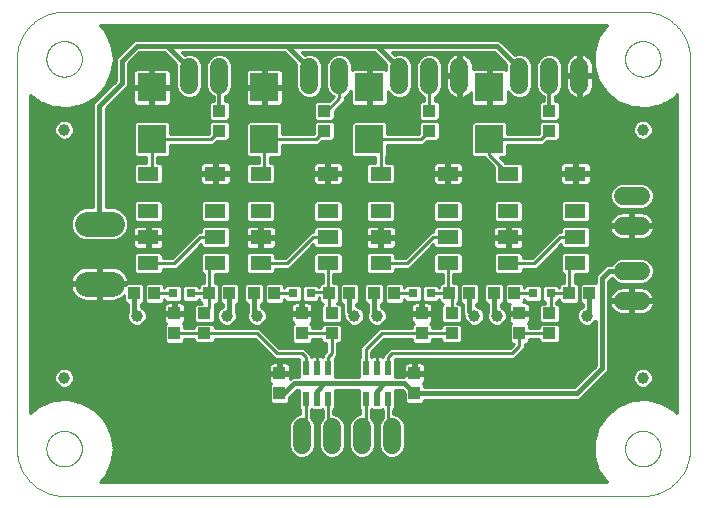
<source format=gtl>
G75*
%MOIN*%
%OFA0B0*%
%FSLAX25Y25*%
%IPPOS*%
%LPD*%
%AMOC8*
5,1,8,0,0,1.08239X$1,22.5*
%
%ADD10C,0.00000*%
%ADD11C,0.06000*%
%ADD12R,0.04331X0.03937*%
%ADD13R,0.03937X0.04331*%
%ADD14R,0.02200X0.05000*%
%ADD15R,0.07087X0.04724*%
%ADD16R,0.03150X0.03150*%
%ADD17C,0.08250*%
%ADD18R,0.09449X0.09449*%
%ADD19C,0.03937*%
%ADD20C,0.01000*%
%ADD21C,0.01600*%
%ADD22C,0.03962*%
%ADD23C,0.01200*%
D10*
X0029048Y0035000D02*
X0221961Y0035000D01*
X0216055Y0050748D02*
X0216057Y0050901D01*
X0216063Y0051055D01*
X0216073Y0051208D01*
X0216087Y0051360D01*
X0216105Y0051513D01*
X0216127Y0051664D01*
X0216152Y0051815D01*
X0216182Y0051966D01*
X0216216Y0052116D01*
X0216253Y0052264D01*
X0216294Y0052412D01*
X0216339Y0052558D01*
X0216388Y0052704D01*
X0216441Y0052848D01*
X0216497Y0052990D01*
X0216557Y0053131D01*
X0216621Y0053271D01*
X0216688Y0053409D01*
X0216759Y0053545D01*
X0216834Y0053679D01*
X0216911Y0053811D01*
X0216993Y0053941D01*
X0217077Y0054069D01*
X0217165Y0054195D01*
X0217256Y0054318D01*
X0217350Y0054439D01*
X0217448Y0054557D01*
X0217548Y0054673D01*
X0217652Y0054786D01*
X0217758Y0054897D01*
X0217867Y0055005D01*
X0217979Y0055110D01*
X0218093Y0055211D01*
X0218211Y0055310D01*
X0218330Y0055406D01*
X0218452Y0055499D01*
X0218577Y0055588D01*
X0218704Y0055675D01*
X0218833Y0055757D01*
X0218964Y0055837D01*
X0219097Y0055913D01*
X0219232Y0055986D01*
X0219369Y0056055D01*
X0219508Y0056120D01*
X0219648Y0056182D01*
X0219790Y0056240D01*
X0219933Y0056295D01*
X0220078Y0056346D01*
X0220224Y0056393D01*
X0220371Y0056436D01*
X0220519Y0056475D01*
X0220668Y0056511D01*
X0220818Y0056542D01*
X0220969Y0056570D01*
X0221120Y0056594D01*
X0221273Y0056614D01*
X0221425Y0056630D01*
X0221578Y0056642D01*
X0221731Y0056650D01*
X0221884Y0056654D01*
X0222038Y0056654D01*
X0222191Y0056650D01*
X0222344Y0056642D01*
X0222497Y0056630D01*
X0222649Y0056614D01*
X0222802Y0056594D01*
X0222953Y0056570D01*
X0223104Y0056542D01*
X0223254Y0056511D01*
X0223403Y0056475D01*
X0223551Y0056436D01*
X0223698Y0056393D01*
X0223844Y0056346D01*
X0223989Y0056295D01*
X0224132Y0056240D01*
X0224274Y0056182D01*
X0224414Y0056120D01*
X0224553Y0056055D01*
X0224690Y0055986D01*
X0224825Y0055913D01*
X0224958Y0055837D01*
X0225089Y0055757D01*
X0225218Y0055675D01*
X0225345Y0055588D01*
X0225470Y0055499D01*
X0225592Y0055406D01*
X0225711Y0055310D01*
X0225829Y0055211D01*
X0225943Y0055110D01*
X0226055Y0055005D01*
X0226164Y0054897D01*
X0226270Y0054786D01*
X0226374Y0054673D01*
X0226474Y0054557D01*
X0226572Y0054439D01*
X0226666Y0054318D01*
X0226757Y0054195D01*
X0226845Y0054069D01*
X0226929Y0053941D01*
X0227011Y0053811D01*
X0227088Y0053679D01*
X0227163Y0053545D01*
X0227234Y0053409D01*
X0227301Y0053271D01*
X0227365Y0053131D01*
X0227425Y0052990D01*
X0227481Y0052848D01*
X0227534Y0052704D01*
X0227583Y0052558D01*
X0227628Y0052412D01*
X0227669Y0052264D01*
X0227706Y0052116D01*
X0227740Y0051966D01*
X0227770Y0051815D01*
X0227795Y0051664D01*
X0227817Y0051513D01*
X0227835Y0051360D01*
X0227849Y0051208D01*
X0227859Y0051055D01*
X0227865Y0050901D01*
X0227867Y0050748D01*
X0227865Y0050595D01*
X0227859Y0050441D01*
X0227849Y0050288D01*
X0227835Y0050136D01*
X0227817Y0049983D01*
X0227795Y0049832D01*
X0227770Y0049681D01*
X0227740Y0049530D01*
X0227706Y0049380D01*
X0227669Y0049232D01*
X0227628Y0049084D01*
X0227583Y0048938D01*
X0227534Y0048792D01*
X0227481Y0048648D01*
X0227425Y0048506D01*
X0227365Y0048365D01*
X0227301Y0048225D01*
X0227234Y0048087D01*
X0227163Y0047951D01*
X0227088Y0047817D01*
X0227011Y0047685D01*
X0226929Y0047555D01*
X0226845Y0047427D01*
X0226757Y0047301D01*
X0226666Y0047178D01*
X0226572Y0047057D01*
X0226474Y0046939D01*
X0226374Y0046823D01*
X0226270Y0046710D01*
X0226164Y0046599D01*
X0226055Y0046491D01*
X0225943Y0046386D01*
X0225829Y0046285D01*
X0225711Y0046186D01*
X0225592Y0046090D01*
X0225470Y0045997D01*
X0225345Y0045908D01*
X0225218Y0045821D01*
X0225089Y0045739D01*
X0224958Y0045659D01*
X0224825Y0045583D01*
X0224690Y0045510D01*
X0224553Y0045441D01*
X0224414Y0045376D01*
X0224274Y0045314D01*
X0224132Y0045256D01*
X0223989Y0045201D01*
X0223844Y0045150D01*
X0223698Y0045103D01*
X0223551Y0045060D01*
X0223403Y0045021D01*
X0223254Y0044985D01*
X0223104Y0044954D01*
X0222953Y0044926D01*
X0222802Y0044902D01*
X0222649Y0044882D01*
X0222497Y0044866D01*
X0222344Y0044854D01*
X0222191Y0044846D01*
X0222038Y0044842D01*
X0221884Y0044842D01*
X0221731Y0044846D01*
X0221578Y0044854D01*
X0221425Y0044866D01*
X0221273Y0044882D01*
X0221120Y0044902D01*
X0220969Y0044926D01*
X0220818Y0044954D01*
X0220668Y0044985D01*
X0220519Y0045021D01*
X0220371Y0045060D01*
X0220224Y0045103D01*
X0220078Y0045150D01*
X0219933Y0045201D01*
X0219790Y0045256D01*
X0219648Y0045314D01*
X0219508Y0045376D01*
X0219369Y0045441D01*
X0219232Y0045510D01*
X0219097Y0045583D01*
X0218964Y0045659D01*
X0218833Y0045739D01*
X0218704Y0045821D01*
X0218577Y0045908D01*
X0218452Y0045997D01*
X0218330Y0046090D01*
X0218211Y0046186D01*
X0218093Y0046285D01*
X0217979Y0046386D01*
X0217867Y0046491D01*
X0217758Y0046599D01*
X0217652Y0046710D01*
X0217548Y0046823D01*
X0217448Y0046939D01*
X0217350Y0047057D01*
X0217256Y0047178D01*
X0217165Y0047301D01*
X0217077Y0047427D01*
X0216993Y0047555D01*
X0216911Y0047685D01*
X0216834Y0047817D01*
X0216759Y0047951D01*
X0216688Y0048087D01*
X0216621Y0048225D01*
X0216557Y0048365D01*
X0216497Y0048506D01*
X0216441Y0048648D01*
X0216388Y0048792D01*
X0216339Y0048938D01*
X0216294Y0049084D01*
X0216253Y0049232D01*
X0216216Y0049380D01*
X0216182Y0049530D01*
X0216152Y0049681D01*
X0216127Y0049832D01*
X0216105Y0049983D01*
X0216087Y0050136D01*
X0216073Y0050288D01*
X0216063Y0050441D01*
X0216057Y0050595D01*
X0216055Y0050748D01*
X0221961Y0035000D02*
X0222342Y0035005D01*
X0222722Y0035018D01*
X0223102Y0035041D01*
X0223481Y0035074D01*
X0223859Y0035115D01*
X0224236Y0035165D01*
X0224612Y0035225D01*
X0224987Y0035293D01*
X0225359Y0035371D01*
X0225730Y0035458D01*
X0226098Y0035553D01*
X0226464Y0035658D01*
X0226827Y0035771D01*
X0227188Y0035893D01*
X0227545Y0036023D01*
X0227899Y0036163D01*
X0228250Y0036310D01*
X0228597Y0036467D01*
X0228940Y0036631D01*
X0229279Y0036804D01*
X0229614Y0036985D01*
X0229945Y0037174D01*
X0230270Y0037371D01*
X0230591Y0037575D01*
X0230907Y0037788D01*
X0231217Y0038008D01*
X0231523Y0038235D01*
X0231822Y0038470D01*
X0232116Y0038712D01*
X0232404Y0038960D01*
X0232686Y0039216D01*
X0232961Y0039479D01*
X0233230Y0039748D01*
X0233493Y0040023D01*
X0233749Y0040305D01*
X0233997Y0040593D01*
X0234239Y0040887D01*
X0234474Y0041186D01*
X0234701Y0041492D01*
X0234921Y0041802D01*
X0235134Y0042118D01*
X0235338Y0042439D01*
X0235535Y0042764D01*
X0235724Y0043095D01*
X0235905Y0043430D01*
X0236078Y0043769D01*
X0236242Y0044112D01*
X0236399Y0044459D01*
X0236546Y0044810D01*
X0236686Y0045164D01*
X0236816Y0045521D01*
X0236938Y0045882D01*
X0237051Y0046245D01*
X0237156Y0046611D01*
X0237251Y0046979D01*
X0237338Y0047350D01*
X0237416Y0047722D01*
X0237484Y0048097D01*
X0237544Y0048473D01*
X0237594Y0048850D01*
X0237635Y0049228D01*
X0237668Y0049607D01*
X0237691Y0049987D01*
X0237704Y0050367D01*
X0237709Y0050748D01*
X0237709Y0180669D01*
X0216055Y0180669D02*
X0216057Y0180822D01*
X0216063Y0180976D01*
X0216073Y0181129D01*
X0216087Y0181281D01*
X0216105Y0181434D01*
X0216127Y0181585D01*
X0216152Y0181736D01*
X0216182Y0181887D01*
X0216216Y0182037D01*
X0216253Y0182185D01*
X0216294Y0182333D01*
X0216339Y0182479D01*
X0216388Y0182625D01*
X0216441Y0182769D01*
X0216497Y0182911D01*
X0216557Y0183052D01*
X0216621Y0183192D01*
X0216688Y0183330D01*
X0216759Y0183466D01*
X0216834Y0183600D01*
X0216911Y0183732D01*
X0216993Y0183862D01*
X0217077Y0183990D01*
X0217165Y0184116D01*
X0217256Y0184239D01*
X0217350Y0184360D01*
X0217448Y0184478D01*
X0217548Y0184594D01*
X0217652Y0184707D01*
X0217758Y0184818D01*
X0217867Y0184926D01*
X0217979Y0185031D01*
X0218093Y0185132D01*
X0218211Y0185231D01*
X0218330Y0185327D01*
X0218452Y0185420D01*
X0218577Y0185509D01*
X0218704Y0185596D01*
X0218833Y0185678D01*
X0218964Y0185758D01*
X0219097Y0185834D01*
X0219232Y0185907D01*
X0219369Y0185976D01*
X0219508Y0186041D01*
X0219648Y0186103D01*
X0219790Y0186161D01*
X0219933Y0186216D01*
X0220078Y0186267D01*
X0220224Y0186314D01*
X0220371Y0186357D01*
X0220519Y0186396D01*
X0220668Y0186432D01*
X0220818Y0186463D01*
X0220969Y0186491D01*
X0221120Y0186515D01*
X0221273Y0186535D01*
X0221425Y0186551D01*
X0221578Y0186563D01*
X0221731Y0186571D01*
X0221884Y0186575D01*
X0222038Y0186575D01*
X0222191Y0186571D01*
X0222344Y0186563D01*
X0222497Y0186551D01*
X0222649Y0186535D01*
X0222802Y0186515D01*
X0222953Y0186491D01*
X0223104Y0186463D01*
X0223254Y0186432D01*
X0223403Y0186396D01*
X0223551Y0186357D01*
X0223698Y0186314D01*
X0223844Y0186267D01*
X0223989Y0186216D01*
X0224132Y0186161D01*
X0224274Y0186103D01*
X0224414Y0186041D01*
X0224553Y0185976D01*
X0224690Y0185907D01*
X0224825Y0185834D01*
X0224958Y0185758D01*
X0225089Y0185678D01*
X0225218Y0185596D01*
X0225345Y0185509D01*
X0225470Y0185420D01*
X0225592Y0185327D01*
X0225711Y0185231D01*
X0225829Y0185132D01*
X0225943Y0185031D01*
X0226055Y0184926D01*
X0226164Y0184818D01*
X0226270Y0184707D01*
X0226374Y0184594D01*
X0226474Y0184478D01*
X0226572Y0184360D01*
X0226666Y0184239D01*
X0226757Y0184116D01*
X0226845Y0183990D01*
X0226929Y0183862D01*
X0227011Y0183732D01*
X0227088Y0183600D01*
X0227163Y0183466D01*
X0227234Y0183330D01*
X0227301Y0183192D01*
X0227365Y0183052D01*
X0227425Y0182911D01*
X0227481Y0182769D01*
X0227534Y0182625D01*
X0227583Y0182479D01*
X0227628Y0182333D01*
X0227669Y0182185D01*
X0227706Y0182037D01*
X0227740Y0181887D01*
X0227770Y0181736D01*
X0227795Y0181585D01*
X0227817Y0181434D01*
X0227835Y0181281D01*
X0227849Y0181129D01*
X0227859Y0180976D01*
X0227865Y0180822D01*
X0227867Y0180669D01*
X0227865Y0180516D01*
X0227859Y0180362D01*
X0227849Y0180209D01*
X0227835Y0180057D01*
X0227817Y0179904D01*
X0227795Y0179753D01*
X0227770Y0179602D01*
X0227740Y0179451D01*
X0227706Y0179301D01*
X0227669Y0179153D01*
X0227628Y0179005D01*
X0227583Y0178859D01*
X0227534Y0178713D01*
X0227481Y0178569D01*
X0227425Y0178427D01*
X0227365Y0178286D01*
X0227301Y0178146D01*
X0227234Y0178008D01*
X0227163Y0177872D01*
X0227088Y0177738D01*
X0227011Y0177606D01*
X0226929Y0177476D01*
X0226845Y0177348D01*
X0226757Y0177222D01*
X0226666Y0177099D01*
X0226572Y0176978D01*
X0226474Y0176860D01*
X0226374Y0176744D01*
X0226270Y0176631D01*
X0226164Y0176520D01*
X0226055Y0176412D01*
X0225943Y0176307D01*
X0225829Y0176206D01*
X0225711Y0176107D01*
X0225592Y0176011D01*
X0225470Y0175918D01*
X0225345Y0175829D01*
X0225218Y0175742D01*
X0225089Y0175660D01*
X0224958Y0175580D01*
X0224825Y0175504D01*
X0224690Y0175431D01*
X0224553Y0175362D01*
X0224414Y0175297D01*
X0224274Y0175235D01*
X0224132Y0175177D01*
X0223989Y0175122D01*
X0223844Y0175071D01*
X0223698Y0175024D01*
X0223551Y0174981D01*
X0223403Y0174942D01*
X0223254Y0174906D01*
X0223104Y0174875D01*
X0222953Y0174847D01*
X0222802Y0174823D01*
X0222649Y0174803D01*
X0222497Y0174787D01*
X0222344Y0174775D01*
X0222191Y0174767D01*
X0222038Y0174763D01*
X0221884Y0174763D01*
X0221731Y0174767D01*
X0221578Y0174775D01*
X0221425Y0174787D01*
X0221273Y0174803D01*
X0221120Y0174823D01*
X0220969Y0174847D01*
X0220818Y0174875D01*
X0220668Y0174906D01*
X0220519Y0174942D01*
X0220371Y0174981D01*
X0220224Y0175024D01*
X0220078Y0175071D01*
X0219933Y0175122D01*
X0219790Y0175177D01*
X0219648Y0175235D01*
X0219508Y0175297D01*
X0219369Y0175362D01*
X0219232Y0175431D01*
X0219097Y0175504D01*
X0218964Y0175580D01*
X0218833Y0175660D01*
X0218704Y0175742D01*
X0218577Y0175829D01*
X0218452Y0175918D01*
X0218330Y0176011D01*
X0218211Y0176107D01*
X0218093Y0176206D01*
X0217979Y0176307D01*
X0217867Y0176412D01*
X0217758Y0176520D01*
X0217652Y0176631D01*
X0217548Y0176744D01*
X0217448Y0176860D01*
X0217350Y0176978D01*
X0217256Y0177099D01*
X0217165Y0177222D01*
X0217077Y0177348D01*
X0216993Y0177476D01*
X0216911Y0177606D01*
X0216834Y0177738D01*
X0216759Y0177872D01*
X0216688Y0178008D01*
X0216621Y0178146D01*
X0216557Y0178286D01*
X0216497Y0178427D01*
X0216441Y0178569D01*
X0216388Y0178713D01*
X0216339Y0178859D01*
X0216294Y0179005D01*
X0216253Y0179153D01*
X0216216Y0179301D01*
X0216182Y0179451D01*
X0216152Y0179602D01*
X0216127Y0179753D01*
X0216105Y0179904D01*
X0216087Y0180057D01*
X0216073Y0180209D01*
X0216063Y0180362D01*
X0216057Y0180516D01*
X0216055Y0180669D01*
X0221961Y0196417D02*
X0222342Y0196412D01*
X0222722Y0196399D01*
X0223102Y0196376D01*
X0223481Y0196343D01*
X0223859Y0196302D01*
X0224236Y0196252D01*
X0224612Y0196192D01*
X0224987Y0196124D01*
X0225359Y0196046D01*
X0225730Y0195959D01*
X0226098Y0195864D01*
X0226464Y0195759D01*
X0226827Y0195646D01*
X0227188Y0195524D01*
X0227545Y0195394D01*
X0227899Y0195254D01*
X0228250Y0195107D01*
X0228597Y0194950D01*
X0228940Y0194786D01*
X0229279Y0194613D01*
X0229614Y0194432D01*
X0229945Y0194243D01*
X0230270Y0194046D01*
X0230591Y0193842D01*
X0230907Y0193629D01*
X0231217Y0193409D01*
X0231523Y0193182D01*
X0231822Y0192947D01*
X0232116Y0192705D01*
X0232404Y0192457D01*
X0232686Y0192201D01*
X0232961Y0191938D01*
X0233230Y0191669D01*
X0233493Y0191394D01*
X0233749Y0191112D01*
X0233997Y0190824D01*
X0234239Y0190530D01*
X0234474Y0190231D01*
X0234701Y0189925D01*
X0234921Y0189615D01*
X0235134Y0189299D01*
X0235338Y0188978D01*
X0235535Y0188653D01*
X0235724Y0188322D01*
X0235905Y0187987D01*
X0236078Y0187648D01*
X0236242Y0187305D01*
X0236399Y0186958D01*
X0236546Y0186607D01*
X0236686Y0186253D01*
X0236816Y0185896D01*
X0236938Y0185535D01*
X0237051Y0185172D01*
X0237156Y0184806D01*
X0237251Y0184438D01*
X0237338Y0184067D01*
X0237416Y0183695D01*
X0237484Y0183320D01*
X0237544Y0182944D01*
X0237594Y0182567D01*
X0237635Y0182189D01*
X0237668Y0181810D01*
X0237691Y0181430D01*
X0237704Y0181050D01*
X0237709Y0180669D01*
X0221961Y0196417D02*
X0029048Y0196417D01*
X0023142Y0180669D02*
X0023144Y0180822D01*
X0023150Y0180976D01*
X0023160Y0181129D01*
X0023174Y0181281D01*
X0023192Y0181434D01*
X0023214Y0181585D01*
X0023239Y0181736D01*
X0023269Y0181887D01*
X0023303Y0182037D01*
X0023340Y0182185D01*
X0023381Y0182333D01*
X0023426Y0182479D01*
X0023475Y0182625D01*
X0023528Y0182769D01*
X0023584Y0182911D01*
X0023644Y0183052D01*
X0023708Y0183192D01*
X0023775Y0183330D01*
X0023846Y0183466D01*
X0023921Y0183600D01*
X0023998Y0183732D01*
X0024080Y0183862D01*
X0024164Y0183990D01*
X0024252Y0184116D01*
X0024343Y0184239D01*
X0024437Y0184360D01*
X0024535Y0184478D01*
X0024635Y0184594D01*
X0024739Y0184707D01*
X0024845Y0184818D01*
X0024954Y0184926D01*
X0025066Y0185031D01*
X0025180Y0185132D01*
X0025298Y0185231D01*
X0025417Y0185327D01*
X0025539Y0185420D01*
X0025664Y0185509D01*
X0025791Y0185596D01*
X0025920Y0185678D01*
X0026051Y0185758D01*
X0026184Y0185834D01*
X0026319Y0185907D01*
X0026456Y0185976D01*
X0026595Y0186041D01*
X0026735Y0186103D01*
X0026877Y0186161D01*
X0027020Y0186216D01*
X0027165Y0186267D01*
X0027311Y0186314D01*
X0027458Y0186357D01*
X0027606Y0186396D01*
X0027755Y0186432D01*
X0027905Y0186463D01*
X0028056Y0186491D01*
X0028207Y0186515D01*
X0028360Y0186535D01*
X0028512Y0186551D01*
X0028665Y0186563D01*
X0028818Y0186571D01*
X0028971Y0186575D01*
X0029125Y0186575D01*
X0029278Y0186571D01*
X0029431Y0186563D01*
X0029584Y0186551D01*
X0029736Y0186535D01*
X0029889Y0186515D01*
X0030040Y0186491D01*
X0030191Y0186463D01*
X0030341Y0186432D01*
X0030490Y0186396D01*
X0030638Y0186357D01*
X0030785Y0186314D01*
X0030931Y0186267D01*
X0031076Y0186216D01*
X0031219Y0186161D01*
X0031361Y0186103D01*
X0031501Y0186041D01*
X0031640Y0185976D01*
X0031777Y0185907D01*
X0031912Y0185834D01*
X0032045Y0185758D01*
X0032176Y0185678D01*
X0032305Y0185596D01*
X0032432Y0185509D01*
X0032557Y0185420D01*
X0032679Y0185327D01*
X0032798Y0185231D01*
X0032916Y0185132D01*
X0033030Y0185031D01*
X0033142Y0184926D01*
X0033251Y0184818D01*
X0033357Y0184707D01*
X0033461Y0184594D01*
X0033561Y0184478D01*
X0033659Y0184360D01*
X0033753Y0184239D01*
X0033844Y0184116D01*
X0033932Y0183990D01*
X0034016Y0183862D01*
X0034098Y0183732D01*
X0034175Y0183600D01*
X0034250Y0183466D01*
X0034321Y0183330D01*
X0034388Y0183192D01*
X0034452Y0183052D01*
X0034512Y0182911D01*
X0034568Y0182769D01*
X0034621Y0182625D01*
X0034670Y0182479D01*
X0034715Y0182333D01*
X0034756Y0182185D01*
X0034793Y0182037D01*
X0034827Y0181887D01*
X0034857Y0181736D01*
X0034882Y0181585D01*
X0034904Y0181434D01*
X0034922Y0181281D01*
X0034936Y0181129D01*
X0034946Y0180976D01*
X0034952Y0180822D01*
X0034954Y0180669D01*
X0034952Y0180516D01*
X0034946Y0180362D01*
X0034936Y0180209D01*
X0034922Y0180057D01*
X0034904Y0179904D01*
X0034882Y0179753D01*
X0034857Y0179602D01*
X0034827Y0179451D01*
X0034793Y0179301D01*
X0034756Y0179153D01*
X0034715Y0179005D01*
X0034670Y0178859D01*
X0034621Y0178713D01*
X0034568Y0178569D01*
X0034512Y0178427D01*
X0034452Y0178286D01*
X0034388Y0178146D01*
X0034321Y0178008D01*
X0034250Y0177872D01*
X0034175Y0177738D01*
X0034098Y0177606D01*
X0034016Y0177476D01*
X0033932Y0177348D01*
X0033844Y0177222D01*
X0033753Y0177099D01*
X0033659Y0176978D01*
X0033561Y0176860D01*
X0033461Y0176744D01*
X0033357Y0176631D01*
X0033251Y0176520D01*
X0033142Y0176412D01*
X0033030Y0176307D01*
X0032916Y0176206D01*
X0032798Y0176107D01*
X0032679Y0176011D01*
X0032557Y0175918D01*
X0032432Y0175829D01*
X0032305Y0175742D01*
X0032176Y0175660D01*
X0032045Y0175580D01*
X0031912Y0175504D01*
X0031777Y0175431D01*
X0031640Y0175362D01*
X0031501Y0175297D01*
X0031361Y0175235D01*
X0031219Y0175177D01*
X0031076Y0175122D01*
X0030931Y0175071D01*
X0030785Y0175024D01*
X0030638Y0174981D01*
X0030490Y0174942D01*
X0030341Y0174906D01*
X0030191Y0174875D01*
X0030040Y0174847D01*
X0029889Y0174823D01*
X0029736Y0174803D01*
X0029584Y0174787D01*
X0029431Y0174775D01*
X0029278Y0174767D01*
X0029125Y0174763D01*
X0028971Y0174763D01*
X0028818Y0174767D01*
X0028665Y0174775D01*
X0028512Y0174787D01*
X0028360Y0174803D01*
X0028207Y0174823D01*
X0028056Y0174847D01*
X0027905Y0174875D01*
X0027755Y0174906D01*
X0027606Y0174942D01*
X0027458Y0174981D01*
X0027311Y0175024D01*
X0027165Y0175071D01*
X0027020Y0175122D01*
X0026877Y0175177D01*
X0026735Y0175235D01*
X0026595Y0175297D01*
X0026456Y0175362D01*
X0026319Y0175431D01*
X0026184Y0175504D01*
X0026051Y0175580D01*
X0025920Y0175660D01*
X0025791Y0175742D01*
X0025664Y0175829D01*
X0025539Y0175918D01*
X0025417Y0176011D01*
X0025298Y0176107D01*
X0025180Y0176206D01*
X0025066Y0176307D01*
X0024954Y0176412D01*
X0024845Y0176520D01*
X0024739Y0176631D01*
X0024635Y0176744D01*
X0024535Y0176860D01*
X0024437Y0176978D01*
X0024343Y0177099D01*
X0024252Y0177222D01*
X0024164Y0177348D01*
X0024080Y0177476D01*
X0023998Y0177606D01*
X0023921Y0177738D01*
X0023846Y0177872D01*
X0023775Y0178008D01*
X0023708Y0178146D01*
X0023644Y0178286D01*
X0023584Y0178427D01*
X0023528Y0178569D01*
X0023475Y0178713D01*
X0023426Y0178859D01*
X0023381Y0179005D01*
X0023340Y0179153D01*
X0023303Y0179301D01*
X0023269Y0179451D01*
X0023239Y0179602D01*
X0023214Y0179753D01*
X0023192Y0179904D01*
X0023174Y0180057D01*
X0023160Y0180209D01*
X0023150Y0180362D01*
X0023144Y0180516D01*
X0023142Y0180669D01*
X0013300Y0180669D02*
X0013305Y0181050D01*
X0013318Y0181430D01*
X0013341Y0181810D01*
X0013374Y0182189D01*
X0013415Y0182567D01*
X0013465Y0182944D01*
X0013525Y0183320D01*
X0013593Y0183695D01*
X0013671Y0184067D01*
X0013758Y0184438D01*
X0013853Y0184806D01*
X0013958Y0185172D01*
X0014071Y0185535D01*
X0014193Y0185896D01*
X0014323Y0186253D01*
X0014463Y0186607D01*
X0014610Y0186958D01*
X0014767Y0187305D01*
X0014931Y0187648D01*
X0015104Y0187987D01*
X0015285Y0188322D01*
X0015474Y0188653D01*
X0015671Y0188978D01*
X0015875Y0189299D01*
X0016088Y0189615D01*
X0016308Y0189925D01*
X0016535Y0190231D01*
X0016770Y0190530D01*
X0017012Y0190824D01*
X0017260Y0191112D01*
X0017516Y0191394D01*
X0017779Y0191669D01*
X0018048Y0191938D01*
X0018323Y0192201D01*
X0018605Y0192457D01*
X0018893Y0192705D01*
X0019187Y0192947D01*
X0019486Y0193182D01*
X0019792Y0193409D01*
X0020102Y0193629D01*
X0020418Y0193842D01*
X0020739Y0194046D01*
X0021064Y0194243D01*
X0021395Y0194432D01*
X0021730Y0194613D01*
X0022069Y0194786D01*
X0022412Y0194950D01*
X0022759Y0195107D01*
X0023110Y0195254D01*
X0023464Y0195394D01*
X0023821Y0195524D01*
X0024182Y0195646D01*
X0024545Y0195759D01*
X0024911Y0195864D01*
X0025279Y0195959D01*
X0025650Y0196046D01*
X0026022Y0196124D01*
X0026397Y0196192D01*
X0026773Y0196252D01*
X0027150Y0196302D01*
X0027528Y0196343D01*
X0027907Y0196376D01*
X0028287Y0196399D01*
X0028667Y0196412D01*
X0029048Y0196417D01*
X0013300Y0180669D02*
X0013300Y0050748D01*
X0023142Y0050748D02*
X0023144Y0050901D01*
X0023150Y0051055D01*
X0023160Y0051208D01*
X0023174Y0051360D01*
X0023192Y0051513D01*
X0023214Y0051664D01*
X0023239Y0051815D01*
X0023269Y0051966D01*
X0023303Y0052116D01*
X0023340Y0052264D01*
X0023381Y0052412D01*
X0023426Y0052558D01*
X0023475Y0052704D01*
X0023528Y0052848D01*
X0023584Y0052990D01*
X0023644Y0053131D01*
X0023708Y0053271D01*
X0023775Y0053409D01*
X0023846Y0053545D01*
X0023921Y0053679D01*
X0023998Y0053811D01*
X0024080Y0053941D01*
X0024164Y0054069D01*
X0024252Y0054195D01*
X0024343Y0054318D01*
X0024437Y0054439D01*
X0024535Y0054557D01*
X0024635Y0054673D01*
X0024739Y0054786D01*
X0024845Y0054897D01*
X0024954Y0055005D01*
X0025066Y0055110D01*
X0025180Y0055211D01*
X0025298Y0055310D01*
X0025417Y0055406D01*
X0025539Y0055499D01*
X0025664Y0055588D01*
X0025791Y0055675D01*
X0025920Y0055757D01*
X0026051Y0055837D01*
X0026184Y0055913D01*
X0026319Y0055986D01*
X0026456Y0056055D01*
X0026595Y0056120D01*
X0026735Y0056182D01*
X0026877Y0056240D01*
X0027020Y0056295D01*
X0027165Y0056346D01*
X0027311Y0056393D01*
X0027458Y0056436D01*
X0027606Y0056475D01*
X0027755Y0056511D01*
X0027905Y0056542D01*
X0028056Y0056570D01*
X0028207Y0056594D01*
X0028360Y0056614D01*
X0028512Y0056630D01*
X0028665Y0056642D01*
X0028818Y0056650D01*
X0028971Y0056654D01*
X0029125Y0056654D01*
X0029278Y0056650D01*
X0029431Y0056642D01*
X0029584Y0056630D01*
X0029736Y0056614D01*
X0029889Y0056594D01*
X0030040Y0056570D01*
X0030191Y0056542D01*
X0030341Y0056511D01*
X0030490Y0056475D01*
X0030638Y0056436D01*
X0030785Y0056393D01*
X0030931Y0056346D01*
X0031076Y0056295D01*
X0031219Y0056240D01*
X0031361Y0056182D01*
X0031501Y0056120D01*
X0031640Y0056055D01*
X0031777Y0055986D01*
X0031912Y0055913D01*
X0032045Y0055837D01*
X0032176Y0055757D01*
X0032305Y0055675D01*
X0032432Y0055588D01*
X0032557Y0055499D01*
X0032679Y0055406D01*
X0032798Y0055310D01*
X0032916Y0055211D01*
X0033030Y0055110D01*
X0033142Y0055005D01*
X0033251Y0054897D01*
X0033357Y0054786D01*
X0033461Y0054673D01*
X0033561Y0054557D01*
X0033659Y0054439D01*
X0033753Y0054318D01*
X0033844Y0054195D01*
X0033932Y0054069D01*
X0034016Y0053941D01*
X0034098Y0053811D01*
X0034175Y0053679D01*
X0034250Y0053545D01*
X0034321Y0053409D01*
X0034388Y0053271D01*
X0034452Y0053131D01*
X0034512Y0052990D01*
X0034568Y0052848D01*
X0034621Y0052704D01*
X0034670Y0052558D01*
X0034715Y0052412D01*
X0034756Y0052264D01*
X0034793Y0052116D01*
X0034827Y0051966D01*
X0034857Y0051815D01*
X0034882Y0051664D01*
X0034904Y0051513D01*
X0034922Y0051360D01*
X0034936Y0051208D01*
X0034946Y0051055D01*
X0034952Y0050901D01*
X0034954Y0050748D01*
X0034952Y0050595D01*
X0034946Y0050441D01*
X0034936Y0050288D01*
X0034922Y0050136D01*
X0034904Y0049983D01*
X0034882Y0049832D01*
X0034857Y0049681D01*
X0034827Y0049530D01*
X0034793Y0049380D01*
X0034756Y0049232D01*
X0034715Y0049084D01*
X0034670Y0048938D01*
X0034621Y0048792D01*
X0034568Y0048648D01*
X0034512Y0048506D01*
X0034452Y0048365D01*
X0034388Y0048225D01*
X0034321Y0048087D01*
X0034250Y0047951D01*
X0034175Y0047817D01*
X0034098Y0047685D01*
X0034016Y0047555D01*
X0033932Y0047427D01*
X0033844Y0047301D01*
X0033753Y0047178D01*
X0033659Y0047057D01*
X0033561Y0046939D01*
X0033461Y0046823D01*
X0033357Y0046710D01*
X0033251Y0046599D01*
X0033142Y0046491D01*
X0033030Y0046386D01*
X0032916Y0046285D01*
X0032798Y0046186D01*
X0032679Y0046090D01*
X0032557Y0045997D01*
X0032432Y0045908D01*
X0032305Y0045821D01*
X0032176Y0045739D01*
X0032045Y0045659D01*
X0031912Y0045583D01*
X0031777Y0045510D01*
X0031640Y0045441D01*
X0031501Y0045376D01*
X0031361Y0045314D01*
X0031219Y0045256D01*
X0031076Y0045201D01*
X0030931Y0045150D01*
X0030785Y0045103D01*
X0030638Y0045060D01*
X0030490Y0045021D01*
X0030341Y0044985D01*
X0030191Y0044954D01*
X0030040Y0044926D01*
X0029889Y0044902D01*
X0029736Y0044882D01*
X0029584Y0044866D01*
X0029431Y0044854D01*
X0029278Y0044846D01*
X0029125Y0044842D01*
X0028971Y0044842D01*
X0028818Y0044846D01*
X0028665Y0044854D01*
X0028512Y0044866D01*
X0028360Y0044882D01*
X0028207Y0044902D01*
X0028056Y0044926D01*
X0027905Y0044954D01*
X0027755Y0044985D01*
X0027606Y0045021D01*
X0027458Y0045060D01*
X0027311Y0045103D01*
X0027165Y0045150D01*
X0027020Y0045201D01*
X0026877Y0045256D01*
X0026735Y0045314D01*
X0026595Y0045376D01*
X0026456Y0045441D01*
X0026319Y0045510D01*
X0026184Y0045583D01*
X0026051Y0045659D01*
X0025920Y0045739D01*
X0025791Y0045821D01*
X0025664Y0045908D01*
X0025539Y0045997D01*
X0025417Y0046090D01*
X0025298Y0046186D01*
X0025180Y0046285D01*
X0025066Y0046386D01*
X0024954Y0046491D01*
X0024845Y0046599D01*
X0024739Y0046710D01*
X0024635Y0046823D01*
X0024535Y0046939D01*
X0024437Y0047057D01*
X0024343Y0047178D01*
X0024252Y0047301D01*
X0024164Y0047427D01*
X0024080Y0047555D01*
X0023998Y0047685D01*
X0023921Y0047817D01*
X0023846Y0047951D01*
X0023775Y0048087D01*
X0023708Y0048225D01*
X0023644Y0048365D01*
X0023584Y0048506D01*
X0023528Y0048648D01*
X0023475Y0048792D01*
X0023426Y0048938D01*
X0023381Y0049084D01*
X0023340Y0049232D01*
X0023303Y0049380D01*
X0023269Y0049530D01*
X0023239Y0049681D01*
X0023214Y0049832D01*
X0023192Y0049983D01*
X0023174Y0050136D01*
X0023160Y0050288D01*
X0023150Y0050441D01*
X0023144Y0050595D01*
X0023142Y0050748D01*
X0013300Y0050748D02*
X0013305Y0050367D01*
X0013318Y0049987D01*
X0013341Y0049607D01*
X0013374Y0049228D01*
X0013415Y0048850D01*
X0013465Y0048473D01*
X0013525Y0048097D01*
X0013593Y0047722D01*
X0013671Y0047350D01*
X0013758Y0046979D01*
X0013853Y0046611D01*
X0013958Y0046245D01*
X0014071Y0045882D01*
X0014193Y0045521D01*
X0014323Y0045164D01*
X0014463Y0044810D01*
X0014610Y0044459D01*
X0014767Y0044112D01*
X0014931Y0043769D01*
X0015104Y0043430D01*
X0015285Y0043095D01*
X0015474Y0042764D01*
X0015671Y0042439D01*
X0015875Y0042118D01*
X0016088Y0041802D01*
X0016308Y0041492D01*
X0016535Y0041186D01*
X0016770Y0040887D01*
X0017012Y0040593D01*
X0017260Y0040305D01*
X0017516Y0040023D01*
X0017779Y0039748D01*
X0018048Y0039479D01*
X0018323Y0039216D01*
X0018605Y0038960D01*
X0018893Y0038712D01*
X0019187Y0038470D01*
X0019486Y0038235D01*
X0019792Y0038008D01*
X0020102Y0037788D01*
X0020418Y0037575D01*
X0020739Y0037371D01*
X0021064Y0037174D01*
X0021395Y0036985D01*
X0021730Y0036804D01*
X0022069Y0036631D01*
X0022412Y0036467D01*
X0022759Y0036310D01*
X0023110Y0036163D01*
X0023464Y0036023D01*
X0023821Y0035893D01*
X0024182Y0035771D01*
X0024545Y0035658D01*
X0024911Y0035553D01*
X0025279Y0035458D01*
X0025650Y0035371D01*
X0026022Y0035293D01*
X0026397Y0035225D01*
X0026773Y0035165D01*
X0027150Y0035115D01*
X0027528Y0035074D01*
X0027907Y0035041D01*
X0028287Y0035018D01*
X0028667Y0035005D01*
X0029048Y0035000D01*
D11*
X0108300Y0052000D02*
X0108300Y0058000D01*
X0118300Y0058000D02*
X0118300Y0052000D01*
X0128300Y0052000D02*
X0128300Y0058000D01*
X0138300Y0058000D02*
X0138300Y0052000D01*
X0215300Y0100000D02*
X0221300Y0100000D01*
X0221300Y0110000D02*
X0215300Y0110000D01*
X0215300Y0125000D02*
X0221300Y0125000D01*
X0221300Y0135000D02*
X0215300Y0135000D01*
X0200800Y0172000D02*
X0200800Y0178000D01*
X0190800Y0178000D02*
X0190800Y0172000D01*
X0180800Y0172000D02*
X0180800Y0178000D01*
X0160800Y0178000D02*
X0160800Y0172000D01*
X0150800Y0172000D02*
X0150800Y0178000D01*
X0140800Y0178000D02*
X0140800Y0172000D01*
X0120800Y0172000D02*
X0120800Y0178000D01*
X0110800Y0178000D02*
X0110800Y0172000D01*
X0080800Y0172000D02*
X0080800Y0178000D01*
X0070800Y0178000D02*
X0070800Y0172000D01*
D12*
X0080800Y0163346D03*
X0080800Y0156654D03*
X0115800Y0156654D03*
X0115800Y0163346D03*
X0150800Y0163346D03*
X0150800Y0156654D03*
X0190800Y0156654D03*
X0190800Y0163346D03*
X0190800Y0095846D03*
X0190800Y0089154D03*
X0158300Y0089154D03*
X0158300Y0095846D03*
X0118300Y0095846D03*
X0118300Y0089154D03*
X0075800Y0089154D03*
X0075800Y0095846D03*
D13*
X0077454Y0102500D03*
X0084146Y0102500D03*
X0092454Y0102500D03*
X0099146Y0102500D03*
X0108300Y0095846D03*
X0108300Y0089154D03*
X0100800Y0075846D03*
X0100800Y0069154D03*
X0065800Y0089154D03*
X0065800Y0095846D03*
X0059146Y0102500D03*
X0052454Y0102500D03*
X0117454Y0102500D03*
X0124146Y0102500D03*
X0132454Y0102500D03*
X0139146Y0102500D03*
X0148300Y0095846D03*
X0148300Y0089154D03*
X0145800Y0075846D03*
X0145800Y0069154D03*
X0180800Y0089154D03*
X0180800Y0095846D03*
X0179146Y0102500D03*
X0172454Y0102500D03*
X0164146Y0102500D03*
X0157454Y0102500D03*
X0197454Y0102500D03*
X0204146Y0102500D03*
D14*
X0137000Y0077600D03*
X0133300Y0077600D03*
X0129600Y0077600D03*
X0129600Y0067400D03*
X0133300Y0067400D03*
X0137000Y0067400D03*
X0117000Y0067400D03*
X0113300Y0067400D03*
X0109600Y0067400D03*
X0109600Y0077600D03*
X0113300Y0077600D03*
X0117000Y0077600D03*
D15*
X0117020Y0112539D03*
X0117020Y0121201D03*
X0117020Y0129862D03*
X0117020Y0142461D03*
X0134580Y0142461D03*
X0134580Y0129862D03*
X0134580Y0121201D03*
X0134580Y0112539D03*
X0157020Y0112539D03*
X0157020Y0121201D03*
X0157020Y0129862D03*
X0157020Y0142461D03*
X0177080Y0142461D03*
X0177080Y0129862D03*
X0177080Y0121201D03*
X0177080Y0112539D03*
X0199520Y0112539D03*
X0199520Y0121201D03*
X0199520Y0129862D03*
X0199520Y0142461D03*
X0094580Y0142461D03*
X0094580Y0129862D03*
X0094580Y0121201D03*
X0094580Y0112539D03*
X0079520Y0112539D03*
X0079520Y0121201D03*
X0079520Y0129862D03*
X0079520Y0142461D03*
X0057080Y0142461D03*
X0057080Y0129862D03*
X0057080Y0121201D03*
X0057080Y0112539D03*
D16*
X0065347Y0102500D03*
X0071253Y0102500D03*
X0105347Y0102500D03*
X0111253Y0102500D03*
X0145347Y0102500D03*
X0151253Y0102500D03*
X0185347Y0102500D03*
X0191253Y0102500D03*
D17*
X0044925Y0105709D02*
X0036675Y0105709D01*
X0036675Y0125709D02*
X0044925Y0125709D01*
D18*
X0058300Y0153839D03*
X0058300Y0171161D03*
X0095800Y0171161D03*
X0095800Y0153839D03*
X0130800Y0153839D03*
X0130800Y0171161D03*
X0170800Y0171161D03*
X0170800Y0153839D03*
D19*
X0221961Y0157047D03*
X0221961Y0074370D03*
X0029048Y0074370D03*
X0029048Y0157047D03*
D20*
X0026019Y0155820D02*
X0017800Y0155820D01*
X0017800Y0156818D02*
X0025780Y0156818D01*
X0025780Y0156397D02*
X0025780Y0157697D01*
X0026277Y0158899D01*
X0027197Y0159818D01*
X0028398Y0160316D01*
X0029698Y0160316D01*
X0030899Y0159818D01*
X0031819Y0158899D01*
X0032317Y0157697D01*
X0032317Y0156397D01*
X0031819Y0155196D01*
X0030899Y0154276D01*
X0029698Y0153779D01*
X0028398Y0153779D01*
X0027197Y0154276D01*
X0026277Y0155196D01*
X0025780Y0156397D01*
X0025829Y0157817D02*
X0017800Y0157817D01*
X0017800Y0158815D02*
X0026243Y0158815D01*
X0027192Y0159814D02*
X0017800Y0159814D01*
X0017800Y0160812D02*
X0038700Y0160812D01*
X0038700Y0159814D02*
X0030904Y0159814D01*
X0031853Y0158815D02*
X0038700Y0158815D01*
X0038700Y0157817D02*
X0032267Y0157817D01*
X0032317Y0156818D02*
X0038700Y0156818D01*
X0038700Y0155820D02*
X0032077Y0155820D01*
X0031445Y0154821D02*
X0038700Y0154821D01*
X0038700Y0153823D02*
X0029805Y0153823D01*
X0028291Y0153823D02*
X0017800Y0153823D01*
X0017800Y0154821D02*
X0026652Y0154821D01*
X0017800Y0152824D02*
X0038700Y0152824D01*
X0038700Y0151826D02*
X0017800Y0151826D01*
X0017800Y0150827D02*
X0038700Y0150827D01*
X0038700Y0149829D02*
X0017800Y0149829D01*
X0017800Y0148830D02*
X0038700Y0148830D01*
X0038700Y0147832D02*
X0017800Y0147832D01*
X0017800Y0146833D02*
X0038700Y0146833D01*
X0038700Y0145835D02*
X0017800Y0145835D01*
X0017800Y0144836D02*
X0038700Y0144836D01*
X0038700Y0143838D02*
X0017800Y0143838D01*
X0017800Y0142839D02*
X0038700Y0142839D01*
X0038700Y0141841D02*
X0017800Y0141841D01*
X0017800Y0140842D02*
X0038700Y0140842D01*
X0038700Y0139844D02*
X0017800Y0139844D01*
X0017800Y0138845D02*
X0038700Y0138845D01*
X0038700Y0137847D02*
X0017800Y0137847D01*
X0017800Y0136848D02*
X0038700Y0136848D01*
X0038700Y0135850D02*
X0017800Y0135850D01*
X0017800Y0134851D02*
X0038700Y0134851D01*
X0038700Y0133853D02*
X0017800Y0133853D01*
X0017800Y0132854D02*
X0038700Y0132854D01*
X0038700Y0131856D02*
X0017800Y0131856D01*
X0017800Y0130857D02*
X0034928Y0130857D01*
X0035596Y0131134D02*
X0033602Y0130308D01*
X0032076Y0128782D01*
X0031250Y0126788D01*
X0031250Y0124630D01*
X0032076Y0122636D01*
X0033602Y0121110D01*
X0035596Y0120284D01*
X0046004Y0120284D01*
X0047998Y0121110D01*
X0049524Y0122636D01*
X0050350Y0124630D01*
X0050350Y0126788D01*
X0049524Y0128782D01*
X0047998Y0130308D01*
X0046004Y0131134D01*
X0042900Y0131134D01*
X0042900Y0164130D01*
X0049170Y0170400D01*
X0050400Y0171630D01*
X0050400Y0179130D01*
X0054170Y0182900D01*
X0062430Y0182900D01*
X0066500Y0178830D01*
X0066500Y0171145D01*
X0067155Y0169564D01*
X0068364Y0168355D01*
X0069945Y0167700D01*
X0071655Y0167700D01*
X0073236Y0168355D01*
X0074445Y0169564D01*
X0075100Y0171145D01*
X0075100Y0178855D01*
X0074445Y0180436D01*
X0073236Y0181645D01*
X0071655Y0182300D01*
X0069945Y0182300D01*
X0069255Y0182014D01*
X0068370Y0182900D01*
X0102430Y0182900D01*
X0106500Y0178830D01*
X0106500Y0171145D01*
X0107155Y0169564D01*
X0108364Y0168355D01*
X0109945Y0167700D01*
X0111655Y0167700D01*
X0113236Y0168355D01*
X0114445Y0169564D01*
X0115100Y0171145D01*
X0115100Y0178855D01*
X0114445Y0180436D01*
X0113236Y0181645D01*
X0111655Y0182300D01*
X0109945Y0182300D01*
X0109255Y0182014D01*
X0108370Y0182900D01*
X0132430Y0182900D01*
X0136500Y0178830D01*
X0136500Y0177032D01*
X0136445Y0177086D01*
X0136103Y0177284D01*
X0135722Y0177386D01*
X0131300Y0177386D01*
X0131300Y0171661D01*
X0130300Y0171661D01*
X0130300Y0177386D01*
X0125878Y0177386D01*
X0125497Y0177284D01*
X0125155Y0177086D01*
X0125100Y0177032D01*
X0125100Y0178855D01*
X0124445Y0180436D01*
X0123236Y0181645D01*
X0121655Y0182300D01*
X0119945Y0182300D01*
X0118364Y0181645D01*
X0117155Y0180436D01*
X0116500Y0178855D01*
X0116500Y0171145D01*
X0117155Y0169564D01*
X0118364Y0168355D01*
X0118891Y0168136D01*
X0117369Y0166615D01*
X0113096Y0166615D01*
X0112335Y0165853D01*
X0112335Y0160839D01*
X0113096Y0160078D01*
X0118504Y0160078D01*
X0119265Y0160839D01*
X0119265Y0163420D01*
X0122600Y0166754D01*
X0122600Y0168091D01*
X0123236Y0168355D01*
X0124445Y0169564D01*
X0124576Y0169879D01*
X0124576Y0166240D01*
X0124678Y0165858D01*
X0124875Y0165516D01*
X0125155Y0165237D01*
X0125497Y0165039D01*
X0125878Y0164937D01*
X0130300Y0164937D01*
X0130300Y0170661D01*
X0131300Y0170661D01*
X0131300Y0164937D01*
X0135722Y0164937D01*
X0136103Y0165039D01*
X0136445Y0165237D01*
X0136725Y0165516D01*
X0136922Y0165858D01*
X0137024Y0166240D01*
X0137024Y0169879D01*
X0137155Y0169564D01*
X0138364Y0168355D01*
X0139945Y0167700D01*
X0141655Y0167700D01*
X0143236Y0168355D01*
X0144445Y0169564D01*
X0145100Y0171145D01*
X0145100Y0178855D01*
X0144445Y0180436D01*
X0143236Y0181645D01*
X0141655Y0182300D01*
X0139945Y0182300D01*
X0139255Y0182014D01*
X0138370Y0182900D01*
X0172430Y0182900D01*
X0176500Y0178830D01*
X0176500Y0177032D01*
X0176445Y0177086D01*
X0176103Y0177284D01*
X0175722Y0177386D01*
X0171300Y0177386D01*
X0171300Y0171661D01*
X0170300Y0171661D01*
X0170300Y0177386D01*
X0165878Y0177386D01*
X0165497Y0177284D01*
X0165300Y0177170D01*
X0165300Y0178354D01*
X0165189Y0179054D01*
X0164970Y0179727D01*
X0164649Y0180359D01*
X0164232Y0180932D01*
X0163732Y0181432D01*
X0163159Y0181849D01*
X0162527Y0182170D01*
X0161854Y0182389D01*
X0161300Y0182477D01*
X0161300Y0175500D01*
X0160300Y0175500D01*
X0160300Y0182477D01*
X0159746Y0182389D01*
X0159073Y0182170D01*
X0158441Y0181849D01*
X0157868Y0181432D01*
X0157368Y0180932D01*
X0156951Y0180359D01*
X0156630Y0179727D01*
X0156411Y0179054D01*
X0156300Y0178354D01*
X0156300Y0175500D01*
X0160300Y0175500D01*
X0160300Y0174500D01*
X0161300Y0174500D01*
X0161300Y0167523D01*
X0161854Y0167611D01*
X0162527Y0167830D01*
X0163159Y0168151D01*
X0163732Y0168568D01*
X0164232Y0169068D01*
X0164576Y0169541D01*
X0164576Y0166240D01*
X0164678Y0165858D01*
X0164875Y0165516D01*
X0165155Y0165237D01*
X0165497Y0165039D01*
X0165878Y0164937D01*
X0170300Y0164937D01*
X0170300Y0170661D01*
X0171300Y0170661D01*
X0171300Y0164937D01*
X0175722Y0164937D01*
X0176103Y0165039D01*
X0176445Y0165237D01*
X0176725Y0165516D01*
X0176922Y0165858D01*
X0177024Y0166240D01*
X0177024Y0169879D01*
X0177155Y0169564D01*
X0178364Y0168355D01*
X0179945Y0167700D01*
X0181655Y0167700D01*
X0183236Y0168355D01*
X0184445Y0169564D01*
X0185100Y0171145D01*
X0185100Y0178855D01*
X0184445Y0180436D01*
X0183236Y0181645D01*
X0181655Y0182300D01*
X0179945Y0182300D01*
X0179255Y0182014D01*
X0174170Y0187100D01*
X0052430Y0187100D01*
X0051200Y0185870D01*
X0046200Y0180870D01*
X0046200Y0173370D01*
X0038700Y0165870D01*
X0038700Y0131134D01*
X0035596Y0131134D01*
X0033153Y0129859D02*
X0017800Y0129859D01*
X0017800Y0128860D02*
X0032154Y0128860D01*
X0031695Y0127862D02*
X0017800Y0127862D01*
X0017800Y0126863D02*
X0031281Y0126863D01*
X0031250Y0125865D02*
X0017800Y0125865D01*
X0017800Y0124866D02*
X0031250Y0124866D01*
X0031566Y0123868D02*
X0017800Y0123868D01*
X0017800Y0122869D02*
X0031979Y0122869D01*
X0032841Y0121870D02*
X0017800Y0121870D01*
X0017800Y0120872D02*
X0034176Y0120872D01*
X0035358Y0111195D02*
X0034516Y0110922D01*
X0033727Y0110520D01*
X0033011Y0109999D01*
X0032384Y0109373D01*
X0031864Y0108657D01*
X0031462Y0107868D01*
X0031189Y0107026D01*
X0031059Y0106209D01*
X0040300Y0106209D01*
X0040300Y0111334D01*
X0036232Y0111334D01*
X0035358Y0111195D01*
X0034448Y0110887D02*
X0017800Y0110887D01*
X0017800Y0111885D02*
X0052236Y0111885D01*
X0052236Y0110887D02*
X0047152Y0110887D01*
X0047084Y0110922D02*
X0046242Y0111195D01*
X0045368Y0111334D01*
X0041300Y0111334D01*
X0041300Y0106209D01*
X0040300Y0106209D01*
X0040300Y0105209D01*
X0031059Y0105209D01*
X0031189Y0104391D01*
X0031462Y0103549D01*
X0031864Y0102761D01*
X0032384Y0102044D01*
X0033011Y0101418D01*
X0033727Y0100898D01*
X0034516Y0100496D01*
X0035358Y0100222D01*
X0036232Y0100084D01*
X0040300Y0100084D01*
X0040300Y0105209D01*
X0041300Y0105209D01*
X0041300Y0106209D01*
X0050541Y0106209D01*
X0050411Y0107026D01*
X0050138Y0107868D01*
X0049736Y0108657D01*
X0049216Y0109373D01*
X0048589Y0109999D01*
X0047873Y0110520D01*
X0047084Y0110922D01*
X0048700Y0109888D02*
X0052236Y0109888D01*
X0052236Y0109639D02*
X0052998Y0108877D01*
X0061161Y0108877D01*
X0061923Y0109639D01*
X0061923Y0110700D01*
X0066546Y0110700D01*
X0074677Y0118832D01*
X0074677Y0118300D01*
X0075439Y0117539D01*
X0083602Y0117539D01*
X0084364Y0118300D01*
X0084364Y0124101D01*
X0083602Y0124863D01*
X0075439Y0124863D01*
X0074677Y0124101D01*
X0074677Y0123001D01*
X0073755Y0123001D01*
X0072701Y0121946D01*
X0065054Y0114300D01*
X0061923Y0114300D01*
X0061923Y0115440D01*
X0061161Y0116202D01*
X0052998Y0116202D01*
X0052236Y0115440D01*
X0052236Y0109639D01*
X0052985Y0108890D02*
X0049567Y0108890D01*
X0050126Y0107891D02*
X0075654Y0107891D01*
X0075654Y0108877D02*
X0075654Y0105965D01*
X0074947Y0105965D01*
X0074185Y0105204D01*
X0074185Y0104300D01*
X0074128Y0104300D01*
X0074128Y0104613D01*
X0073366Y0105375D01*
X0069139Y0105375D01*
X0068378Y0104613D01*
X0068378Y0100387D01*
X0069139Y0099625D01*
X0073366Y0099625D01*
X0074128Y0100387D01*
X0074128Y0100700D01*
X0074185Y0100700D01*
X0074185Y0099796D01*
X0074866Y0099115D01*
X0073096Y0099115D01*
X0072335Y0098353D01*
X0072335Y0093339D01*
X0073096Y0092578D01*
X0078504Y0092578D01*
X0079265Y0093339D01*
X0079265Y0098353D01*
X0079254Y0098365D01*
X0079254Y0099035D01*
X0079961Y0099035D01*
X0080722Y0099796D01*
X0080722Y0105204D01*
X0079961Y0105965D01*
X0079254Y0105965D01*
X0079254Y0108877D01*
X0083602Y0108877D01*
X0084364Y0109639D01*
X0084364Y0115440D01*
X0083602Y0116202D01*
X0075439Y0116202D01*
X0074677Y0115440D01*
X0074677Y0109639D01*
X0075439Y0108877D01*
X0075654Y0108877D01*
X0075426Y0108890D02*
X0061174Y0108890D01*
X0061923Y0109888D02*
X0074677Y0109888D01*
X0074677Y0110887D02*
X0066732Y0110887D01*
X0067731Y0111885D02*
X0074677Y0111885D01*
X0074677Y0112884D02*
X0068729Y0112884D01*
X0069728Y0113882D02*
X0074677Y0113882D01*
X0074677Y0114881D02*
X0070726Y0114881D01*
X0071725Y0115879D02*
X0075117Y0115879D01*
X0075101Y0117876D02*
X0073722Y0117876D01*
X0072723Y0116878D02*
X0105132Y0116878D01*
X0104134Y0115879D02*
X0098983Y0115879D01*
X0098661Y0116202D02*
X0090498Y0116202D01*
X0089736Y0115440D01*
X0089736Y0109639D01*
X0090498Y0108877D01*
X0098661Y0108877D01*
X0099423Y0109639D01*
X0099423Y0110739D01*
X0104085Y0110739D01*
X0112177Y0118832D01*
X0112177Y0118300D01*
X0112939Y0117539D01*
X0121102Y0117539D01*
X0121864Y0118300D01*
X0121864Y0124101D01*
X0121102Y0124863D01*
X0112939Y0124863D01*
X0112177Y0124101D01*
X0112177Y0123001D01*
X0111255Y0123001D01*
X0110201Y0121946D01*
X0102594Y0114339D01*
X0099423Y0114339D01*
X0099423Y0115440D01*
X0098661Y0116202D01*
X0098320Y0117339D02*
X0098702Y0117441D01*
X0099044Y0117638D01*
X0099323Y0117918D01*
X0099521Y0118260D01*
X0099623Y0118641D01*
X0099623Y0120701D01*
X0095080Y0120701D01*
X0095080Y0121701D01*
X0099623Y0121701D01*
X0099623Y0123760D01*
X0099521Y0124142D01*
X0099323Y0124484D01*
X0099044Y0124763D01*
X0098702Y0124961D01*
X0098320Y0125063D01*
X0095079Y0125063D01*
X0095079Y0121701D01*
X0094080Y0121701D01*
X0094080Y0125063D01*
X0090839Y0125063D01*
X0090457Y0124961D01*
X0090115Y0124763D01*
X0089836Y0124484D01*
X0089638Y0124142D01*
X0089536Y0123760D01*
X0089536Y0121701D01*
X0094079Y0121701D01*
X0094079Y0120701D01*
X0089536Y0120701D01*
X0089536Y0118641D01*
X0089638Y0118260D01*
X0089836Y0117918D01*
X0090115Y0117638D01*
X0090457Y0117441D01*
X0090839Y0117339D01*
X0094080Y0117339D01*
X0094080Y0120701D01*
X0095079Y0120701D01*
X0095079Y0117339D01*
X0098320Y0117339D01*
X0099282Y0117876D02*
X0106131Y0117876D01*
X0107129Y0118875D02*
X0099623Y0118875D01*
X0099623Y0119873D02*
X0108128Y0119873D01*
X0109126Y0120872D02*
X0095080Y0120872D01*
X0095079Y0121870D02*
X0094080Y0121870D01*
X0094079Y0120872D02*
X0084364Y0120872D01*
X0084364Y0121870D02*
X0089536Y0121870D01*
X0089536Y0122869D02*
X0084364Y0122869D01*
X0084364Y0123868D02*
X0089565Y0123868D01*
X0090293Y0124866D02*
X0061366Y0124866D01*
X0061202Y0124961D02*
X0060820Y0125063D01*
X0057579Y0125063D01*
X0057579Y0121701D01*
X0056580Y0121701D01*
X0056580Y0125063D01*
X0053339Y0125063D01*
X0052957Y0124961D01*
X0052615Y0124763D01*
X0052336Y0124484D01*
X0052138Y0124142D01*
X0052036Y0123760D01*
X0052036Y0121701D01*
X0056579Y0121701D01*
X0056579Y0120701D01*
X0052036Y0120701D01*
X0052036Y0118641D01*
X0052138Y0118260D01*
X0052336Y0117918D01*
X0052615Y0117638D01*
X0052957Y0117441D01*
X0053339Y0117339D01*
X0056580Y0117339D01*
X0056580Y0120701D01*
X0057579Y0120701D01*
X0057579Y0117339D01*
X0060820Y0117339D01*
X0061202Y0117441D01*
X0061544Y0117638D01*
X0061823Y0117918D01*
X0062021Y0118260D01*
X0062123Y0118641D01*
X0062123Y0120701D01*
X0057580Y0120701D01*
X0057580Y0121701D01*
X0062123Y0121701D01*
X0062123Y0123760D01*
X0062021Y0124142D01*
X0061823Y0124484D01*
X0061544Y0124763D01*
X0061202Y0124961D01*
X0061161Y0126200D02*
X0061923Y0126962D01*
X0061923Y0132763D01*
X0061161Y0133524D01*
X0052998Y0133524D01*
X0052236Y0132763D01*
X0052236Y0126962D01*
X0052998Y0126200D01*
X0061161Y0126200D01*
X0061824Y0126863D02*
X0074776Y0126863D01*
X0074677Y0126962D02*
X0075439Y0126200D01*
X0083602Y0126200D01*
X0084364Y0126962D01*
X0084364Y0132763D01*
X0083602Y0133524D01*
X0075439Y0133524D01*
X0074677Y0132763D01*
X0074677Y0126962D01*
X0074677Y0127862D02*
X0061923Y0127862D01*
X0061923Y0128860D02*
X0074677Y0128860D01*
X0074677Y0129859D02*
X0061923Y0129859D01*
X0061923Y0130857D02*
X0074677Y0130857D01*
X0074677Y0131856D02*
X0061923Y0131856D01*
X0061832Y0132854D02*
X0074768Y0132854D01*
X0075780Y0138598D02*
X0079020Y0138598D01*
X0079020Y0141961D01*
X0074477Y0141961D01*
X0074477Y0139901D01*
X0074579Y0139519D01*
X0074777Y0139177D01*
X0075056Y0138898D01*
X0075398Y0138701D01*
X0075780Y0138598D01*
X0075148Y0138845D02*
X0061208Y0138845D01*
X0061161Y0138798D02*
X0061923Y0139560D01*
X0061923Y0145361D01*
X0061161Y0146123D01*
X0060100Y0146123D01*
X0060100Y0147814D01*
X0063563Y0147814D01*
X0064324Y0148576D01*
X0064324Y0152039D01*
X0078731Y0152039D01*
X0080077Y0153385D01*
X0083504Y0153385D01*
X0084265Y0154147D01*
X0084265Y0159161D01*
X0083504Y0159922D01*
X0078096Y0159922D01*
X0077335Y0159161D01*
X0077335Y0155734D01*
X0077239Y0155639D01*
X0064324Y0155639D01*
X0064324Y0159101D01*
X0063563Y0159863D01*
X0053037Y0159863D01*
X0052276Y0159101D01*
X0052276Y0148576D01*
X0053037Y0147814D01*
X0056500Y0147814D01*
X0056500Y0146123D01*
X0052998Y0146123D01*
X0052236Y0145361D01*
X0052236Y0139560D01*
X0052998Y0138798D01*
X0061161Y0138798D01*
X0061923Y0139844D02*
X0074492Y0139844D01*
X0074477Y0140842D02*
X0061923Y0140842D01*
X0061923Y0141841D02*
X0074477Y0141841D01*
X0074477Y0142961D02*
X0079020Y0142961D01*
X0079020Y0141961D01*
X0080020Y0141961D01*
X0080020Y0138598D01*
X0083261Y0138598D01*
X0083643Y0138701D01*
X0083985Y0138898D01*
X0084264Y0139177D01*
X0084462Y0139519D01*
X0084564Y0139901D01*
X0084564Y0141961D01*
X0080021Y0141961D01*
X0080021Y0142961D01*
X0084564Y0142961D01*
X0084564Y0145020D01*
X0084462Y0145402D01*
X0084264Y0145744D01*
X0083985Y0146023D01*
X0083643Y0146221D01*
X0083261Y0146323D01*
X0080020Y0146323D01*
X0080020Y0142961D01*
X0079020Y0142961D01*
X0079020Y0146323D01*
X0075780Y0146323D01*
X0075398Y0146221D01*
X0075056Y0146023D01*
X0074777Y0145744D01*
X0074579Y0145402D01*
X0074477Y0145020D01*
X0074477Y0142961D01*
X0074477Y0143838D02*
X0061923Y0143838D01*
X0061923Y0144836D02*
X0074477Y0144836D01*
X0074868Y0145835D02*
X0061449Y0145835D01*
X0060100Y0146833D02*
X0094000Y0146833D01*
X0094000Y0146123D02*
X0090498Y0146123D01*
X0089736Y0145361D01*
X0089736Y0139560D01*
X0090498Y0138798D01*
X0098661Y0138798D01*
X0099423Y0139560D01*
X0099423Y0145361D01*
X0098661Y0146123D01*
X0097600Y0146123D01*
X0097600Y0147814D01*
X0101063Y0147814D01*
X0101824Y0148576D01*
X0101824Y0152039D01*
X0113731Y0152039D01*
X0115077Y0153385D01*
X0118504Y0153385D01*
X0119265Y0154147D01*
X0119265Y0159161D01*
X0118504Y0159922D01*
X0113096Y0159922D01*
X0112335Y0159161D01*
X0112335Y0155734D01*
X0112239Y0155639D01*
X0101824Y0155639D01*
X0101824Y0159101D01*
X0101063Y0159863D01*
X0090537Y0159863D01*
X0089776Y0159101D01*
X0089776Y0148576D01*
X0090537Y0147814D01*
X0094000Y0147814D01*
X0094000Y0146123D01*
X0095800Y0143681D02*
X0095800Y0153839D01*
X0112985Y0153839D01*
X0115800Y0156654D01*
X0119265Y0156818D02*
X0124776Y0156818D01*
X0124776Y0155820D02*
X0119265Y0155820D01*
X0119265Y0154821D02*
X0124776Y0154821D01*
X0124776Y0153823D02*
X0118942Y0153823D01*
X0119265Y0157817D02*
X0124776Y0157817D01*
X0124776Y0158815D02*
X0119265Y0158815D01*
X0118612Y0159814D02*
X0125488Y0159814D01*
X0125537Y0159863D02*
X0124776Y0159101D01*
X0124776Y0148576D01*
X0125537Y0147814D01*
X0132780Y0147814D01*
X0132780Y0146123D01*
X0130498Y0146123D01*
X0129736Y0145361D01*
X0129736Y0139560D01*
X0130498Y0138798D01*
X0138661Y0138798D01*
X0139423Y0139560D01*
X0139423Y0145361D01*
X0138661Y0146123D01*
X0136380Y0146123D01*
X0136380Y0148131D01*
X0136824Y0148576D01*
X0136824Y0152039D01*
X0148731Y0152039D01*
X0150077Y0153385D01*
X0153504Y0153385D01*
X0154265Y0154147D01*
X0154265Y0159161D01*
X0153504Y0159922D01*
X0148096Y0159922D01*
X0147335Y0159161D01*
X0147335Y0155734D01*
X0147239Y0155639D01*
X0136824Y0155639D01*
X0136824Y0159101D01*
X0136063Y0159863D01*
X0125537Y0159863D01*
X0119238Y0160812D02*
X0147362Y0160812D01*
X0147335Y0160839D02*
X0148096Y0160078D01*
X0153504Y0160078D01*
X0154265Y0160839D01*
X0154265Y0165853D01*
X0153504Y0166615D01*
X0152600Y0166615D01*
X0152600Y0168091D01*
X0153236Y0168355D01*
X0154445Y0169564D01*
X0155100Y0171145D01*
X0155100Y0178855D01*
X0154445Y0180436D01*
X0153236Y0181645D01*
X0151655Y0182300D01*
X0149945Y0182300D01*
X0148364Y0181645D01*
X0147155Y0180436D01*
X0146500Y0178855D01*
X0146500Y0171145D01*
X0147155Y0169564D01*
X0148364Y0168355D01*
X0149000Y0168091D01*
X0149000Y0166615D01*
X0148096Y0166615D01*
X0147335Y0165853D01*
X0147335Y0160839D01*
X0147335Y0161811D02*
X0119265Y0161811D01*
X0119265Y0162809D02*
X0147335Y0162809D01*
X0147335Y0163808D02*
X0119654Y0163808D01*
X0120652Y0164806D02*
X0147335Y0164806D01*
X0147335Y0165805D02*
X0136892Y0165805D01*
X0137024Y0166803D02*
X0149000Y0166803D01*
X0149000Y0167802D02*
X0141902Y0167802D01*
X0143682Y0168801D02*
X0147918Y0168801D01*
X0147057Y0169799D02*
X0144543Y0169799D01*
X0144956Y0170798D02*
X0146644Y0170798D01*
X0146500Y0171796D02*
X0145100Y0171796D01*
X0145100Y0172795D02*
X0146500Y0172795D01*
X0146500Y0173793D02*
X0145100Y0173793D01*
X0145100Y0174792D02*
X0146500Y0174792D01*
X0146500Y0175790D02*
X0145100Y0175790D01*
X0145100Y0176789D02*
X0146500Y0176789D01*
X0146500Y0177787D02*
X0145100Y0177787D01*
X0145100Y0178786D02*
X0146500Y0178786D01*
X0146885Y0179784D02*
X0144715Y0179784D01*
X0144098Y0180783D02*
X0147502Y0180783D01*
X0148692Y0181781D02*
X0142908Y0181781D01*
X0138490Y0182780D02*
X0172550Y0182780D01*
X0173549Y0181781D02*
X0163252Y0181781D01*
X0164341Y0180783D02*
X0174547Y0180783D01*
X0175546Y0179784D02*
X0164941Y0179784D01*
X0165232Y0178786D02*
X0176500Y0178786D01*
X0176500Y0177787D02*
X0165300Y0177787D01*
X0161300Y0177787D02*
X0160300Y0177787D01*
X0160300Y0176789D02*
X0161300Y0176789D01*
X0161300Y0175790D02*
X0160300Y0175790D01*
X0160300Y0174792D02*
X0155100Y0174792D01*
X0155100Y0175790D02*
X0156300Y0175790D01*
X0156300Y0176789D02*
X0155100Y0176789D01*
X0155100Y0177787D02*
X0156300Y0177787D01*
X0156368Y0178786D02*
X0155100Y0178786D01*
X0154715Y0179784D02*
X0156659Y0179784D01*
X0157259Y0180783D02*
X0154098Y0180783D01*
X0152908Y0181781D02*
X0158348Y0181781D01*
X0160300Y0181781D02*
X0161300Y0181781D01*
X0161300Y0180783D02*
X0160300Y0180783D01*
X0160300Y0179784D02*
X0161300Y0179784D01*
X0161300Y0178786D02*
X0160300Y0178786D01*
X0160300Y0174500D02*
X0156300Y0174500D01*
X0156300Y0171646D01*
X0156411Y0170946D01*
X0156630Y0170273D01*
X0156951Y0169641D01*
X0157368Y0169068D01*
X0157868Y0168568D01*
X0158441Y0168151D01*
X0159073Y0167830D01*
X0159746Y0167611D01*
X0160300Y0167523D01*
X0160300Y0174500D01*
X0160300Y0173793D02*
X0161300Y0173793D01*
X0161300Y0172795D02*
X0160300Y0172795D01*
X0160300Y0171796D02*
X0161300Y0171796D01*
X0161300Y0170798D02*
X0160300Y0170798D01*
X0160300Y0169799D02*
X0161300Y0169799D01*
X0161300Y0168801D02*
X0160300Y0168801D01*
X0160300Y0167802D02*
X0161300Y0167802D01*
X0162442Y0167802D02*
X0164576Y0167802D01*
X0164576Y0166803D02*
X0152600Y0166803D01*
X0152600Y0167802D02*
X0159158Y0167802D01*
X0157636Y0168801D02*
X0153682Y0168801D01*
X0154543Y0169799D02*
X0156871Y0169799D01*
X0156459Y0170798D02*
X0154956Y0170798D01*
X0155100Y0171796D02*
X0156300Y0171796D01*
X0156300Y0172795D02*
X0155100Y0172795D01*
X0155100Y0173793D02*
X0156300Y0173793D01*
X0150800Y0175000D02*
X0150800Y0163346D01*
X0154265Y0163808D02*
X0187335Y0163808D01*
X0187335Y0164806D02*
X0154265Y0164806D01*
X0154265Y0165805D02*
X0164708Y0165805D01*
X0164576Y0168801D02*
X0163964Y0168801D01*
X0170300Y0168801D02*
X0171300Y0168801D01*
X0171300Y0169799D02*
X0170300Y0169799D01*
X0170300Y0167802D02*
X0171300Y0167802D01*
X0171300Y0166803D02*
X0170300Y0166803D01*
X0170300Y0165805D02*
X0171300Y0165805D01*
X0176892Y0165805D02*
X0187335Y0165805D01*
X0187335Y0165853D02*
X0187335Y0160839D01*
X0188096Y0160078D01*
X0193504Y0160078D01*
X0194265Y0160839D01*
X0194265Y0165853D01*
X0193504Y0166615D01*
X0192700Y0166615D01*
X0192700Y0168133D01*
X0193236Y0168355D01*
X0194445Y0169564D01*
X0195100Y0171145D01*
X0195100Y0178855D01*
X0194445Y0180436D01*
X0193236Y0181645D01*
X0191655Y0182300D01*
X0189945Y0182300D01*
X0188364Y0181645D01*
X0187155Y0180436D01*
X0186500Y0178855D01*
X0186500Y0171145D01*
X0187155Y0169564D01*
X0188364Y0168355D01*
X0188900Y0168133D01*
X0188900Y0166615D01*
X0188096Y0166615D01*
X0187335Y0165853D01*
X0188900Y0166803D02*
X0177024Y0166803D01*
X0177024Y0167802D02*
X0179698Y0167802D01*
X0177918Y0168801D02*
X0177024Y0168801D01*
X0177024Y0169799D02*
X0177057Y0169799D01*
X0181902Y0167802D02*
X0188900Y0167802D01*
X0187918Y0168801D02*
X0183682Y0168801D01*
X0184543Y0169799D02*
X0187057Y0169799D01*
X0186644Y0170798D02*
X0184956Y0170798D01*
X0185100Y0171796D02*
X0186500Y0171796D01*
X0186500Y0172795D02*
X0185100Y0172795D01*
X0185100Y0173793D02*
X0186500Y0173793D01*
X0186500Y0174792D02*
X0185100Y0174792D01*
X0185100Y0175790D02*
X0186500Y0175790D01*
X0186500Y0176789D02*
X0185100Y0176789D01*
X0185100Y0177787D02*
X0186500Y0177787D01*
X0186500Y0178786D02*
X0185100Y0178786D01*
X0184715Y0179784D02*
X0186885Y0179784D01*
X0187502Y0180783D02*
X0184098Y0180783D01*
X0182908Y0181781D02*
X0188692Y0181781D01*
X0192908Y0181781D02*
X0198348Y0181781D01*
X0198441Y0181849D02*
X0197868Y0181432D01*
X0197368Y0180932D01*
X0196951Y0180359D01*
X0196630Y0179727D01*
X0196411Y0179054D01*
X0196300Y0178354D01*
X0196300Y0175500D01*
X0200300Y0175500D01*
X0200300Y0182477D01*
X0199746Y0182389D01*
X0199073Y0182170D01*
X0198441Y0181849D01*
X0197259Y0180783D02*
X0194098Y0180783D01*
X0194715Y0179784D02*
X0196659Y0179784D01*
X0196368Y0178786D02*
X0195100Y0178786D01*
X0195100Y0177787D02*
X0196300Y0177787D01*
X0196300Y0176789D02*
X0195100Y0176789D01*
X0195100Y0175790D02*
X0196300Y0175790D01*
X0196300Y0174500D02*
X0196300Y0171646D01*
X0196411Y0170946D01*
X0196630Y0170273D01*
X0196951Y0169641D01*
X0197368Y0169068D01*
X0197868Y0168568D01*
X0198441Y0168151D01*
X0199073Y0167830D01*
X0199746Y0167611D01*
X0200300Y0167523D01*
X0200300Y0174500D01*
X0196300Y0174500D01*
X0196300Y0173793D02*
X0195100Y0173793D01*
X0195100Y0172795D02*
X0196300Y0172795D01*
X0196300Y0171796D02*
X0195100Y0171796D01*
X0194956Y0170798D02*
X0196459Y0170798D01*
X0196871Y0169799D02*
X0194543Y0169799D01*
X0193682Y0168801D02*
X0197636Y0168801D01*
X0199158Y0167802D02*
X0192700Y0167802D01*
X0192700Y0166803D02*
X0213180Y0166803D01*
X0213711Y0166380D02*
X0213711Y0166380D01*
X0209866Y0169446D01*
X0209866Y0169446D01*
X0209866Y0169446D01*
X0207095Y0173510D01*
X0207095Y0173510D01*
X0205646Y0178210D01*
X0205646Y0183128D01*
X0207095Y0187828D01*
X0207095Y0187828D01*
X0209866Y0191892D01*
X0209866Y0191892D01*
X0209866Y0191892D01*
X0209898Y0191917D01*
X0040869Y0191917D01*
X0042681Y0189964D01*
X0042681Y0189964D01*
X0044815Y0185533D01*
X0044815Y0185533D01*
X0045548Y0180669D01*
X0044815Y0175806D01*
X0044815Y0175806D01*
X0042681Y0171375D01*
X0042681Y0171375D01*
X0039336Y0167769D01*
X0039336Y0167769D01*
X0039336Y0167769D01*
X0035076Y0165310D01*
X0035076Y0165310D01*
X0030281Y0164215D01*
X0030281Y0164215D01*
X0025376Y0164583D01*
X0025376Y0164583D01*
X0020798Y0166380D01*
X0020798Y0166380D01*
X0017800Y0168771D01*
X0017800Y0062647D01*
X0020798Y0065037D01*
X0020798Y0065037D01*
X0025376Y0066834D01*
X0030281Y0067202D01*
X0035076Y0066107D01*
X0035076Y0066107D01*
X0039336Y0063648D01*
X0039336Y0063648D01*
X0042681Y0060043D01*
X0042681Y0060043D01*
X0044815Y0055611D01*
X0044815Y0055611D01*
X0045548Y0050748D01*
X0044815Y0045885D01*
X0044815Y0045885D01*
X0042681Y0041453D01*
X0042681Y0041453D01*
X0040869Y0039500D01*
X0209898Y0039500D01*
X0209866Y0039525D01*
X0209866Y0039525D01*
X0207095Y0043589D01*
X0207095Y0043589D01*
X0205646Y0048289D01*
X0205646Y0053207D01*
X0207095Y0057907D01*
X0207095Y0057907D01*
X0209866Y0061971D01*
X0209866Y0061971D01*
X0213711Y0065037D01*
X0213711Y0065037D01*
X0218290Y0066834D01*
X0218290Y0066834D01*
X0223194Y0067202D01*
X0223194Y0067202D01*
X0227990Y0066107D01*
X0227990Y0066107D01*
X0232249Y0063648D01*
X0232249Y0063648D01*
X0233209Y0062613D01*
X0233209Y0168804D01*
X0232249Y0167769D01*
X0232249Y0167769D01*
X0227990Y0165310D01*
X0227990Y0165310D01*
X0223194Y0164215D01*
X0223194Y0164215D01*
X0218290Y0164583D01*
X0218290Y0164583D01*
X0213711Y0166380D01*
X0215176Y0165805D02*
X0194265Y0165805D01*
X0194265Y0164806D02*
X0217720Y0164806D01*
X0220110Y0159818D02*
X0219191Y0158899D01*
X0218693Y0157697D01*
X0218693Y0156397D01*
X0219191Y0155196D01*
X0220110Y0154276D01*
X0221311Y0153779D01*
X0222612Y0153779D01*
X0223813Y0154276D01*
X0224732Y0155196D01*
X0225230Y0156397D01*
X0225230Y0157697D01*
X0224732Y0158899D01*
X0223813Y0159818D01*
X0222612Y0160316D01*
X0221311Y0160316D01*
X0220110Y0159818D01*
X0220106Y0159814D02*
X0193612Y0159814D01*
X0193504Y0159922D02*
X0188096Y0159922D01*
X0187335Y0159161D01*
X0187335Y0155734D01*
X0187239Y0155639D01*
X0176824Y0155639D01*
X0176824Y0159101D01*
X0176063Y0159863D01*
X0165537Y0159863D01*
X0164776Y0159101D01*
X0164776Y0148576D01*
X0165537Y0147814D01*
X0169180Y0147814D01*
X0172236Y0144758D01*
X0172236Y0139560D01*
X0172998Y0138798D01*
X0181161Y0138798D01*
X0181923Y0139560D01*
X0181923Y0145361D01*
X0181161Y0146123D01*
X0175963Y0146123D01*
X0174272Y0147814D01*
X0176063Y0147814D01*
X0176824Y0148576D01*
X0176824Y0152039D01*
X0188731Y0152039D01*
X0189785Y0153093D01*
X0190077Y0153385D01*
X0193504Y0153385D01*
X0194265Y0154147D01*
X0194265Y0159161D01*
X0193504Y0159922D01*
X0194238Y0160812D02*
X0233209Y0160812D01*
X0233209Y0159814D02*
X0223817Y0159814D01*
X0224767Y0158815D02*
X0233209Y0158815D01*
X0233209Y0157817D02*
X0225180Y0157817D01*
X0225230Y0156818D02*
X0233209Y0156818D01*
X0233209Y0155820D02*
X0224991Y0155820D01*
X0224358Y0154821D02*
X0233209Y0154821D01*
X0233209Y0153823D02*
X0222718Y0153823D01*
X0221205Y0153823D02*
X0193942Y0153823D01*
X0194265Y0154821D02*
X0219565Y0154821D01*
X0218932Y0155820D02*
X0194265Y0155820D01*
X0194265Y0156818D02*
X0218693Y0156818D01*
X0218742Y0157817D02*
X0194265Y0157817D01*
X0194265Y0158815D02*
X0219156Y0158815D01*
X0225784Y0164806D02*
X0233209Y0164806D01*
X0233209Y0163808D02*
X0194265Y0163808D01*
X0194265Y0162809D02*
X0233209Y0162809D01*
X0233209Y0161811D02*
X0194265Y0161811D01*
X0190800Y0156654D02*
X0187985Y0153839D01*
X0170800Y0153839D01*
X0170800Y0148740D01*
X0177080Y0142461D01*
X0177119Y0142500D01*
X0172236Y0142839D02*
X0157521Y0142839D01*
X0157521Y0142961D02*
X0162064Y0142961D01*
X0162064Y0145020D01*
X0161962Y0145402D01*
X0161764Y0145744D01*
X0161485Y0146023D01*
X0161143Y0146221D01*
X0160761Y0146323D01*
X0157520Y0146323D01*
X0157520Y0142961D01*
X0156520Y0142961D01*
X0156520Y0141961D01*
X0151977Y0141961D01*
X0151977Y0139901D01*
X0152079Y0139519D01*
X0152277Y0139177D01*
X0152556Y0138898D01*
X0152898Y0138701D01*
X0153280Y0138598D01*
X0156520Y0138598D01*
X0156520Y0141961D01*
X0157520Y0141961D01*
X0157520Y0138598D01*
X0160761Y0138598D01*
X0161143Y0138701D01*
X0161485Y0138898D01*
X0161764Y0139177D01*
X0161962Y0139519D01*
X0162064Y0139901D01*
X0162064Y0141961D01*
X0157521Y0141961D01*
X0157521Y0142961D01*
X0157520Y0143838D02*
X0156520Y0143838D01*
X0156520Y0142961D02*
X0156520Y0146323D01*
X0153280Y0146323D01*
X0152898Y0146221D01*
X0152556Y0146023D01*
X0152277Y0145744D01*
X0152079Y0145402D01*
X0151977Y0145020D01*
X0151977Y0142961D01*
X0156520Y0142961D01*
X0156520Y0142839D02*
X0139423Y0142839D01*
X0139423Y0141841D02*
X0151977Y0141841D01*
X0151977Y0140842D02*
X0139423Y0140842D01*
X0139423Y0139844D02*
X0151992Y0139844D01*
X0152648Y0138845D02*
X0138708Y0138845D01*
X0134580Y0142461D02*
X0134580Y0150059D01*
X0130800Y0153839D01*
X0147985Y0153839D01*
X0150800Y0156654D01*
X0154265Y0156818D02*
X0164776Y0156818D01*
X0164776Y0155820D02*
X0154265Y0155820D01*
X0154265Y0154821D02*
X0164776Y0154821D01*
X0164776Y0153823D02*
X0153942Y0153823D01*
X0154265Y0157817D02*
X0164776Y0157817D01*
X0164776Y0158815D02*
X0154265Y0158815D01*
X0153612Y0159814D02*
X0165488Y0159814D01*
X0164776Y0152824D02*
X0149516Y0152824D01*
X0147335Y0155820D02*
X0136824Y0155820D01*
X0136824Y0156818D02*
X0147335Y0156818D01*
X0147335Y0157817D02*
X0136824Y0157817D01*
X0136824Y0158815D02*
X0147335Y0158815D01*
X0147988Y0159814D02*
X0136112Y0159814D01*
X0131300Y0165805D02*
X0130300Y0165805D01*
X0130300Y0166803D02*
X0131300Y0166803D01*
X0131300Y0167802D02*
X0130300Y0167802D01*
X0130300Y0168801D02*
X0131300Y0168801D01*
X0131300Y0169799D02*
X0130300Y0169799D01*
X0130300Y0171796D02*
X0131300Y0171796D01*
X0131300Y0172795D02*
X0130300Y0172795D01*
X0130300Y0173793D02*
X0131300Y0173793D01*
X0131300Y0174792D02*
X0130300Y0174792D01*
X0130300Y0175790D02*
X0131300Y0175790D01*
X0131300Y0176789D02*
X0130300Y0176789D01*
X0125100Y0177787D02*
X0136500Y0177787D01*
X0136500Y0178786D02*
X0125100Y0178786D01*
X0124715Y0179784D02*
X0135546Y0179784D01*
X0134547Y0180783D02*
X0124098Y0180783D01*
X0122908Y0181781D02*
X0133549Y0181781D01*
X0132550Y0182780D02*
X0108490Y0182780D01*
X0105546Y0179784D02*
X0084715Y0179784D01*
X0084445Y0180436D02*
X0083236Y0181645D01*
X0081655Y0182300D01*
X0079945Y0182300D01*
X0078364Y0181645D01*
X0077155Y0180436D01*
X0076500Y0178855D01*
X0076500Y0171145D01*
X0077155Y0169564D01*
X0078364Y0168355D01*
X0078900Y0168133D01*
X0078900Y0166615D01*
X0078096Y0166615D01*
X0077335Y0165853D01*
X0077335Y0160839D01*
X0078096Y0160078D01*
X0083504Y0160078D01*
X0084265Y0160839D01*
X0084265Y0165853D01*
X0083504Y0166615D01*
X0082700Y0166615D01*
X0082700Y0168133D01*
X0083236Y0168355D01*
X0084445Y0169564D01*
X0085100Y0171145D01*
X0085100Y0178855D01*
X0084445Y0180436D01*
X0084098Y0180783D02*
X0104547Y0180783D01*
X0103549Y0181781D02*
X0082908Y0181781D01*
X0085100Y0178786D02*
X0106500Y0178786D01*
X0106500Y0177787D02*
X0085100Y0177787D01*
X0085100Y0176789D02*
X0089865Y0176789D01*
X0089875Y0176807D02*
X0089678Y0176465D01*
X0089576Y0176083D01*
X0089576Y0171661D01*
X0095300Y0171661D01*
X0095300Y0170661D01*
X0096300Y0170661D01*
X0096300Y0164937D01*
X0100722Y0164937D01*
X0101103Y0165039D01*
X0101445Y0165237D01*
X0101725Y0165516D01*
X0101922Y0165858D01*
X0102024Y0166240D01*
X0102024Y0170661D01*
X0096300Y0170661D01*
X0096300Y0171661D01*
X0102024Y0171661D01*
X0102024Y0176083D01*
X0101922Y0176465D01*
X0101725Y0176807D01*
X0101445Y0177086D01*
X0101103Y0177284D01*
X0100722Y0177386D01*
X0096300Y0177386D01*
X0096300Y0171661D01*
X0095300Y0171661D01*
X0095300Y0177386D01*
X0090878Y0177386D01*
X0090497Y0177284D01*
X0090155Y0177086D01*
X0089875Y0176807D01*
X0089576Y0175790D02*
X0085100Y0175790D01*
X0085100Y0174792D02*
X0089576Y0174792D01*
X0089576Y0173793D02*
X0085100Y0173793D01*
X0085100Y0172795D02*
X0089576Y0172795D01*
X0089576Y0171796D02*
X0085100Y0171796D01*
X0084956Y0170798D02*
X0095300Y0170798D01*
X0095300Y0170661D02*
X0089576Y0170661D01*
X0089576Y0166240D01*
X0089678Y0165858D01*
X0089875Y0165516D01*
X0090155Y0165237D01*
X0090497Y0165039D01*
X0090878Y0164937D01*
X0095300Y0164937D01*
X0095300Y0170661D01*
X0095300Y0169799D02*
X0096300Y0169799D01*
X0096300Y0168801D02*
X0095300Y0168801D01*
X0095300Y0167802D02*
X0096300Y0167802D01*
X0096300Y0166803D02*
X0095300Y0166803D01*
X0095300Y0165805D02*
X0096300Y0165805D01*
X0096300Y0170798D02*
X0106644Y0170798D01*
X0106500Y0171796D02*
X0102024Y0171796D01*
X0102024Y0172795D02*
X0106500Y0172795D01*
X0106500Y0173793D02*
X0102024Y0173793D01*
X0102024Y0174792D02*
X0106500Y0174792D01*
X0106500Y0175790D02*
X0102024Y0175790D01*
X0101735Y0176789D02*
X0106500Y0176789D01*
X0107057Y0169799D02*
X0102024Y0169799D01*
X0102024Y0168801D02*
X0107918Y0168801D01*
X0109698Y0167802D02*
X0102024Y0167802D01*
X0102024Y0166803D02*
X0117558Y0166803D01*
X0118556Y0167802D02*
X0111902Y0167802D01*
X0113682Y0168801D02*
X0117918Y0168801D01*
X0117057Y0169799D02*
X0114543Y0169799D01*
X0114956Y0170798D02*
X0116644Y0170798D01*
X0116500Y0171796D02*
X0115100Y0171796D01*
X0115100Y0172795D02*
X0116500Y0172795D01*
X0116500Y0173793D02*
X0115100Y0173793D01*
X0115100Y0174792D02*
X0116500Y0174792D01*
X0116500Y0175790D02*
X0115100Y0175790D01*
X0115100Y0176789D02*
X0116500Y0176789D01*
X0116500Y0177787D02*
X0115100Y0177787D01*
X0115100Y0178786D02*
X0116500Y0178786D01*
X0116885Y0179784D02*
X0114715Y0179784D01*
X0114098Y0180783D02*
X0117502Y0180783D01*
X0118692Y0181781D02*
X0112908Y0181781D01*
X0120800Y0175000D02*
X0120800Y0167500D01*
X0116646Y0163346D01*
X0115800Y0163346D01*
X0112335Y0163808D02*
X0084265Y0163808D01*
X0084265Y0164806D02*
X0112335Y0164806D01*
X0112335Y0165805D02*
X0101892Y0165805D01*
X0096300Y0171796D02*
X0095300Y0171796D01*
X0095300Y0172795D02*
X0096300Y0172795D01*
X0096300Y0173793D02*
X0095300Y0173793D01*
X0095300Y0174792D02*
X0096300Y0174792D01*
X0096300Y0175790D02*
X0095300Y0175790D01*
X0095300Y0176789D02*
X0096300Y0176789D01*
X0102550Y0182780D02*
X0068490Y0182780D01*
X0072908Y0181781D02*
X0078692Y0181781D01*
X0077502Y0180783D02*
X0074098Y0180783D01*
X0074715Y0179784D02*
X0076885Y0179784D01*
X0076500Y0178786D02*
X0075100Y0178786D01*
X0075100Y0177787D02*
X0076500Y0177787D01*
X0076500Y0176789D02*
X0075100Y0176789D01*
X0075100Y0175790D02*
X0076500Y0175790D01*
X0076500Y0174792D02*
X0075100Y0174792D01*
X0075100Y0173793D02*
X0076500Y0173793D01*
X0076500Y0172795D02*
X0075100Y0172795D01*
X0075100Y0171796D02*
X0076500Y0171796D01*
X0076644Y0170798D02*
X0074956Y0170798D01*
X0074543Y0169799D02*
X0077057Y0169799D01*
X0077918Y0168801D02*
X0073682Y0168801D01*
X0071902Y0167802D02*
X0078900Y0167802D01*
X0078900Y0166803D02*
X0064524Y0166803D01*
X0064524Y0166240D02*
X0064524Y0170661D01*
X0058800Y0170661D01*
X0058800Y0164937D01*
X0063222Y0164937D01*
X0063603Y0165039D01*
X0063945Y0165237D01*
X0064225Y0165516D01*
X0064422Y0165858D01*
X0064524Y0166240D01*
X0064392Y0165805D02*
X0077335Y0165805D01*
X0077335Y0164806D02*
X0043576Y0164806D01*
X0042900Y0163808D02*
X0077335Y0163808D01*
X0077335Y0162809D02*
X0042900Y0162809D01*
X0042900Y0161811D02*
X0077335Y0161811D01*
X0077362Y0160812D02*
X0042900Y0160812D01*
X0042900Y0159814D02*
X0052988Y0159814D01*
X0052276Y0158815D02*
X0042900Y0158815D01*
X0042900Y0157817D02*
X0052276Y0157817D01*
X0052276Y0156818D02*
X0042900Y0156818D01*
X0042900Y0155820D02*
X0052276Y0155820D01*
X0052276Y0154821D02*
X0042900Y0154821D01*
X0042900Y0153823D02*
X0052276Y0153823D01*
X0052276Y0152824D02*
X0042900Y0152824D01*
X0042900Y0151826D02*
X0052276Y0151826D01*
X0052276Y0150827D02*
X0042900Y0150827D01*
X0042900Y0149829D02*
X0052276Y0149829D01*
X0052276Y0148830D02*
X0042900Y0148830D01*
X0042900Y0147832D02*
X0053020Y0147832D01*
X0052710Y0145835D02*
X0042900Y0145835D01*
X0042900Y0146833D02*
X0056500Y0146833D01*
X0058300Y0143681D02*
X0057080Y0142461D01*
X0058300Y0143681D02*
X0058300Y0153839D01*
X0077985Y0153839D01*
X0080800Y0156654D01*
X0084265Y0156818D02*
X0089776Y0156818D01*
X0089776Y0155820D02*
X0084265Y0155820D01*
X0084265Y0154821D02*
X0089776Y0154821D01*
X0089776Y0153823D02*
X0083942Y0153823D01*
X0079516Y0152824D02*
X0089776Y0152824D01*
X0089776Y0151826D02*
X0064324Y0151826D01*
X0064324Y0150827D02*
X0089776Y0150827D01*
X0089776Y0149829D02*
X0064324Y0149829D01*
X0064324Y0148830D02*
X0089776Y0148830D01*
X0090520Y0147832D02*
X0063580Y0147832D01*
X0061923Y0142839D02*
X0079020Y0142839D01*
X0079020Y0141841D02*
X0080020Y0141841D01*
X0080021Y0142839D02*
X0089736Y0142839D01*
X0089736Y0141841D02*
X0084564Y0141841D01*
X0084564Y0140842D02*
X0089736Y0140842D01*
X0089736Y0139844D02*
X0084548Y0139844D01*
X0083893Y0138845D02*
X0090451Y0138845D01*
X0094580Y0142461D02*
X0095800Y0143681D01*
X0099423Y0143838D02*
X0111977Y0143838D01*
X0111977Y0142961D02*
X0116520Y0142961D01*
X0116520Y0141961D01*
X0111977Y0141961D01*
X0111977Y0139901D01*
X0112079Y0139519D01*
X0112277Y0139177D01*
X0112556Y0138898D01*
X0112898Y0138701D01*
X0113280Y0138598D01*
X0116520Y0138598D01*
X0116520Y0141961D01*
X0117520Y0141961D01*
X0117520Y0138598D01*
X0120761Y0138598D01*
X0121143Y0138701D01*
X0121485Y0138898D01*
X0121764Y0139177D01*
X0121962Y0139519D01*
X0122064Y0139901D01*
X0122064Y0141961D01*
X0117521Y0141961D01*
X0117521Y0142961D01*
X0122064Y0142961D01*
X0122064Y0145020D01*
X0121962Y0145402D01*
X0121764Y0145744D01*
X0121485Y0146023D01*
X0121143Y0146221D01*
X0120761Y0146323D01*
X0117520Y0146323D01*
X0117520Y0142961D01*
X0116520Y0142961D01*
X0116520Y0146323D01*
X0113280Y0146323D01*
X0112898Y0146221D01*
X0112556Y0146023D01*
X0112277Y0145744D01*
X0112079Y0145402D01*
X0111977Y0145020D01*
X0111977Y0142961D01*
X0111977Y0141841D02*
X0099423Y0141841D01*
X0099423Y0142839D02*
X0116520Y0142839D01*
X0116520Y0141841D02*
X0117520Y0141841D01*
X0117521Y0142839D02*
X0129736Y0142839D01*
X0129736Y0141841D02*
X0122064Y0141841D01*
X0122064Y0140842D02*
X0129736Y0140842D01*
X0129736Y0139844D02*
X0122048Y0139844D01*
X0121393Y0138845D02*
X0130451Y0138845D01*
X0129736Y0143838D02*
X0122064Y0143838D01*
X0122064Y0144836D02*
X0129736Y0144836D01*
X0130210Y0145835D02*
X0121673Y0145835D01*
X0117520Y0145835D02*
X0116520Y0145835D01*
X0116520Y0144836D02*
X0117520Y0144836D01*
X0117520Y0143838D02*
X0116520Y0143838D01*
X0116520Y0140842D02*
X0117520Y0140842D01*
X0117520Y0139844D02*
X0116520Y0139844D01*
X0116520Y0138845D02*
X0117520Y0138845D01*
X0112648Y0138845D02*
X0098708Y0138845D01*
X0099423Y0139844D02*
X0111992Y0139844D01*
X0111977Y0140842D02*
X0099423Y0140842D01*
X0099423Y0144836D02*
X0111977Y0144836D01*
X0112368Y0145835D02*
X0098949Y0145835D01*
X0097600Y0146833D02*
X0132780Y0146833D01*
X0136380Y0146833D02*
X0170161Y0146833D01*
X0171160Y0145835D02*
X0161673Y0145835D01*
X0162064Y0144836D02*
X0172158Y0144836D01*
X0172236Y0143838D02*
X0162064Y0143838D01*
X0162064Y0141841D02*
X0172236Y0141841D01*
X0172236Y0140842D02*
X0162064Y0140842D01*
X0162048Y0139844D02*
X0172236Y0139844D01*
X0172951Y0138845D02*
X0161393Y0138845D01*
X0157520Y0138845D02*
X0156520Y0138845D01*
X0156520Y0139844D02*
X0157520Y0139844D01*
X0157520Y0140842D02*
X0156520Y0140842D01*
X0156520Y0141841D02*
X0157520Y0141841D01*
X0157520Y0144836D02*
X0156520Y0144836D01*
X0156520Y0145835D02*
X0157520Y0145835D01*
X0152368Y0145835D02*
X0138949Y0145835D01*
X0139423Y0144836D02*
X0151977Y0144836D01*
X0151977Y0143838D02*
X0139423Y0143838D01*
X0136380Y0147832D02*
X0165520Y0147832D01*
X0164776Y0148830D02*
X0136824Y0148830D01*
X0136824Y0149829D02*
X0164776Y0149829D01*
X0164776Y0150827D02*
X0136824Y0150827D01*
X0136824Y0151826D02*
X0164776Y0151826D01*
X0175252Y0146833D02*
X0233209Y0146833D01*
X0233209Y0145835D02*
X0204173Y0145835D01*
X0204264Y0145744D02*
X0203985Y0146023D01*
X0203643Y0146221D01*
X0203261Y0146323D01*
X0200020Y0146323D01*
X0200020Y0142961D01*
X0199020Y0142961D01*
X0199020Y0141961D01*
X0194477Y0141961D01*
X0194477Y0139901D01*
X0194579Y0139519D01*
X0194777Y0139177D01*
X0195056Y0138898D01*
X0195398Y0138701D01*
X0195780Y0138598D01*
X0199020Y0138598D01*
X0199020Y0141961D01*
X0200020Y0141961D01*
X0200020Y0138598D01*
X0203261Y0138598D01*
X0203643Y0138701D01*
X0203985Y0138898D01*
X0204264Y0139177D01*
X0204462Y0139519D01*
X0204564Y0139901D01*
X0204564Y0141961D01*
X0200021Y0141961D01*
X0200021Y0142961D01*
X0204564Y0142961D01*
X0204564Y0145020D01*
X0204462Y0145402D01*
X0204264Y0145744D01*
X0204564Y0144836D02*
X0233209Y0144836D01*
X0233209Y0143838D02*
X0204564Y0143838D01*
X0204564Y0141841D02*
X0233209Y0141841D01*
X0233209Y0142839D02*
X0200021Y0142839D01*
X0200020Y0141841D02*
X0199020Y0141841D01*
X0199020Y0142839D02*
X0181923Y0142839D01*
X0181923Y0141841D02*
X0194477Y0141841D01*
X0194477Y0140842D02*
X0181923Y0140842D01*
X0181923Y0139844D02*
X0194492Y0139844D01*
X0195148Y0138845D02*
X0181208Y0138845D01*
X0181923Y0143838D02*
X0194477Y0143838D01*
X0194477Y0142961D02*
X0199020Y0142961D01*
X0199020Y0146323D01*
X0195780Y0146323D01*
X0195398Y0146221D01*
X0195056Y0146023D01*
X0194777Y0145744D01*
X0194579Y0145402D01*
X0194477Y0145020D01*
X0194477Y0142961D01*
X0194477Y0144836D02*
X0181923Y0144836D01*
X0181449Y0145835D02*
X0194868Y0145835D01*
X0199020Y0145835D02*
X0200020Y0145835D01*
X0200020Y0144836D02*
X0199020Y0144836D01*
X0199020Y0143838D02*
X0200020Y0143838D01*
X0200020Y0140842D02*
X0199020Y0140842D01*
X0199020Y0139844D02*
X0200020Y0139844D01*
X0200020Y0138845D02*
X0199020Y0138845D01*
X0203893Y0138845D02*
X0213347Y0138845D01*
X0212864Y0138645D02*
X0214445Y0139300D01*
X0222155Y0139300D01*
X0223736Y0138645D01*
X0224945Y0137436D01*
X0225600Y0135855D01*
X0225600Y0134145D01*
X0224945Y0132564D01*
X0223736Y0131355D01*
X0222155Y0130700D01*
X0214445Y0130700D01*
X0212864Y0131355D01*
X0211655Y0132564D01*
X0211000Y0134145D01*
X0211000Y0135855D01*
X0211655Y0137436D01*
X0212864Y0138645D01*
X0212066Y0137847D02*
X0042900Y0137847D01*
X0042900Y0138845D02*
X0052951Y0138845D01*
X0052236Y0139844D02*
X0042900Y0139844D01*
X0042900Y0140842D02*
X0052236Y0140842D01*
X0052236Y0141841D02*
X0042900Y0141841D01*
X0042900Y0142839D02*
X0052236Y0142839D01*
X0052236Y0143838D02*
X0042900Y0143838D01*
X0042900Y0144836D02*
X0052236Y0144836D01*
X0042900Y0136848D02*
X0211411Y0136848D01*
X0211000Y0135850D02*
X0042900Y0135850D01*
X0042900Y0134851D02*
X0211000Y0134851D01*
X0211121Y0133853D02*
X0042900Y0133853D01*
X0042900Y0132854D02*
X0052327Y0132854D01*
X0052236Y0131856D02*
X0042900Y0131856D01*
X0046672Y0130857D02*
X0052236Y0130857D01*
X0052236Y0129859D02*
X0048447Y0129859D01*
X0049446Y0128860D02*
X0052236Y0128860D01*
X0052236Y0127862D02*
X0049905Y0127862D01*
X0050319Y0126863D02*
X0052335Y0126863D01*
X0052793Y0124866D02*
X0050350Y0124866D01*
X0050350Y0125865D02*
X0210881Y0125865D01*
X0210911Y0126054D02*
X0211130Y0126727D01*
X0211451Y0127359D01*
X0211868Y0127932D01*
X0212368Y0128432D01*
X0212941Y0128849D01*
X0213573Y0129170D01*
X0214246Y0129389D01*
X0214946Y0129500D01*
X0217800Y0129500D01*
X0217800Y0125500D01*
X0218800Y0125500D01*
X0218800Y0129500D01*
X0221654Y0129500D01*
X0222354Y0129389D01*
X0223027Y0129170D01*
X0223659Y0128849D01*
X0224232Y0128432D01*
X0224732Y0127932D01*
X0225149Y0127359D01*
X0225470Y0126727D01*
X0225689Y0126054D01*
X0225777Y0125500D01*
X0218800Y0125500D01*
X0218800Y0124500D01*
X0225777Y0124500D01*
X0225689Y0123946D01*
X0225470Y0123273D01*
X0225149Y0122641D01*
X0224732Y0122068D01*
X0224232Y0121568D01*
X0223659Y0121151D01*
X0223027Y0120830D01*
X0222354Y0120611D01*
X0221654Y0120500D01*
X0218800Y0120500D01*
X0218800Y0124500D01*
X0217800Y0124500D01*
X0217800Y0120500D01*
X0214946Y0120500D01*
X0214246Y0120611D01*
X0213573Y0120830D01*
X0212941Y0121151D01*
X0212368Y0121568D01*
X0211868Y0122068D01*
X0211451Y0122641D01*
X0211130Y0123273D01*
X0210911Y0123946D01*
X0210823Y0124500D01*
X0217800Y0124500D01*
X0217800Y0125500D01*
X0210823Y0125500D01*
X0210911Y0126054D01*
X0211199Y0126863D02*
X0204265Y0126863D01*
X0204364Y0126962D02*
X0204364Y0132763D01*
X0203602Y0133524D01*
X0195439Y0133524D01*
X0194677Y0132763D01*
X0194677Y0126962D01*
X0195439Y0126200D01*
X0203602Y0126200D01*
X0204364Y0126962D01*
X0204364Y0127862D02*
X0211817Y0127862D01*
X0212964Y0128860D02*
X0204364Y0128860D01*
X0204364Y0129859D02*
X0233209Y0129859D01*
X0233209Y0130857D02*
X0222535Y0130857D01*
X0224237Y0131856D02*
X0233209Y0131856D01*
X0233209Y0132854D02*
X0225065Y0132854D01*
X0225479Y0133853D02*
X0233209Y0133853D01*
X0233209Y0134851D02*
X0225600Y0134851D01*
X0225600Y0135850D02*
X0233209Y0135850D01*
X0233209Y0136848D02*
X0225189Y0136848D01*
X0224534Y0137847D02*
X0233209Y0137847D01*
X0233209Y0138845D02*
X0223253Y0138845D01*
X0223636Y0128860D02*
X0233209Y0128860D01*
X0233209Y0127862D02*
X0224783Y0127862D01*
X0225401Y0126863D02*
X0233209Y0126863D01*
X0233209Y0125865D02*
X0225719Y0125865D01*
X0225664Y0123868D02*
X0233209Y0123868D01*
X0233209Y0124866D02*
X0218800Y0124866D01*
X0218800Y0123868D02*
X0217800Y0123868D01*
X0217800Y0124866D02*
X0181366Y0124866D01*
X0181202Y0124961D02*
X0180820Y0125063D01*
X0177579Y0125063D01*
X0177579Y0121701D01*
X0176580Y0121701D01*
X0176580Y0125063D01*
X0173339Y0125063D01*
X0172957Y0124961D01*
X0172615Y0124763D01*
X0172336Y0124484D01*
X0172138Y0124142D01*
X0172036Y0123760D01*
X0172036Y0121701D01*
X0176579Y0121701D01*
X0176579Y0120701D01*
X0172036Y0120701D01*
X0172036Y0118641D01*
X0172138Y0118260D01*
X0172336Y0117918D01*
X0172615Y0117638D01*
X0172957Y0117441D01*
X0173339Y0117339D01*
X0176580Y0117339D01*
X0176580Y0120701D01*
X0177579Y0120701D01*
X0177579Y0117339D01*
X0180820Y0117339D01*
X0181202Y0117441D01*
X0181544Y0117638D01*
X0181823Y0117918D01*
X0182021Y0118260D01*
X0182123Y0118641D01*
X0182123Y0120701D01*
X0177580Y0120701D01*
X0177580Y0121701D01*
X0182123Y0121701D01*
X0182123Y0123760D01*
X0182021Y0124142D01*
X0181823Y0124484D01*
X0181544Y0124763D01*
X0181202Y0124961D01*
X0181161Y0126200D02*
X0181923Y0126962D01*
X0181923Y0132763D01*
X0181161Y0133524D01*
X0172998Y0133524D01*
X0172236Y0132763D01*
X0172236Y0126962D01*
X0172998Y0126200D01*
X0181161Y0126200D01*
X0181824Y0126863D02*
X0194776Y0126863D01*
X0194677Y0127862D02*
X0181923Y0127862D01*
X0181923Y0128860D02*
X0194677Y0128860D01*
X0194677Y0129859D02*
X0181923Y0129859D01*
X0181923Y0130857D02*
X0194677Y0130857D01*
X0194677Y0131856D02*
X0181923Y0131856D01*
X0181832Y0132854D02*
X0194768Y0132854D01*
X0195439Y0124863D02*
X0194677Y0124101D01*
X0194677Y0123001D01*
X0193755Y0123001D01*
X0192701Y0121946D01*
X0185054Y0114300D01*
X0181923Y0114300D01*
X0181923Y0115440D01*
X0181161Y0116202D01*
X0172998Y0116202D01*
X0172236Y0115440D01*
X0172236Y0109639D01*
X0172998Y0108877D01*
X0181161Y0108877D01*
X0181923Y0109639D01*
X0181923Y0110700D01*
X0186546Y0110700D01*
X0194677Y0118832D01*
X0194677Y0118300D01*
X0195439Y0117539D01*
X0203602Y0117539D01*
X0204364Y0118300D01*
X0204364Y0124101D01*
X0203602Y0124863D01*
X0195439Y0124863D01*
X0194677Y0123868D02*
X0182094Y0123868D01*
X0182123Y0122869D02*
X0193623Y0122869D01*
X0192625Y0121870D02*
X0182123Y0121870D01*
X0182123Y0119873D02*
X0190628Y0119873D01*
X0189629Y0118875D02*
X0182123Y0118875D01*
X0181782Y0117876D02*
X0188631Y0117876D01*
X0187632Y0116878D02*
X0150223Y0116878D01*
X0149225Y0115879D02*
X0152617Y0115879D01*
X0152939Y0116202D02*
X0152177Y0115440D01*
X0152177Y0109639D01*
X0152939Y0108877D01*
X0155220Y0108877D01*
X0155220Y0105965D01*
X0154947Y0105965D01*
X0154185Y0105204D01*
X0154185Y0104300D01*
X0154128Y0104300D01*
X0154128Y0104613D01*
X0153366Y0105375D01*
X0149139Y0105375D01*
X0148378Y0104613D01*
X0148378Y0100387D01*
X0149139Y0099625D01*
X0153366Y0099625D01*
X0154128Y0100387D01*
X0154128Y0100700D01*
X0154185Y0100700D01*
X0154185Y0099796D01*
X0154947Y0099035D01*
X0155516Y0099035D01*
X0154835Y0098353D01*
X0154835Y0093339D01*
X0155596Y0092578D01*
X0161004Y0092578D01*
X0161765Y0093339D01*
X0161765Y0098353D01*
X0161004Y0099115D01*
X0160100Y0099115D01*
X0160100Y0099174D01*
X0160722Y0099796D01*
X0160722Y0105204D01*
X0159961Y0105965D01*
X0158820Y0105965D01*
X0158820Y0108877D01*
X0161102Y0108877D01*
X0161864Y0109639D01*
X0161864Y0115440D01*
X0161102Y0116202D01*
X0152939Y0116202D01*
X0152939Y0117539D02*
X0152177Y0118300D01*
X0152177Y0118832D01*
X0144046Y0110700D01*
X0139423Y0110700D01*
X0139423Y0109639D01*
X0138661Y0108877D01*
X0130498Y0108877D01*
X0129736Y0109639D01*
X0129736Y0115440D01*
X0130498Y0116202D01*
X0138661Y0116202D01*
X0139423Y0115440D01*
X0139423Y0114300D01*
X0142554Y0114300D01*
X0150201Y0121946D01*
X0151255Y0123001D01*
X0152177Y0123001D01*
X0152177Y0124101D01*
X0152939Y0124863D01*
X0161102Y0124863D01*
X0161864Y0124101D01*
X0161864Y0118300D01*
X0161102Y0117539D01*
X0152939Y0117539D01*
X0152601Y0117876D02*
X0151222Y0117876D01*
X0152001Y0121201D02*
X0157020Y0121201D01*
X0161864Y0120872D02*
X0176579Y0120872D01*
X0176580Y0121870D02*
X0177579Y0121870D01*
X0177580Y0120872D02*
X0191626Y0120872D01*
X0194501Y0121201D02*
X0199520Y0121201D01*
X0204364Y0120872D02*
X0213490Y0120872D01*
X0212066Y0121870D02*
X0204364Y0121870D01*
X0204364Y0122869D02*
X0211335Y0122869D01*
X0210936Y0123868D02*
X0204364Y0123868D01*
X0204364Y0119873D02*
X0233209Y0119873D01*
X0233209Y0118875D02*
X0204364Y0118875D01*
X0203940Y0117876D02*
X0233209Y0117876D01*
X0233209Y0116878D02*
X0192723Y0116878D01*
X0191725Y0115879D02*
X0195117Y0115879D01*
X0195439Y0116202D02*
X0194677Y0115440D01*
X0194677Y0109639D01*
X0195439Y0108877D01*
X0195654Y0108877D01*
X0195654Y0105965D01*
X0194947Y0105965D01*
X0194185Y0105204D01*
X0194185Y0104300D01*
X0194128Y0104300D01*
X0194128Y0104613D01*
X0193366Y0105375D01*
X0189139Y0105375D01*
X0188378Y0104613D01*
X0188378Y0100387D01*
X0189139Y0099625D01*
X0189453Y0099625D01*
X0189453Y0099115D01*
X0188096Y0099115D01*
X0187335Y0098353D01*
X0187335Y0093339D01*
X0188096Y0092578D01*
X0193504Y0092578D01*
X0194265Y0093339D01*
X0194265Y0098353D01*
X0193504Y0099115D01*
X0193053Y0099115D01*
X0193053Y0099625D01*
X0193366Y0099625D01*
X0194128Y0100387D01*
X0194128Y0100700D01*
X0194185Y0100700D01*
X0194185Y0099796D01*
X0194947Y0099035D01*
X0199961Y0099035D01*
X0200722Y0099796D01*
X0200722Y0105204D01*
X0199961Y0105965D01*
X0199254Y0105965D01*
X0199254Y0108877D01*
X0203602Y0108877D01*
X0204364Y0109639D01*
X0204364Y0115440D01*
X0203602Y0116202D01*
X0195439Y0116202D01*
X0194677Y0114881D02*
X0190726Y0114881D01*
X0189728Y0113882D02*
X0194677Y0113882D01*
X0194677Y0112884D02*
X0188729Y0112884D01*
X0187731Y0111885D02*
X0194677Y0111885D01*
X0194677Y0110887D02*
X0186732Y0110887D01*
X0185800Y0112500D02*
X0194501Y0121201D01*
X0195101Y0117876D02*
X0193722Y0117876D01*
X0186634Y0115879D02*
X0181483Y0115879D01*
X0181923Y0114881D02*
X0185635Y0114881D01*
X0185800Y0112500D02*
X0177119Y0112500D01*
X0177080Y0112539D01*
X0172236Y0112884D02*
X0161864Y0112884D01*
X0161864Y0113882D02*
X0172236Y0113882D01*
X0172236Y0114881D02*
X0161864Y0114881D01*
X0161424Y0115879D02*
X0172676Y0115879D01*
X0172377Y0117876D02*
X0161440Y0117876D01*
X0161864Y0118875D02*
X0172036Y0118875D01*
X0172036Y0119873D02*
X0161864Y0119873D01*
X0161864Y0121870D02*
X0172036Y0121870D01*
X0172036Y0122869D02*
X0161864Y0122869D01*
X0161864Y0123868D02*
X0172065Y0123868D01*
X0172793Y0124866D02*
X0138866Y0124866D01*
X0138702Y0124961D02*
X0138320Y0125063D01*
X0135079Y0125063D01*
X0135079Y0121701D01*
X0134080Y0121701D01*
X0134080Y0125063D01*
X0130839Y0125063D01*
X0130457Y0124961D01*
X0130115Y0124763D01*
X0129836Y0124484D01*
X0129638Y0124142D01*
X0129536Y0123760D01*
X0129536Y0121701D01*
X0134079Y0121701D01*
X0134079Y0120701D01*
X0129536Y0120701D01*
X0129536Y0118641D01*
X0129638Y0118260D01*
X0129836Y0117918D01*
X0130115Y0117638D01*
X0130457Y0117441D01*
X0130839Y0117339D01*
X0134080Y0117339D01*
X0134080Y0120701D01*
X0135079Y0120701D01*
X0135079Y0117339D01*
X0138320Y0117339D01*
X0138702Y0117441D01*
X0139044Y0117638D01*
X0139323Y0117918D01*
X0139521Y0118260D01*
X0139623Y0118641D01*
X0139623Y0120701D01*
X0135080Y0120701D01*
X0135080Y0121701D01*
X0139623Y0121701D01*
X0139623Y0123760D01*
X0139521Y0124142D01*
X0139323Y0124484D01*
X0139044Y0124763D01*
X0138702Y0124961D01*
X0138661Y0126200D02*
X0139423Y0126962D01*
X0139423Y0132763D01*
X0138661Y0133524D01*
X0130498Y0133524D01*
X0129736Y0132763D01*
X0129736Y0126962D01*
X0130498Y0126200D01*
X0138661Y0126200D01*
X0139324Y0126863D02*
X0152276Y0126863D01*
X0152177Y0126962D02*
X0152939Y0126200D01*
X0161102Y0126200D01*
X0161864Y0126962D01*
X0161864Y0132763D01*
X0161102Y0133524D01*
X0152939Y0133524D01*
X0152177Y0132763D01*
X0152177Y0126962D01*
X0152177Y0127862D02*
X0139423Y0127862D01*
X0139423Y0128860D02*
X0152177Y0128860D01*
X0152177Y0129859D02*
X0139423Y0129859D01*
X0139423Y0130857D02*
X0152177Y0130857D01*
X0152177Y0131856D02*
X0139423Y0131856D01*
X0139332Y0132854D02*
X0152268Y0132854D01*
X0152177Y0123868D02*
X0139594Y0123868D01*
X0139623Y0122869D02*
X0151123Y0122869D01*
X0150125Y0121870D02*
X0139623Y0121870D01*
X0139623Y0119873D02*
X0148128Y0119873D01*
X0147129Y0118875D02*
X0139623Y0118875D01*
X0139282Y0117876D02*
X0146131Y0117876D01*
X0145132Y0116878D02*
X0110223Y0116878D01*
X0109225Y0115879D02*
X0112617Y0115879D01*
X0112939Y0116202D02*
X0112177Y0115440D01*
X0112177Y0109639D01*
X0112939Y0108877D01*
X0115220Y0108877D01*
X0115220Y0105965D01*
X0114947Y0105965D01*
X0114185Y0105204D01*
X0114185Y0104733D01*
X0114008Y0104733D01*
X0113366Y0105375D01*
X0109139Y0105375D01*
X0108378Y0104613D01*
X0108378Y0100387D01*
X0109139Y0099625D01*
X0113366Y0099625D01*
X0114128Y0100387D01*
X0114128Y0101133D01*
X0114185Y0101133D01*
X0114185Y0099796D01*
X0114947Y0099035D01*
X0115516Y0099035D01*
X0114835Y0098353D01*
X0114835Y0093339D01*
X0115596Y0092578D01*
X0121004Y0092578D01*
X0121765Y0093339D01*
X0121765Y0098353D01*
X0121004Y0099115D01*
X0120041Y0099115D01*
X0120722Y0099796D01*
X0120722Y0105204D01*
X0119961Y0105965D01*
X0118820Y0105965D01*
X0118820Y0108877D01*
X0121102Y0108877D01*
X0121864Y0109639D01*
X0121864Y0115440D01*
X0121102Y0116202D01*
X0112939Y0116202D01*
X0112177Y0114881D02*
X0108226Y0114881D01*
X0107228Y0113882D02*
X0112177Y0113882D01*
X0112177Y0112884D02*
X0106229Y0112884D01*
X0105231Y0111885D02*
X0112177Y0111885D01*
X0112177Y0110887D02*
X0104232Y0110887D01*
X0103339Y0112539D02*
X0112001Y0121201D01*
X0117020Y0121201D01*
X0112177Y0123868D02*
X0099594Y0123868D01*
X0099623Y0122869D02*
X0111123Y0122869D01*
X0110125Y0121870D02*
X0099623Y0121870D01*
X0098866Y0124866D02*
X0130293Y0124866D01*
X0129565Y0123868D02*
X0121864Y0123868D01*
X0121864Y0122869D02*
X0129536Y0122869D01*
X0129536Y0121870D02*
X0121864Y0121870D01*
X0121864Y0120872D02*
X0134079Y0120872D01*
X0134080Y0121870D02*
X0135079Y0121870D01*
X0135080Y0120872D02*
X0149126Y0120872D01*
X0152001Y0121201D02*
X0143300Y0112500D01*
X0134619Y0112500D01*
X0134580Y0112539D01*
X0138674Y0108890D02*
X0152926Y0108890D01*
X0152177Y0109888D02*
X0139423Y0109888D01*
X0141653Y0105965D02*
X0136639Y0105965D01*
X0135878Y0105204D01*
X0135878Y0099796D01*
X0136639Y0099035D01*
X0141653Y0099035D01*
X0142415Y0099796D01*
X0142415Y0100700D01*
X0142472Y0100700D01*
X0142472Y0100387D01*
X0143234Y0099625D01*
X0147461Y0099625D01*
X0148222Y0100387D01*
X0148222Y0104613D01*
X0147461Y0105375D01*
X0143234Y0105375D01*
X0142472Y0104613D01*
X0142472Y0104300D01*
X0142415Y0104300D01*
X0142415Y0105204D01*
X0141653Y0105965D01*
X0141724Y0105894D02*
X0154876Y0105894D01*
X0155220Y0106893D02*
X0118820Y0106893D01*
X0118820Y0107891D02*
X0155220Y0107891D01*
X0154185Y0104896D02*
X0153845Y0104896D01*
X0151253Y0102500D02*
X0157454Y0102500D01*
X0157020Y0102933D01*
X0157020Y0112539D01*
X0161115Y0108890D02*
X0172985Y0108890D01*
X0172236Y0109888D02*
X0161864Y0109888D01*
X0161864Y0110887D02*
X0172236Y0110887D01*
X0172236Y0111885D02*
X0161864Y0111885D01*
X0158820Y0107891D02*
X0195654Y0107891D01*
X0195654Y0106893D02*
X0158820Y0106893D01*
X0160032Y0105894D02*
X0161568Y0105894D01*
X0161639Y0105965D02*
X0160878Y0105204D01*
X0160878Y0099796D01*
X0161639Y0099035D01*
X0162046Y0099035D01*
X0162046Y0095784D01*
X0162519Y0095311D01*
X0162519Y0094347D01*
X0163018Y0093141D01*
X0163941Y0092218D01*
X0165147Y0091719D01*
X0166453Y0091719D01*
X0167659Y0092218D01*
X0168582Y0093141D01*
X0169081Y0094347D01*
X0169081Y0095653D01*
X0168582Y0096859D01*
X0167659Y0097782D01*
X0166453Y0098281D01*
X0166246Y0098281D01*
X0166246Y0099035D01*
X0166653Y0099035D01*
X0167415Y0099796D01*
X0167415Y0105204D01*
X0166653Y0105965D01*
X0161639Y0105965D01*
X0160878Y0104896D02*
X0160722Y0104896D01*
X0160722Y0103897D02*
X0160878Y0103897D01*
X0160878Y0102899D02*
X0160722Y0102899D01*
X0160722Y0101900D02*
X0160878Y0101900D01*
X0160878Y0100902D02*
X0160722Y0100902D01*
X0160722Y0099903D02*
X0160878Y0099903D01*
X0161214Y0098905D02*
X0162046Y0098905D01*
X0162046Y0097906D02*
X0161765Y0097906D01*
X0161765Y0096908D02*
X0162046Y0096908D01*
X0162046Y0095909D02*
X0161765Y0095909D01*
X0161765Y0094911D02*
X0162519Y0094911D01*
X0162699Y0093912D02*
X0161765Y0093912D01*
X0161340Y0092914D02*
X0163246Y0092914D01*
X0164674Y0091915D02*
X0161511Y0091915D01*
X0161765Y0091661D02*
X0161004Y0092422D01*
X0155596Y0092422D01*
X0154835Y0091661D01*
X0154835Y0090954D01*
X0151568Y0090954D01*
X0151568Y0091857D01*
X0151035Y0092391D01*
X0151190Y0092481D01*
X0151469Y0092760D01*
X0151666Y0093102D01*
X0151768Y0093484D01*
X0151768Y0095362D01*
X0148784Y0095362D01*
X0148784Y0096331D01*
X0147816Y0096331D01*
X0147816Y0099512D01*
X0146134Y0099512D01*
X0145753Y0099410D01*
X0145410Y0099212D01*
X0145131Y0098933D01*
X0144934Y0098591D01*
X0144831Y0098209D01*
X0144831Y0096331D01*
X0147816Y0096331D01*
X0147816Y0095362D01*
X0144831Y0095362D01*
X0144831Y0093484D01*
X0144934Y0093102D01*
X0145131Y0092760D01*
X0145410Y0092481D01*
X0145565Y0092391D01*
X0145031Y0091857D01*
X0145031Y0090954D01*
X0134208Y0090954D01*
X0133154Y0089899D01*
X0127800Y0084546D01*
X0127800Y0081238D01*
X0127200Y0080638D01*
X0127200Y0074600D01*
X0119400Y0074600D01*
X0119400Y0080638D01*
X0119192Y0080846D01*
X0120100Y0081754D01*
X0120100Y0085885D01*
X0121004Y0085885D01*
X0121765Y0086647D01*
X0121765Y0091661D01*
X0121004Y0092422D01*
X0115596Y0092422D01*
X0114835Y0091661D01*
X0114835Y0090954D01*
X0111568Y0090954D01*
X0111568Y0091857D01*
X0111035Y0092391D01*
X0111190Y0092481D01*
X0111469Y0092760D01*
X0111666Y0093102D01*
X0111768Y0093484D01*
X0111768Y0095362D01*
X0108784Y0095362D01*
X0108784Y0096331D01*
X0107816Y0096331D01*
X0107816Y0099512D01*
X0106134Y0099512D01*
X0105753Y0099410D01*
X0105410Y0099212D01*
X0105131Y0098933D01*
X0104934Y0098591D01*
X0104831Y0098209D01*
X0104831Y0096331D01*
X0107816Y0096331D01*
X0107816Y0095362D01*
X0104831Y0095362D01*
X0104831Y0093484D01*
X0104934Y0093102D01*
X0105131Y0092760D01*
X0105410Y0092481D01*
X0105565Y0092391D01*
X0105031Y0091857D01*
X0105031Y0086450D01*
X0105793Y0085688D01*
X0110807Y0085688D01*
X0111568Y0086450D01*
X0111568Y0087354D01*
X0114835Y0087354D01*
X0114835Y0086647D01*
X0115596Y0085885D01*
X0116500Y0085885D01*
X0116500Y0083246D01*
X0115200Y0081946D01*
X0115200Y0081370D01*
X0114979Y0081498D01*
X0114597Y0081600D01*
X0113350Y0081600D01*
X0113350Y0077650D01*
X0113250Y0077650D01*
X0113250Y0081600D01*
X0112003Y0081600D01*
X0111621Y0081498D01*
X0111400Y0081370D01*
X0111400Y0081946D01*
X0110100Y0083246D01*
X0109046Y0084300D01*
X0100699Y0084300D01*
X0094046Y0090954D01*
X0079265Y0090954D01*
X0079265Y0091661D01*
X0078504Y0092422D01*
X0073096Y0092422D01*
X0072335Y0091661D01*
X0072335Y0090954D01*
X0069068Y0090954D01*
X0069068Y0091857D01*
X0068535Y0092391D01*
X0068690Y0092481D01*
X0068969Y0092760D01*
X0069166Y0093102D01*
X0069268Y0093484D01*
X0069268Y0095362D01*
X0066284Y0095362D01*
X0066284Y0096331D01*
X0065316Y0096331D01*
X0065316Y0099512D01*
X0063634Y0099512D01*
X0063253Y0099410D01*
X0062910Y0099212D01*
X0062631Y0098933D01*
X0062434Y0098591D01*
X0062331Y0098209D01*
X0062331Y0096331D01*
X0065316Y0096331D01*
X0065316Y0095362D01*
X0062331Y0095362D01*
X0062331Y0093484D01*
X0062434Y0093102D01*
X0062631Y0092760D01*
X0062910Y0092481D01*
X0063065Y0092391D01*
X0062531Y0091857D01*
X0062531Y0086450D01*
X0063293Y0085688D01*
X0068307Y0085688D01*
X0069068Y0086450D01*
X0069068Y0087354D01*
X0072335Y0087354D01*
X0072335Y0086647D01*
X0073096Y0085885D01*
X0078504Y0085885D01*
X0079265Y0086647D01*
X0079265Y0087354D01*
X0092554Y0087354D01*
X0099208Y0080700D01*
X0107262Y0080700D01*
X0107200Y0080638D01*
X0107200Y0074600D01*
X0104930Y0074600D01*
X0104268Y0073938D01*
X0104268Y0075362D01*
X0101284Y0075362D01*
X0101284Y0076331D01*
X0100316Y0076331D01*
X0100316Y0079512D01*
X0098634Y0079512D01*
X0098253Y0079410D01*
X0097910Y0079212D01*
X0097631Y0078933D01*
X0097434Y0078591D01*
X0097331Y0078209D01*
X0097331Y0076331D01*
X0100316Y0076331D01*
X0100316Y0075362D01*
X0097331Y0075362D01*
X0097331Y0073484D01*
X0097434Y0073102D01*
X0097631Y0072760D01*
X0097910Y0072481D01*
X0098065Y0072391D01*
X0097531Y0071857D01*
X0097531Y0066450D01*
X0098293Y0065688D01*
X0103307Y0065688D01*
X0104068Y0066450D01*
X0104068Y0067799D01*
X0106670Y0070400D01*
X0107200Y0070400D01*
X0107200Y0064362D01*
X0107800Y0063762D01*
X0107800Y0062300D01*
X0107445Y0062300D01*
X0105864Y0061645D01*
X0104655Y0060436D01*
X0104000Y0058855D01*
X0104000Y0051145D01*
X0104655Y0049564D01*
X0105864Y0048355D01*
X0107445Y0047700D01*
X0109155Y0047700D01*
X0110736Y0048355D01*
X0111945Y0049564D01*
X0112600Y0051145D01*
X0112600Y0058855D01*
X0111945Y0060436D01*
X0111400Y0060981D01*
X0111400Y0063762D01*
X0111450Y0063812D01*
X0111662Y0063600D01*
X0114938Y0063600D01*
X0115150Y0063812D01*
X0115200Y0063762D01*
X0115200Y0060981D01*
X0114655Y0060436D01*
X0114000Y0058855D01*
X0114000Y0051145D01*
X0114655Y0049564D01*
X0115864Y0048355D01*
X0117445Y0047700D01*
X0119155Y0047700D01*
X0120736Y0048355D01*
X0121945Y0049564D01*
X0122600Y0051145D01*
X0122600Y0058855D01*
X0121945Y0060436D01*
X0120736Y0061645D01*
X0119155Y0062300D01*
X0118800Y0062300D01*
X0118800Y0063762D01*
X0119400Y0064362D01*
X0119400Y0070400D01*
X0127200Y0070400D01*
X0127200Y0064362D01*
X0127800Y0063762D01*
X0127800Y0062300D01*
X0127445Y0062300D01*
X0125864Y0061645D01*
X0124655Y0060436D01*
X0124000Y0058855D01*
X0124000Y0051145D01*
X0124655Y0049564D01*
X0125864Y0048355D01*
X0127445Y0047700D01*
X0129155Y0047700D01*
X0130736Y0048355D01*
X0131945Y0049564D01*
X0132600Y0051145D01*
X0132600Y0058855D01*
X0131945Y0060436D01*
X0131400Y0060981D01*
X0131400Y0063762D01*
X0131450Y0063812D01*
X0131662Y0063600D01*
X0134938Y0063600D01*
X0135150Y0063812D01*
X0135200Y0063762D01*
X0135200Y0060981D01*
X0134655Y0060436D01*
X0134000Y0058855D01*
X0134000Y0051145D01*
X0134655Y0049564D01*
X0135864Y0048355D01*
X0137445Y0047700D01*
X0139155Y0047700D01*
X0140736Y0048355D01*
X0141945Y0049564D01*
X0142600Y0051145D01*
X0142600Y0058855D01*
X0141945Y0060436D01*
X0140736Y0061645D01*
X0139155Y0062300D01*
X0138800Y0062300D01*
X0138800Y0063762D01*
X0139400Y0064362D01*
X0139400Y0070400D01*
X0141584Y0070400D01*
X0142531Y0069452D01*
X0142531Y0066450D01*
X0143293Y0065688D01*
X0148307Y0065688D01*
X0149068Y0066450D01*
X0149068Y0067054D01*
X0200823Y0067054D01*
X0209170Y0075400D01*
X0210400Y0076630D01*
X0210400Y0106630D01*
X0211561Y0107791D01*
X0211655Y0107564D01*
X0212864Y0106355D01*
X0214445Y0105700D01*
X0222155Y0105700D01*
X0223736Y0106355D01*
X0224945Y0107564D01*
X0225600Y0109145D01*
X0225600Y0110855D01*
X0224945Y0112436D01*
X0223736Y0113645D01*
X0222155Y0114300D01*
X0214445Y0114300D01*
X0212864Y0113645D01*
X0211655Y0112436D01*
X0211516Y0112100D01*
X0209930Y0112100D01*
X0208700Y0110870D01*
X0206200Y0108370D01*
X0206200Y0105965D01*
X0201639Y0105965D01*
X0200878Y0105204D01*
X0200878Y0099796D01*
X0201639Y0099035D01*
X0202046Y0099035D01*
X0202046Y0098032D01*
X0201441Y0097782D01*
X0200518Y0096859D01*
X0200019Y0095653D01*
X0200019Y0094347D01*
X0200518Y0093141D01*
X0201441Y0092218D01*
X0202647Y0091719D01*
X0203953Y0091719D01*
X0205159Y0092218D01*
X0206082Y0093141D01*
X0206200Y0093427D01*
X0206200Y0078370D01*
X0199084Y0071254D01*
X0149068Y0071254D01*
X0149068Y0071857D01*
X0148535Y0072391D01*
X0148690Y0072481D01*
X0148969Y0072760D01*
X0149166Y0073102D01*
X0149268Y0073484D01*
X0149268Y0075362D01*
X0146284Y0075362D01*
X0146284Y0076331D01*
X0145316Y0076331D01*
X0145316Y0079512D01*
X0143634Y0079512D01*
X0143253Y0079410D01*
X0142910Y0079212D01*
X0142631Y0078933D01*
X0142434Y0078591D01*
X0142331Y0078209D01*
X0142331Y0076331D01*
X0145316Y0076331D01*
X0145316Y0075362D01*
X0142331Y0075362D01*
X0142331Y0074600D01*
X0139400Y0074600D01*
X0139400Y0080638D01*
X0139338Y0080700D01*
X0179046Y0080700D01*
X0181546Y0083200D01*
X0182600Y0084254D01*
X0182600Y0085688D01*
X0183307Y0085688D01*
X0184068Y0086450D01*
X0184068Y0087354D01*
X0187335Y0087354D01*
X0187335Y0086647D01*
X0188096Y0085885D01*
X0193504Y0085885D01*
X0194265Y0086647D01*
X0194265Y0091661D01*
X0193504Y0092422D01*
X0188096Y0092422D01*
X0187335Y0091661D01*
X0187335Y0090954D01*
X0184068Y0090954D01*
X0184068Y0091857D01*
X0183535Y0092391D01*
X0183690Y0092481D01*
X0183969Y0092760D01*
X0184166Y0093102D01*
X0184268Y0093484D01*
X0184268Y0095362D01*
X0181284Y0095362D01*
X0181284Y0096331D01*
X0184268Y0096331D01*
X0184268Y0098209D01*
X0184166Y0098591D01*
X0183969Y0098933D01*
X0183690Y0099212D01*
X0183347Y0099410D01*
X0182966Y0099512D01*
X0182131Y0099512D01*
X0182415Y0099796D01*
X0182415Y0100700D01*
X0182472Y0100700D01*
X0182472Y0100387D01*
X0183234Y0099625D01*
X0187461Y0099625D01*
X0188222Y0100387D01*
X0188222Y0104613D01*
X0187461Y0105375D01*
X0183234Y0105375D01*
X0182472Y0104613D01*
X0182472Y0104300D01*
X0182415Y0104300D01*
X0182415Y0105204D01*
X0181653Y0105965D01*
X0176639Y0105965D01*
X0175878Y0105204D01*
X0175878Y0099796D01*
X0176639Y0099035D01*
X0177733Y0099035D01*
X0177631Y0098933D01*
X0177434Y0098591D01*
X0177331Y0098209D01*
X0177331Y0096331D01*
X0180316Y0096331D01*
X0180316Y0095362D01*
X0177331Y0095362D01*
X0177331Y0093484D01*
X0177434Y0093102D01*
X0177631Y0092760D01*
X0177910Y0092481D01*
X0178065Y0092391D01*
X0177531Y0091857D01*
X0177531Y0086450D01*
X0178293Y0085688D01*
X0178943Y0085688D01*
X0177554Y0084300D01*
X0137554Y0084300D01*
X0135200Y0081946D01*
X0135200Y0081370D01*
X0134979Y0081498D01*
X0134597Y0081600D01*
X0133350Y0081600D01*
X0133350Y0077650D01*
X0133250Y0077650D01*
X0133250Y0081600D01*
X0132003Y0081600D01*
X0131621Y0081498D01*
X0131400Y0081370D01*
X0131400Y0083054D01*
X0135699Y0087354D01*
X0145031Y0087354D01*
X0145031Y0086450D01*
X0145793Y0085688D01*
X0150807Y0085688D01*
X0151568Y0086450D01*
X0151568Y0087354D01*
X0154835Y0087354D01*
X0154835Y0086647D01*
X0155596Y0085885D01*
X0161004Y0085885D01*
X0161765Y0086647D01*
X0161765Y0091661D01*
X0161765Y0090917D02*
X0177531Y0090917D01*
X0177531Y0089918D02*
X0161765Y0089918D01*
X0161765Y0088920D02*
X0177531Y0088920D01*
X0177531Y0087921D02*
X0161765Y0087921D01*
X0161765Y0086923D02*
X0177531Y0086923D01*
X0178057Y0085924D02*
X0161043Y0085924D01*
X0158300Y0089154D02*
X0148300Y0089154D01*
X0134954Y0089154D01*
X0129600Y0083800D01*
X0129600Y0077600D01*
X0127200Y0077936D02*
X0119400Y0077936D01*
X0119400Y0078934D02*
X0127200Y0078934D01*
X0127200Y0079933D02*
X0119400Y0079933D01*
X0119277Y0080932D02*
X0127493Y0080932D01*
X0127800Y0081930D02*
X0120100Y0081930D01*
X0120100Y0082929D02*
X0127800Y0082929D01*
X0127800Y0083927D02*
X0120100Y0083927D01*
X0120100Y0084926D02*
X0128180Y0084926D01*
X0129178Y0085924D02*
X0121043Y0085924D01*
X0121765Y0086923D02*
X0130177Y0086923D01*
X0131176Y0087921D02*
X0121765Y0087921D01*
X0121765Y0088920D02*
X0132174Y0088920D01*
X0133173Y0089918D02*
X0121765Y0089918D01*
X0121765Y0090917D02*
X0134171Y0090917D01*
X0133953Y0091719D02*
X0135159Y0092218D01*
X0136082Y0093141D01*
X0136581Y0094347D01*
X0136581Y0095653D01*
X0136082Y0096859D01*
X0135159Y0097782D01*
X0134554Y0098032D01*
X0134554Y0099035D01*
X0134961Y0099035D01*
X0135722Y0099796D01*
X0135722Y0105204D01*
X0134961Y0105965D01*
X0129947Y0105965D01*
X0129185Y0105204D01*
X0129185Y0099796D01*
X0129947Y0099035D01*
X0130354Y0099035D01*
X0130354Y0096461D01*
X0130019Y0095653D01*
X0130019Y0094347D01*
X0130518Y0093141D01*
X0131441Y0092218D01*
X0132647Y0091719D01*
X0133953Y0091719D01*
X0134426Y0091915D02*
X0145089Y0091915D01*
X0145043Y0092914D02*
X0135854Y0092914D01*
X0136401Y0093912D02*
X0144831Y0093912D01*
X0144831Y0094911D02*
X0136581Y0094911D01*
X0136475Y0095909D02*
X0147816Y0095909D01*
X0148784Y0095909D02*
X0154835Y0095909D01*
X0154835Y0094911D02*
X0151768Y0094911D01*
X0151768Y0093912D02*
X0154835Y0093912D01*
X0155260Y0092914D02*
X0151557Y0092914D01*
X0151511Y0091915D02*
X0155089Y0091915D01*
X0154835Y0086923D02*
X0151568Y0086923D01*
X0151043Y0085924D02*
X0155557Y0085924D01*
X0148690Y0079212D02*
X0148347Y0079410D01*
X0147966Y0079512D01*
X0146284Y0079512D01*
X0146284Y0076331D01*
X0149268Y0076331D01*
X0149268Y0078209D01*
X0149166Y0078591D01*
X0148969Y0078933D01*
X0148690Y0079212D01*
X0148967Y0078934D02*
X0206200Y0078934D01*
X0206200Y0079933D02*
X0139400Y0079933D01*
X0139400Y0078934D02*
X0142633Y0078934D01*
X0142331Y0077936D02*
X0139400Y0077936D01*
X0139400Y0076937D02*
X0142331Y0076937D01*
X0142331Y0074940D02*
X0139400Y0074940D01*
X0139400Y0075939D02*
X0145316Y0075939D01*
X0146284Y0075939D02*
X0203769Y0075939D01*
X0202771Y0074940D02*
X0149268Y0074940D01*
X0149268Y0073942D02*
X0201772Y0073942D01*
X0200774Y0072943D02*
X0149075Y0072943D01*
X0148981Y0071945D02*
X0199775Y0071945D01*
X0203718Y0069948D02*
X0233209Y0069948D01*
X0233209Y0070946D02*
X0204716Y0070946D01*
X0205715Y0071945D02*
X0219764Y0071945D01*
X0220110Y0071599D02*
X0221311Y0071102D01*
X0222612Y0071102D01*
X0223813Y0071599D01*
X0224732Y0072519D01*
X0225230Y0073720D01*
X0225230Y0075020D01*
X0224732Y0076222D01*
X0223813Y0077141D01*
X0222612Y0077639D01*
X0221311Y0077639D01*
X0220110Y0077141D01*
X0219191Y0076222D01*
X0218693Y0075020D01*
X0218693Y0073720D01*
X0219191Y0072519D01*
X0220110Y0071599D01*
X0219015Y0072943D02*
X0206713Y0072943D01*
X0207712Y0073942D02*
X0218693Y0073942D01*
X0218693Y0074940D02*
X0208710Y0074940D01*
X0209709Y0075939D02*
X0219073Y0075939D01*
X0219906Y0076937D02*
X0210400Y0076937D01*
X0210400Y0077936D02*
X0233209Y0077936D01*
X0233209Y0078934D02*
X0210400Y0078934D01*
X0210400Y0079933D02*
X0233209Y0079933D01*
X0233209Y0080932D02*
X0210400Y0080932D01*
X0210400Y0081930D02*
X0233209Y0081930D01*
X0233209Y0082929D02*
X0210400Y0082929D01*
X0210400Y0083927D02*
X0233209Y0083927D01*
X0233209Y0084926D02*
X0210400Y0084926D01*
X0210400Y0085924D02*
X0233209Y0085924D01*
X0233209Y0086923D02*
X0210400Y0086923D01*
X0210400Y0087921D02*
X0233209Y0087921D01*
X0233209Y0088920D02*
X0210400Y0088920D01*
X0210400Y0089918D02*
X0233209Y0089918D01*
X0233209Y0090917D02*
X0210400Y0090917D01*
X0210400Y0091915D02*
X0233209Y0091915D01*
X0233209Y0092914D02*
X0210400Y0092914D01*
X0210400Y0093912D02*
X0233209Y0093912D01*
X0233209Y0094911D02*
X0210400Y0094911D01*
X0210400Y0095909D02*
X0213417Y0095909D01*
X0213573Y0095830D02*
X0214246Y0095611D01*
X0214946Y0095500D01*
X0217800Y0095500D01*
X0217800Y0099500D01*
X0218800Y0099500D01*
X0218800Y0100500D01*
X0217800Y0100500D01*
X0217800Y0104500D01*
X0214946Y0104500D01*
X0214246Y0104389D01*
X0213573Y0104170D01*
X0212941Y0103849D01*
X0212368Y0103432D01*
X0211868Y0102932D01*
X0211451Y0102359D01*
X0211130Y0101727D01*
X0210911Y0101054D01*
X0210823Y0100500D01*
X0217800Y0100500D01*
X0217800Y0099500D01*
X0210823Y0099500D01*
X0210911Y0098946D01*
X0211130Y0098273D01*
X0211451Y0097641D01*
X0211868Y0097068D01*
X0212368Y0096568D01*
X0212941Y0096151D01*
X0213573Y0095830D01*
X0212028Y0096908D02*
X0210400Y0096908D01*
X0210400Y0097906D02*
X0211316Y0097906D01*
X0210924Y0098905D02*
X0210400Y0098905D01*
X0210400Y0099903D02*
X0217800Y0099903D01*
X0217800Y0098905D02*
X0218800Y0098905D01*
X0218800Y0099500D02*
X0218800Y0095500D01*
X0221654Y0095500D01*
X0222354Y0095611D01*
X0223027Y0095830D01*
X0223659Y0096151D01*
X0224232Y0096568D01*
X0224732Y0097068D01*
X0225149Y0097641D01*
X0225470Y0098273D01*
X0225689Y0098946D01*
X0225777Y0099500D01*
X0218800Y0099500D01*
X0218800Y0099903D02*
X0233209Y0099903D01*
X0233209Y0098905D02*
X0225676Y0098905D01*
X0225284Y0097906D02*
X0233209Y0097906D01*
X0233209Y0096908D02*
X0224572Y0096908D01*
X0223183Y0095909D02*
X0233209Y0095909D01*
X0233209Y0100902D02*
X0225713Y0100902D01*
X0225689Y0101054D02*
X0225470Y0101727D01*
X0225149Y0102359D01*
X0224732Y0102932D01*
X0224232Y0103432D01*
X0223659Y0103849D01*
X0223027Y0104170D01*
X0222354Y0104389D01*
X0221654Y0104500D01*
X0218800Y0104500D01*
X0218800Y0100500D01*
X0225777Y0100500D01*
X0225689Y0101054D01*
X0225382Y0101900D02*
X0233209Y0101900D01*
X0233209Y0102899D02*
X0224756Y0102899D01*
X0223563Y0103897D02*
X0233209Y0103897D01*
X0233209Y0104896D02*
X0210400Y0104896D01*
X0210400Y0105894D02*
X0213976Y0105894D01*
X0212326Y0106893D02*
X0210663Y0106893D01*
X0210400Y0103897D02*
X0213037Y0103897D01*
X0211844Y0102899D02*
X0210400Y0102899D01*
X0210400Y0101900D02*
X0211218Y0101900D01*
X0210887Y0100902D02*
X0210400Y0100902D01*
X0206200Y0106893D02*
X0199254Y0106893D01*
X0199254Y0107891D02*
X0206200Y0107891D01*
X0206720Y0108890D02*
X0203615Y0108890D01*
X0204364Y0109888D02*
X0207719Y0109888D01*
X0208717Y0110887D02*
X0204364Y0110887D01*
X0204364Y0111885D02*
X0209716Y0111885D01*
X0212103Y0112884D02*
X0204364Y0112884D01*
X0204364Y0113882D02*
X0213437Y0113882D01*
X0217800Y0120872D02*
X0218800Y0120872D01*
X0218800Y0121870D02*
X0217800Y0121870D01*
X0217800Y0122869D02*
X0218800Y0122869D01*
X0218800Y0125865D02*
X0217800Y0125865D01*
X0217800Y0126863D02*
X0218800Y0126863D01*
X0218800Y0127862D02*
X0217800Y0127862D01*
X0217800Y0128860D02*
X0218800Y0128860D01*
X0214065Y0130857D02*
X0204364Y0130857D01*
X0204364Y0131856D02*
X0212363Y0131856D01*
X0211535Y0132854D02*
X0204273Y0132854D01*
X0204548Y0139844D02*
X0233209Y0139844D01*
X0233209Y0140842D02*
X0204564Y0140842D01*
X0189516Y0152824D02*
X0233209Y0152824D01*
X0233209Y0151826D02*
X0176824Y0151826D01*
X0176824Y0150827D02*
X0233209Y0150827D01*
X0233209Y0149829D02*
X0176824Y0149829D01*
X0176824Y0148830D02*
X0233209Y0148830D01*
X0233209Y0147832D02*
X0176080Y0147832D01*
X0176824Y0155820D02*
X0187335Y0155820D01*
X0187335Y0156818D02*
X0176824Y0156818D01*
X0176824Y0157817D02*
X0187335Y0157817D01*
X0187335Y0158815D02*
X0176824Y0158815D01*
X0176112Y0159814D02*
X0187988Y0159814D01*
X0187362Y0160812D02*
X0154238Y0160812D01*
X0154265Y0161811D02*
X0187335Y0161811D01*
X0187335Y0162809D02*
X0154265Y0162809D01*
X0139698Y0167802D02*
X0137024Y0167802D01*
X0137024Y0168801D02*
X0137918Y0168801D01*
X0137057Y0169799D02*
X0137024Y0169799D01*
X0124576Y0169799D02*
X0124543Y0169799D01*
X0124576Y0168801D02*
X0123682Y0168801D01*
X0124576Y0167802D02*
X0122600Y0167802D01*
X0122600Y0166803D02*
X0124576Y0166803D01*
X0124708Y0165805D02*
X0121651Y0165805D01*
X0112335Y0162809D02*
X0084265Y0162809D01*
X0084265Y0161811D02*
X0112335Y0161811D01*
X0112362Y0160812D02*
X0084238Y0160812D01*
X0083612Y0159814D02*
X0090488Y0159814D01*
X0089776Y0158815D02*
X0084265Y0158815D01*
X0084265Y0157817D02*
X0089776Y0157817D01*
X0093300Y0155000D02*
X0094639Y0155000D01*
X0095800Y0153839D01*
X0101824Y0155820D02*
X0112335Y0155820D01*
X0112335Y0156818D02*
X0101824Y0156818D01*
X0101824Y0157817D02*
X0112335Y0157817D01*
X0112335Y0158815D02*
X0101824Y0158815D01*
X0101112Y0159814D02*
X0112988Y0159814D01*
X0114516Y0152824D02*
X0124776Y0152824D01*
X0124776Y0151826D02*
X0101824Y0151826D01*
X0101824Y0150827D02*
X0124776Y0150827D01*
X0124776Y0149829D02*
X0101824Y0149829D01*
X0101824Y0148830D02*
X0124776Y0148830D01*
X0125520Y0147832D02*
X0101080Y0147832D01*
X0090210Y0145835D02*
X0084173Y0145835D01*
X0084564Y0144836D02*
X0089736Y0144836D01*
X0089736Y0143838D02*
X0084564Y0143838D01*
X0080020Y0143838D02*
X0079020Y0143838D01*
X0079020Y0144836D02*
X0080020Y0144836D01*
X0080020Y0145835D02*
X0079020Y0145835D01*
X0079020Y0140842D02*
X0080020Y0140842D01*
X0080020Y0139844D02*
X0079020Y0139844D01*
X0079020Y0138845D02*
X0080020Y0138845D01*
X0084273Y0132854D02*
X0089827Y0132854D01*
X0089736Y0132763D02*
X0089736Y0126962D01*
X0090498Y0126200D01*
X0098661Y0126200D01*
X0099423Y0126962D01*
X0099423Y0132763D01*
X0098661Y0133524D01*
X0090498Y0133524D01*
X0089736Y0132763D01*
X0089736Y0131856D02*
X0084364Y0131856D01*
X0084364Y0130857D02*
X0089736Y0130857D01*
X0089736Y0129859D02*
X0084364Y0129859D01*
X0084364Y0128860D02*
X0089736Y0128860D01*
X0089736Y0127862D02*
X0084364Y0127862D01*
X0084265Y0126863D02*
X0089835Y0126863D01*
X0094080Y0124866D02*
X0095079Y0124866D01*
X0095079Y0123868D02*
X0094080Y0123868D01*
X0094080Y0122869D02*
X0095079Y0122869D01*
X0095079Y0119873D02*
X0094080Y0119873D01*
X0094080Y0118875D02*
X0095079Y0118875D01*
X0095079Y0117876D02*
X0094080Y0117876D01*
X0089877Y0117876D02*
X0083940Y0117876D01*
X0084364Y0118875D02*
X0089536Y0118875D01*
X0089536Y0119873D02*
X0084364Y0119873D01*
X0079520Y0121201D02*
X0074501Y0121201D01*
X0065800Y0112500D01*
X0057119Y0112500D01*
X0057080Y0112539D01*
X0052236Y0112884D02*
X0017800Y0112884D01*
X0017800Y0113882D02*
X0052236Y0113882D01*
X0052236Y0114881D02*
X0017800Y0114881D01*
X0017800Y0115879D02*
X0052676Y0115879D01*
X0052377Y0117876D02*
X0017800Y0117876D01*
X0017800Y0116878D02*
X0067632Y0116878D01*
X0066634Y0115879D02*
X0061483Y0115879D01*
X0061923Y0114881D02*
X0065635Y0114881D01*
X0068631Y0117876D02*
X0061782Y0117876D01*
X0062123Y0118875D02*
X0069629Y0118875D01*
X0070628Y0119873D02*
X0062123Y0119873D01*
X0062123Y0121870D02*
X0072625Y0121870D01*
X0071626Y0120872D02*
X0057580Y0120872D01*
X0057579Y0121870D02*
X0056580Y0121870D01*
X0056579Y0120872D02*
X0047424Y0120872D01*
X0048759Y0121870D02*
X0052036Y0121870D01*
X0052036Y0122869D02*
X0049621Y0122869D01*
X0050034Y0123868D02*
X0052065Y0123868D01*
X0052036Y0119873D02*
X0017800Y0119873D01*
X0017800Y0118875D02*
X0052036Y0118875D01*
X0056580Y0118875D02*
X0057579Y0118875D01*
X0057579Y0119873D02*
X0056580Y0119873D01*
X0056580Y0117876D02*
X0057579Y0117876D01*
X0057579Y0122869D02*
X0056580Y0122869D01*
X0056580Y0123868D02*
X0057579Y0123868D01*
X0057579Y0124866D02*
X0056580Y0124866D01*
X0062094Y0123868D02*
X0074677Y0123868D01*
X0073623Y0122869D02*
X0062123Y0122869D01*
X0077454Y0110472D02*
X0079520Y0112539D01*
X0077454Y0110472D02*
X0077454Y0102500D01*
X0071253Y0102500D01*
X0068378Y0102899D02*
X0068222Y0102899D01*
X0068222Y0103897D02*
X0068378Y0103897D01*
X0068222Y0104613D02*
X0067461Y0105375D01*
X0063234Y0105375D01*
X0062472Y0104613D01*
X0062472Y0104300D01*
X0062415Y0104300D01*
X0062415Y0105204D01*
X0061653Y0105965D01*
X0056639Y0105965D01*
X0055878Y0105204D01*
X0055878Y0099796D01*
X0056639Y0099035D01*
X0061653Y0099035D01*
X0062415Y0099796D01*
X0062415Y0100700D01*
X0062472Y0100700D01*
X0062472Y0100387D01*
X0063234Y0099625D01*
X0067461Y0099625D01*
X0068222Y0100387D01*
X0068222Y0104613D01*
X0067940Y0104896D02*
X0068660Y0104896D01*
X0068378Y0101900D02*
X0068222Y0101900D01*
X0068222Y0100902D02*
X0068378Y0100902D01*
X0068861Y0099903D02*
X0067739Y0099903D01*
X0067966Y0099512D02*
X0066284Y0099512D01*
X0066284Y0096331D01*
X0069268Y0096331D01*
X0069268Y0098209D01*
X0069166Y0098591D01*
X0068969Y0098933D01*
X0068690Y0099212D01*
X0068347Y0099410D01*
X0067966Y0099512D01*
X0068985Y0098905D02*
X0072886Y0098905D01*
X0072335Y0097906D02*
X0069268Y0097906D01*
X0069268Y0096908D02*
X0072335Y0096908D01*
X0072335Y0095909D02*
X0066284Y0095909D01*
X0065316Y0095909D02*
X0056475Y0095909D01*
X0056581Y0095653D02*
X0056082Y0096859D01*
X0055159Y0097782D01*
X0054554Y0098032D01*
X0054554Y0099035D01*
X0054961Y0099035D01*
X0055722Y0099796D01*
X0055722Y0105204D01*
X0054961Y0105965D01*
X0049947Y0105965D01*
X0049190Y0105209D01*
X0041300Y0105209D01*
X0041300Y0100084D01*
X0045368Y0100084D01*
X0046242Y0100222D01*
X0047084Y0100496D01*
X0047873Y0100898D01*
X0048589Y0101418D01*
X0049185Y0102014D01*
X0049185Y0099796D01*
X0049947Y0099035D01*
X0050354Y0099035D01*
X0050354Y0096461D01*
X0050019Y0095653D01*
X0050019Y0094347D01*
X0050518Y0093141D01*
X0051441Y0092218D01*
X0052647Y0091719D01*
X0053953Y0091719D01*
X0055159Y0092218D01*
X0056082Y0093141D01*
X0056581Y0094347D01*
X0056581Y0095653D01*
X0056581Y0094911D02*
X0062331Y0094911D01*
X0062331Y0093912D02*
X0056401Y0093912D01*
X0055854Y0092914D02*
X0062543Y0092914D01*
X0062589Y0091915D02*
X0054426Y0091915D01*
X0052174Y0091915D02*
X0017800Y0091915D01*
X0017800Y0090917D02*
X0062531Y0090917D01*
X0062531Y0089918D02*
X0017800Y0089918D01*
X0017800Y0088920D02*
X0062531Y0088920D01*
X0062531Y0087921D02*
X0017800Y0087921D01*
X0017800Y0086923D02*
X0062531Y0086923D01*
X0063057Y0085924D02*
X0017800Y0085924D01*
X0017800Y0084926D02*
X0094982Y0084926D01*
X0093984Y0085924D02*
X0078543Y0085924D01*
X0079265Y0086923D02*
X0092985Y0086923D01*
X0093300Y0089154D02*
X0099954Y0082500D01*
X0108300Y0082500D01*
X0109600Y0081200D01*
X0109600Y0077600D01*
X0107200Y0077936D02*
X0104268Y0077936D01*
X0104268Y0078209D02*
X0104268Y0076331D01*
X0101284Y0076331D01*
X0101284Y0079512D01*
X0102966Y0079512D01*
X0103347Y0079410D01*
X0103690Y0079212D01*
X0103969Y0078933D01*
X0104166Y0078591D01*
X0104268Y0078209D01*
X0103967Y0078934D02*
X0107200Y0078934D01*
X0107200Y0079933D02*
X0017800Y0079933D01*
X0017800Y0078934D02*
X0097633Y0078934D01*
X0097331Y0077936D02*
X0017800Y0077936D01*
X0017800Y0076937D02*
X0026993Y0076937D01*
X0027197Y0077141D02*
X0026277Y0076222D01*
X0025780Y0075020D01*
X0025780Y0073720D01*
X0026277Y0072519D01*
X0027197Y0071599D01*
X0028398Y0071102D01*
X0029698Y0071102D01*
X0030899Y0071599D01*
X0031819Y0072519D01*
X0032317Y0073720D01*
X0032317Y0075020D01*
X0031819Y0076222D01*
X0030899Y0077141D01*
X0029698Y0077639D01*
X0028398Y0077639D01*
X0027197Y0077141D01*
X0026160Y0075939D02*
X0017800Y0075939D01*
X0017800Y0074940D02*
X0025780Y0074940D01*
X0025780Y0073942D02*
X0017800Y0073942D01*
X0017800Y0072943D02*
X0026101Y0072943D01*
X0026851Y0071945D02*
X0017800Y0071945D01*
X0017800Y0070946D02*
X0097531Y0070946D01*
X0097531Y0069948D02*
X0017800Y0069948D01*
X0017800Y0068949D02*
X0097531Y0068949D01*
X0097531Y0067951D02*
X0017800Y0067951D01*
X0017800Y0066952D02*
X0026952Y0066952D01*
X0023133Y0065954D02*
X0017800Y0065954D01*
X0017800Y0064955D02*
X0020695Y0064955D01*
X0019443Y0063957D02*
X0017800Y0063957D01*
X0017800Y0062958D02*
X0018191Y0062958D01*
X0031374Y0066952D02*
X0097531Y0066952D01*
X0098027Y0065954D02*
X0035342Y0065954D01*
X0037072Y0064955D02*
X0107200Y0064955D01*
X0107200Y0065954D02*
X0103573Y0065954D01*
X0104068Y0066952D02*
X0107200Y0066952D01*
X0107200Y0067951D02*
X0104221Y0067951D01*
X0105219Y0068949D02*
X0107200Y0068949D01*
X0107200Y0069948D02*
X0106218Y0069948D01*
X0109600Y0067400D02*
X0109600Y0056300D01*
X0108300Y0055000D01*
X0104000Y0054970D02*
X0044912Y0054970D01*
X0045062Y0053972D02*
X0104000Y0053972D01*
X0104000Y0052973D02*
X0045213Y0052973D01*
X0045363Y0051975D02*
X0104000Y0051975D01*
X0104070Y0050976D02*
X0045514Y0050976D01*
X0045432Y0049978D02*
X0104483Y0049978D01*
X0105240Y0048979D02*
X0045281Y0048979D01*
X0045131Y0047981D02*
X0106767Y0047981D01*
X0109833Y0047981D02*
X0116767Y0047981D01*
X0115240Y0048979D02*
X0111360Y0048979D01*
X0112117Y0049978D02*
X0114483Y0049978D01*
X0114070Y0050976D02*
X0112530Y0050976D01*
X0112600Y0051975D02*
X0114000Y0051975D01*
X0114000Y0052973D02*
X0112600Y0052973D01*
X0112600Y0053972D02*
X0114000Y0053972D01*
X0114000Y0054970D02*
X0112600Y0054970D01*
X0112600Y0055969D02*
X0114000Y0055969D01*
X0114000Y0056967D02*
X0112600Y0056967D01*
X0112600Y0057966D02*
X0114000Y0057966D01*
X0114045Y0058964D02*
X0112555Y0058964D01*
X0112141Y0059963D02*
X0114459Y0059963D01*
X0115180Y0060961D02*
X0111420Y0060961D01*
X0111400Y0061960D02*
X0115200Y0061960D01*
X0115200Y0062958D02*
X0111400Y0062958D01*
X0107800Y0062958D02*
X0039976Y0062958D01*
X0040902Y0061960D02*
X0106623Y0061960D01*
X0105180Y0060961D02*
X0041829Y0060961D01*
X0042720Y0059963D02*
X0104459Y0059963D01*
X0104045Y0058964D02*
X0043200Y0058964D01*
X0043681Y0057966D02*
X0104000Y0057966D01*
X0104000Y0056967D02*
X0044162Y0056967D01*
X0044643Y0055969D02*
X0104000Y0055969D01*
X0107605Y0063957D02*
X0038801Y0063957D01*
X0031245Y0071945D02*
X0097619Y0071945D01*
X0097525Y0072943D02*
X0031995Y0072943D01*
X0032317Y0073942D02*
X0097331Y0073942D01*
X0097331Y0074940D02*
X0032317Y0074940D01*
X0031936Y0075939D02*
X0100316Y0075939D01*
X0101284Y0075939D02*
X0107200Y0075939D01*
X0107200Y0076937D02*
X0104268Y0076937D01*
X0104268Y0074940D02*
X0107200Y0074940D01*
X0104272Y0073942D02*
X0104268Y0073942D01*
X0101284Y0076937D02*
X0100316Y0076937D01*
X0100316Y0077936D02*
X0101284Y0077936D01*
X0101284Y0078934D02*
X0100316Y0078934D01*
X0098976Y0080932D02*
X0017800Y0080932D01*
X0017800Y0081930D02*
X0097978Y0081930D01*
X0096979Y0082929D02*
X0017800Y0082929D01*
X0017800Y0083927D02*
X0095981Y0083927D01*
X0098077Y0086923D02*
X0105031Y0086923D01*
X0105031Y0087921D02*
X0097078Y0087921D01*
X0096080Y0088920D02*
X0105031Y0088920D01*
X0105031Y0089918D02*
X0095081Y0089918D01*
X0094082Y0090917D02*
X0105031Y0090917D01*
X0105089Y0091915D02*
X0094426Y0091915D01*
X0093953Y0091719D02*
X0095159Y0092218D01*
X0096082Y0093141D01*
X0096581Y0094347D01*
X0096581Y0095653D01*
X0096082Y0096859D01*
X0095159Y0097782D01*
X0094554Y0098032D01*
X0094554Y0099035D01*
X0094961Y0099035D01*
X0095722Y0099796D01*
X0095722Y0105204D01*
X0094961Y0105965D01*
X0089947Y0105965D01*
X0089185Y0105204D01*
X0089185Y0099796D01*
X0089947Y0099035D01*
X0090354Y0099035D01*
X0090354Y0096461D01*
X0090019Y0095653D01*
X0090019Y0094347D01*
X0090518Y0093141D01*
X0091441Y0092218D01*
X0092647Y0091719D01*
X0093953Y0091719D01*
X0092174Y0091915D02*
X0084426Y0091915D01*
X0083953Y0091719D02*
X0085159Y0092218D01*
X0086082Y0093141D01*
X0086581Y0094347D01*
X0086581Y0095653D01*
X0086246Y0096461D01*
X0086246Y0099035D01*
X0086653Y0099035D01*
X0087415Y0099796D01*
X0087415Y0105204D01*
X0086653Y0105965D01*
X0081639Y0105965D01*
X0080878Y0105204D01*
X0080878Y0099796D01*
X0081639Y0099035D01*
X0082046Y0099035D01*
X0082046Y0098032D01*
X0081441Y0097782D01*
X0080518Y0096859D01*
X0080019Y0095653D01*
X0080019Y0094347D01*
X0080518Y0093141D01*
X0081441Y0092218D01*
X0082647Y0091719D01*
X0083953Y0091719D01*
X0082174Y0091915D02*
X0079011Y0091915D01*
X0078840Y0092914D02*
X0080746Y0092914D01*
X0080199Y0093912D02*
X0079265Y0093912D01*
X0079265Y0094911D02*
X0080019Y0094911D01*
X0080125Y0095909D02*
X0079265Y0095909D01*
X0079265Y0096908D02*
X0080568Y0096908D01*
X0081742Y0097906D02*
X0079265Y0097906D01*
X0079254Y0098905D02*
X0082046Y0098905D01*
X0080878Y0099903D02*
X0080722Y0099903D01*
X0080722Y0100902D02*
X0080878Y0100902D01*
X0080878Y0101900D02*
X0080722Y0101900D01*
X0080722Y0102899D02*
X0080878Y0102899D01*
X0080878Y0103897D02*
X0080722Y0103897D01*
X0080722Y0104896D02*
X0080878Y0104896D01*
X0081568Y0105894D02*
X0080032Y0105894D01*
X0079254Y0106893D02*
X0115220Y0106893D01*
X0115220Y0107891D02*
X0079254Y0107891D01*
X0075654Y0106893D02*
X0050433Y0106893D01*
X0049876Y0105894D02*
X0041300Y0105894D01*
X0041300Y0104896D02*
X0040300Y0104896D01*
X0040300Y0105894D02*
X0017800Y0105894D01*
X0017800Y0104896D02*
X0031109Y0104896D01*
X0031349Y0103897D02*
X0017800Y0103897D01*
X0017800Y0102899D02*
X0031794Y0102899D01*
X0032528Y0101900D02*
X0017800Y0101900D01*
X0017800Y0100902D02*
X0033721Y0100902D01*
X0040300Y0100902D02*
X0041300Y0100902D01*
X0041300Y0101900D02*
X0040300Y0101900D01*
X0040300Y0102899D02*
X0041300Y0102899D01*
X0041300Y0103897D02*
X0040300Y0103897D01*
X0040300Y0106893D02*
X0041300Y0106893D01*
X0041300Y0107891D02*
X0040300Y0107891D01*
X0040300Y0108890D02*
X0041300Y0108890D01*
X0041300Y0109888D02*
X0040300Y0109888D01*
X0040300Y0110887D02*
X0041300Y0110887D01*
X0032900Y0109888D02*
X0017800Y0109888D01*
X0017800Y0108890D02*
X0032033Y0108890D01*
X0031474Y0107891D02*
X0017800Y0107891D01*
X0017800Y0106893D02*
X0031167Y0106893D01*
X0017800Y0099903D02*
X0049185Y0099903D01*
X0049185Y0100902D02*
X0047879Y0100902D01*
X0049072Y0101900D02*
X0049185Y0101900D01*
X0050354Y0098905D02*
X0017800Y0098905D01*
X0017800Y0097906D02*
X0050354Y0097906D01*
X0050354Y0096908D02*
X0017800Y0096908D01*
X0017800Y0095909D02*
X0050125Y0095909D01*
X0050019Y0094911D02*
X0017800Y0094911D01*
X0017800Y0093912D02*
X0050199Y0093912D01*
X0050746Y0092914D02*
X0017800Y0092914D01*
X0031103Y0076937D02*
X0097331Y0076937D01*
X0100074Y0084926D02*
X0116500Y0084926D01*
X0116500Y0083927D02*
X0109419Y0083927D01*
X0110417Y0082929D02*
X0116183Y0082929D01*
X0115200Y0081930D02*
X0111400Y0081930D01*
X0113250Y0080932D02*
X0113350Y0080932D01*
X0113350Y0079933D02*
X0113250Y0079933D01*
X0113250Y0078934D02*
X0113350Y0078934D01*
X0113350Y0077936D02*
X0113250Y0077936D01*
X0117000Y0077600D02*
X0117000Y0081200D01*
X0118300Y0082500D01*
X0118300Y0089154D01*
X0108300Y0089154D01*
X0111568Y0086923D02*
X0114835Y0086923D01*
X0115557Y0085924D02*
X0111043Y0085924D01*
X0105557Y0085924D02*
X0099075Y0085924D01*
X0093300Y0089154D02*
X0075800Y0089154D01*
X0065800Y0089154D01*
X0069068Y0086923D02*
X0072335Y0086923D01*
X0073057Y0085924D02*
X0068543Y0085924D01*
X0069011Y0091915D02*
X0072589Y0091915D01*
X0072760Y0092914D02*
X0069057Y0092914D01*
X0069268Y0093912D02*
X0072335Y0093912D01*
X0072335Y0094911D02*
X0069268Y0094911D01*
X0066284Y0096908D02*
X0065316Y0096908D01*
X0065316Y0097906D02*
X0066284Y0097906D01*
X0066284Y0098905D02*
X0065316Y0098905D01*
X0062956Y0099903D02*
X0062415Y0099903D01*
X0062615Y0098905D02*
X0054554Y0098905D01*
X0054858Y0097906D02*
X0062331Y0097906D01*
X0062331Y0096908D02*
X0056032Y0096908D01*
X0055878Y0099903D02*
X0055722Y0099903D01*
X0055722Y0100902D02*
X0055878Y0100902D01*
X0055878Y0101900D02*
X0055722Y0101900D01*
X0055722Y0102899D02*
X0055878Y0102899D01*
X0055878Y0103897D02*
X0055722Y0103897D01*
X0055722Y0104896D02*
X0055878Y0104896D01*
X0056568Y0105894D02*
X0055032Y0105894D01*
X0059146Y0102500D02*
X0065347Y0102500D01*
X0062755Y0104896D02*
X0062415Y0104896D01*
X0061724Y0105894D02*
X0074876Y0105894D01*
X0074185Y0104896D02*
X0073845Y0104896D01*
X0077454Y0102500D02*
X0077454Y0097500D01*
X0075800Y0095846D01*
X0074185Y0099903D02*
X0073644Y0099903D01*
X0083615Y0108890D02*
X0090485Y0108890D01*
X0089736Y0109888D02*
X0084364Y0109888D01*
X0084364Y0110887D02*
X0089736Y0110887D01*
X0089736Y0111885D02*
X0084364Y0111885D01*
X0084364Y0112884D02*
X0089736Y0112884D01*
X0089736Y0113882D02*
X0084364Y0113882D01*
X0084364Y0114881D02*
X0089736Y0114881D01*
X0090176Y0115879D02*
X0083924Y0115879D01*
X0086724Y0105894D02*
X0089876Y0105894D01*
X0089185Y0104896D02*
X0087415Y0104896D01*
X0087415Y0103897D02*
X0089185Y0103897D01*
X0089185Y0102899D02*
X0087415Y0102899D01*
X0087415Y0101900D02*
X0089185Y0101900D01*
X0089185Y0100902D02*
X0087415Y0100902D01*
X0087415Y0099903D02*
X0089185Y0099903D01*
X0090354Y0098905D02*
X0086246Y0098905D01*
X0086246Y0097906D02*
X0090354Y0097906D01*
X0090354Y0096908D02*
X0086246Y0096908D01*
X0086475Y0095909D02*
X0090125Y0095909D01*
X0090019Y0094911D02*
X0086581Y0094911D01*
X0086401Y0093912D02*
X0090199Y0093912D01*
X0090746Y0092914D02*
X0085854Y0092914D01*
X0094858Y0097906D02*
X0104831Y0097906D01*
X0104831Y0096908D02*
X0096032Y0096908D01*
X0096475Y0095909D02*
X0107816Y0095909D01*
X0108784Y0095909D02*
X0114835Y0095909D01*
X0114835Y0094911D02*
X0111768Y0094911D01*
X0111768Y0093912D02*
X0114835Y0093912D01*
X0115260Y0092914D02*
X0111557Y0092914D01*
X0111511Y0091915D02*
X0115089Y0091915D01*
X0118300Y0095846D02*
X0117454Y0096693D01*
X0117454Y0102500D01*
X0117020Y0102933D01*
X0111686Y0102933D01*
X0111253Y0102500D01*
X0108378Y0102899D02*
X0108222Y0102899D01*
X0108222Y0103897D02*
X0108378Y0103897D01*
X0108222Y0104613D02*
X0107461Y0105375D01*
X0103234Y0105375D01*
X0102472Y0104613D01*
X0102472Y0104300D01*
X0102415Y0104300D01*
X0102415Y0105204D01*
X0101653Y0105965D01*
X0096639Y0105965D01*
X0095878Y0105204D01*
X0095878Y0099796D01*
X0096639Y0099035D01*
X0101653Y0099035D01*
X0102415Y0099796D01*
X0102415Y0100700D01*
X0102472Y0100700D01*
X0102472Y0100387D01*
X0103234Y0099625D01*
X0107461Y0099625D01*
X0108222Y0100387D01*
X0108222Y0104613D01*
X0107940Y0104896D02*
X0108660Y0104896D01*
X0108378Y0101900D02*
X0108222Y0101900D01*
X0108222Y0100902D02*
X0108378Y0100902D01*
X0108861Y0099903D02*
X0107739Y0099903D01*
X0107816Y0098905D02*
X0108784Y0098905D01*
X0108784Y0099512D02*
X0108784Y0096331D01*
X0111768Y0096331D01*
X0111768Y0098209D01*
X0111666Y0098591D01*
X0111469Y0098933D01*
X0111190Y0099212D01*
X0110847Y0099410D01*
X0110466Y0099512D01*
X0108784Y0099512D01*
X0108784Y0097906D02*
X0107816Y0097906D01*
X0107816Y0096908D02*
X0108784Y0096908D01*
X0111768Y0096908D02*
X0114835Y0096908D01*
X0114835Y0097906D02*
X0111768Y0097906D01*
X0111485Y0098905D02*
X0115386Y0098905D01*
X0114185Y0099903D02*
X0113644Y0099903D01*
X0114128Y0100902D02*
X0114185Y0100902D01*
X0117020Y0102933D02*
X0117020Y0112539D01*
X0112926Y0108890D02*
X0098674Y0108890D01*
X0099423Y0109888D02*
X0112177Y0109888D01*
X0114876Y0105894D02*
X0101724Y0105894D01*
X0102415Y0104896D02*
X0102755Y0104896D01*
X0105347Y0102500D02*
X0099146Y0102500D01*
X0095878Y0102899D02*
X0095722Y0102899D01*
X0095722Y0103897D02*
X0095878Y0103897D01*
X0095878Y0104896D02*
X0095722Y0104896D01*
X0095032Y0105894D02*
X0096568Y0105894D01*
X0095878Y0101900D02*
X0095722Y0101900D01*
X0095722Y0100902D02*
X0095878Y0100902D01*
X0095878Y0099903D02*
X0095722Y0099903D01*
X0094554Y0098905D02*
X0105115Y0098905D01*
X0102956Y0099903D02*
X0102415Y0099903D01*
X0104831Y0094911D02*
X0096581Y0094911D01*
X0096401Y0093912D02*
X0104831Y0093912D01*
X0105043Y0092914D02*
X0095854Y0092914D01*
X0113845Y0104896D02*
X0114185Y0104896D01*
X0120032Y0105894D02*
X0121568Y0105894D01*
X0121639Y0105965D02*
X0120878Y0105204D01*
X0120878Y0099796D01*
X0121639Y0099035D01*
X0122046Y0099035D01*
X0122046Y0095784D01*
X0122519Y0095311D01*
X0122519Y0094347D01*
X0123018Y0093141D01*
X0123941Y0092218D01*
X0125147Y0091719D01*
X0126453Y0091719D01*
X0127659Y0092218D01*
X0128582Y0093141D01*
X0129081Y0094347D01*
X0129081Y0095653D01*
X0128582Y0096859D01*
X0127659Y0097782D01*
X0126453Y0098281D01*
X0126246Y0098281D01*
X0126246Y0099035D01*
X0126653Y0099035D01*
X0127415Y0099796D01*
X0127415Y0105204D01*
X0126653Y0105965D01*
X0121639Y0105965D01*
X0120878Y0104896D02*
X0120722Y0104896D01*
X0120722Y0103897D02*
X0120878Y0103897D01*
X0120878Y0102899D02*
X0120722Y0102899D01*
X0120722Y0101900D02*
X0120878Y0101900D01*
X0120878Y0100902D02*
X0120722Y0100902D01*
X0120722Y0099903D02*
X0120878Y0099903D01*
X0121214Y0098905D02*
X0122046Y0098905D01*
X0122046Y0097906D02*
X0121765Y0097906D01*
X0121765Y0096908D02*
X0122046Y0096908D01*
X0122046Y0095909D02*
X0121765Y0095909D01*
X0121765Y0094911D02*
X0122519Y0094911D01*
X0122699Y0093912D02*
X0121765Y0093912D01*
X0121340Y0092914D02*
X0123246Y0092914D01*
X0124674Y0091915D02*
X0121511Y0091915D01*
X0126926Y0091915D02*
X0132174Y0091915D01*
X0130746Y0092914D02*
X0128354Y0092914D01*
X0128901Y0093912D02*
X0130199Y0093912D01*
X0130019Y0094911D02*
X0129081Y0094911D01*
X0128975Y0095909D02*
X0130125Y0095909D01*
X0130354Y0096908D02*
X0128532Y0096908D01*
X0127358Y0097906D02*
X0130354Y0097906D01*
X0130354Y0098905D02*
X0126246Y0098905D01*
X0127415Y0099903D02*
X0129185Y0099903D01*
X0129185Y0100902D02*
X0127415Y0100902D01*
X0127415Y0101900D02*
X0129185Y0101900D01*
X0129185Y0102899D02*
X0127415Y0102899D01*
X0127415Y0103897D02*
X0129185Y0103897D01*
X0129185Y0104896D02*
X0127415Y0104896D01*
X0126724Y0105894D02*
X0129876Y0105894D01*
X0130485Y0108890D02*
X0121115Y0108890D01*
X0121864Y0109888D02*
X0129736Y0109888D01*
X0129736Y0110887D02*
X0121864Y0110887D01*
X0121864Y0111885D02*
X0129736Y0111885D01*
X0129736Y0112884D02*
X0121864Y0112884D01*
X0121864Y0113882D02*
X0129736Y0113882D01*
X0129736Y0114881D02*
X0121864Y0114881D01*
X0121424Y0115879D02*
X0130176Y0115879D01*
X0129877Y0117876D02*
X0121440Y0117876D01*
X0121864Y0118875D02*
X0129536Y0118875D01*
X0129536Y0119873D02*
X0121864Y0119873D01*
X0121102Y0126200D02*
X0121864Y0126962D01*
X0121864Y0132763D01*
X0121102Y0133524D01*
X0112939Y0133524D01*
X0112177Y0132763D01*
X0112177Y0126962D01*
X0112939Y0126200D01*
X0121102Y0126200D01*
X0121765Y0126863D02*
X0129835Y0126863D01*
X0129736Y0127862D02*
X0121864Y0127862D01*
X0121864Y0128860D02*
X0129736Y0128860D01*
X0129736Y0129859D02*
X0121864Y0129859D01*
X0121864Y0130857D02*
X0129736Y0130857D01*
X0129736Y0131856D02*
X0121864Y0131856D01*
X0121773Y0132854D02*
X0129827Y0132854D01*
X0134080Y0124866D02*
X0135079Y0124866D01*
X0135079Y0123868D02*
X0134080Y0123868D01*
X0134080Y0122869D02*
X0135079Y0122869D01*
X0135079Y0119873D02*
X0134080Y0119873D01*
X0134080Y0118875D02*
X0135079Y0118875D01*
X0135079Y0117876D02*
X0134080Y0117876D01*
X0138983Y0115879D02*
X0144134Y0115879D01*
X0143135Y0114881D02*
X0139423Y0114881D01*
X0144232Y0110887D02*
X0152177Y0110887D01*
X0152177Y0111885D02*
X0145231Y0111885D01*
X0146229Y0112884D02*
X0152177Y0112884D01*
X0152177Y0113882D02*
X0147228Y0113882D01*
X0148226Y0114881D02*
X0152177Y0114881D01*
X0148660Y0104896D02*
X0147940Y0104896D01*
X0148222Y0103897D02*
X0148378Y0103897D01*
X0148378Y0102899D02*
X0148222Y0102899D01*
X0148222Y0101900D02*
X0148378Y0101900D01*
X0148378Y0100902D02*
X0148222Y0100902D01*
X0147739Y0099903D02*
X0148861Y0099903D01*
X0148784Y0099512D02*
X0148784Y0096331D01*
X0151768Y0096331D01*
X0151768Y0098209D01*
X0151666Y0098591D01*
X0151469Y0098933D01*
X0151190Y0099212D01*
X0150847Y0099410D01*
X0150466Y0099512D01*
X0148784Y0099512D01*
X0148784Y0098905D02*
X0147816Y0098905D01*
X0147816Y0097906D02*
X0148784Y0097906D01*
X0148784Y0096908D02*
X0147816Y0096908D01*
X0145115Y0098905D02*
X0134554Y0098905D01*
X0134858Y0097906D02*
X0144831Y0097906D01*
X0144831Y0096908D02*
X0136032Y0096908D01*
X0135878Y0099903D02*
X0135722Y0099903D01*
X0135722Y0100902D02*
X0135878Y0100902D01*
X0135878Y0101900D02*
X0135722Y0101900D01*
X0135722Y0102899D02*
X0135878Y0102899D01*
X0135878Y0103897D02*
X0135722Y0103897D01*
X0135722Y0104896D02*
X0135878Y0104896D01*
X0136568Y0105894D02*
X0135032Y0105894D01*
X0139146Y0102500D02*
X0145347Y0102500D01*
X0142755Y0104896D02*
X0142415Y0104896D01*
X0142415Y0099903D02*
X0142956Y0099903D01*
X0151485Y0098905D02*
X0155386Y0098905D01*
X0154835Y0097906D02*
X0151768Y0097906D01*
X0151768Y0096908D02*
X0154835Y0096908D01*
X0154185Y0099903D02*
X0153644Y0099903D01*
X0157454Y0102500D02*
X0158300Y0101654D01*
X0158300Y0095846D01*
X0166246Y0098905D02*
X0170354Y0098905D01*
X0170354Y0099035D02*
X0170354Y0096461D01*
X0170019Y0095653D01*
X0170019Y0094347D01*
X0170518Y0093141D01*
X0171441Y0092218D01*
X0172647Y0091719D01*
X0173953Y0091719D01*
X0175159Y0092218D01*
X0176082Y0093141D01*
X0176581Y0094347D01*
X0176581Y0095653D01*
X0176082Y0096859D01*
X0175159Y0097782D01*
X0174554Y0098032D01*
X0174554Y0099035D01*
X0174961Y0099035D01*
X0175722Y0099796D01*
X0175722Y0105204D01*
X0174961Y0105965D01*
X0169947Y0105965D01*
X0169185Y0105204D01*
X0169185Y0099796D01*
X0169947Y0099035D01*
X0170354Y0099035D01*
X0170354Y0097906D02*
X0167358Y0097906D01*
X0168532Y0096908D02*
X0170354Y0096908D01*
X0170125Y0095909D02*
X0168975Y0095909D01*
X0169081Y0094911D02*
X0170019Y0094911D01*
X0170199Y0093912D02*
X0168901Y0093912D01*
X0168354Y0092914D02*
X0170746Y0092914D01*
X0172174Y0091915D02*
X0166926Y0091915D01*
X0174426Y0091915D02*
X0177589Y0091915D01*
X0177543Y0092914D02*
X0175854Y0092914D01*
X0176401Y0093912D02*
X0177331Y0093912D01*
X0177331Y0094911D02*
X0176581Y0094911D01*
X0176475Y0095909D02*
X0180316Y0095909D01*
X0181284Y0095909D02*
X0187335Y0095909D01*
X0187335Y0094911D02*
X0184268Y0094911D01*
X0184268Y0093912D02*
X0187335Y0093912D01*
X0187760Y0092914D02*
X0184057Y0092914D01*
X0184011Y0091915D02*
X0187589Y0091915D01*
X0190800Y0089154D02*
X0180800Y0089154D01*
X0180800Y0085000D01*
X0178300Y0082500D01*
X0138300Y0082500D01*
X0137000Y0081200D01*
X0137000Y0077600D01*
X0133350Y0077936D02*
X0133250Y0077936D01*
X0133250Y0078934D02*
X0133350Y0078934D01*
X0133350Y0079933D02*
X0133250Y0079933D01*
X0133250Y0080932D02*
X0133350Y0080932D01*
X0135200Y0081930D02*
X0131400Y0081930D01*
X0131400Y0082929D02*
X0136183Y0082929D01*
X0137181Y0083927D02*
X0132273Y0083927D01*
X0133271Y0084926D02*
X0178180Y0084926D01*
X0180276Y0081930D02*
X0206200Y0081930D01*
X0206200Y0080932D02*
X0179277Y0080932D01*
X0181274Y0082929D02*
X0206200Y0082929D01*
X0206200Y0083927D02*
X0182273Y0083927D01*
X0181546Y0083200D02*
X0181546Y0083200D01*
X0182600Y0084926D02*
X0206200Y0084926D01*
X0206200Y0085924D02*
X0193543Y0085924D01*
X0194265Y0086923D02*
X0206200Y0086923D01*
X0206200Y0087921D02*
X0194265Y0087921D01*
X0194265Y0088920D02*
X0206200Y0088920D01*
X0206200Y0089918D02*
X0194265Y0089918D01*
X0194265Y0090917D02*
X0206200Y0090917D01*
X0206200Y0091915D02*
X0204426Y0091915D01*
X0205854Y0092914D02*
X0206200Y0092914D01*
X0202174Y0091915D02*
X0194011Y0091915D01*
X0193840Y0092914D02*
X0200746Y0092914D01*
X0200199Y0093912D02*
X0194265Y0093912D01*
X0194265Y0094911D02*
X0200019Y0094911D01*
X0200125Y0095909D02*
X0194265Y0095909D01*
X0194265Y0096908D02*
X0200568Y0096908D01*
X0201742Y0097906D02*
X0194265Y0097906D01*
X0193714Y0098905D02*
X0202046Y0098905D01*
X0200878Y0099903D02*
X0200722Y0099903D01*
X0200722Y0100902D02*
X0200878Y0100902D01*
X0200878Y0101900D02*
X0200722Y0101900D01*
X0200722Y0102899D02*
X0200878Y0102899D01*
X0200878Y0103897D02*
X0200722Y0103897D01*
X0200722Y0104896D02*
X0200878Y0104896D01*
X0201568Y0105894D02*
X0200032Y0105894D01*
X0197454Y0102500D02*
X0197454Y0110472D01*
X0199520Y0112539D01*
X0204364Y0114881D02*
X0233209Y0114881D01*
X0233209Y0115879D02*
X0203924Y0115879D01*
X0195426Y0108890D02*
X0181174Y0108890D01*
X0181923Y0109888D02*
X0194677Y0109888D01*
X0194876Y0105894D02*
X0181724Y0105894D01*
X0182415Y0104896D02*
X0182755Y0104896D01*
X0185347Y0102500D02*
X0179146Y0102500D01*
X0175878Y0102899D02*
X0175722Y0102899D01*
X0175722Y0103897D02*
X0175878Y0103897D01*
X0175878Y0104896D02*
X0175722Y0104896D01*
X0175032Y0105894D02*
X0176568Y0105894D01*
X0175878Y0101900D02*
X0175722Y0101900D01*
X0175722Y0100902D02*
X0175878Y0100902D01*
X0175878Y0099903D02*
X0175722Y0099903D01*
X0174554Y0098905D02*
X0177615Y0098905D01*
X0177331Y0097906D02*
X0174858Y0097906D01*
X0176032Y0096908D02*
X0177331Y0096908D01*
X0182415Y0099903D02*
X0182956Y0099903D01*
X0183985Y0098905D02*
X0187886Y0098905D01*
X0187739Y0099903D02*
X0188861Y0099903D01*
X0188378Y0100902D02*
X0188222Y0100902D01*
X0188222Y0101900D02*
X0188378Y0101900D01*
X0188378Y0102899D02*
X0188222Y0102899D01*
X0188222Y0103897D02*
X0188378Y0103897D01*
X0188660Y0104896D02*
X0187940Y0104896D01*
X0191253Y0102500D02*
X0191253Y0096299D01*
X0190800Y0095846D01*
X0187335Y0096908D02*
X0184268Y0096908D01*
X0184268Y0097906D02*
X0187335Y0097906D01*
X0191253Y0102500D02*
X0197454Y0102500D01*
X0194185Y0104896D02*
X0193845Y0104896D01*
X0193644Y0099903D02*
X0194185Y0099903D01*
X0187335Y0086923D02*
X0184068Y0086923D01*
X0183543Y0085924D02*
X0188057Y0085924D01*
X0204768Y0076937D02*
X0149268Y0076937D01*
X0149268Y0077936D02*
X0205766Y0077936D01*
X0202719Y0068949D02*
X0233209Y0068949D01*
X0233209Y0067951D02*
X0201721Y0067951D01*
X0209859Y0061960D02*
X0139977Y0061960D01*
X0138800Y0062958D02*
X0211104Y0062958D01*
X0212356Y0063957D02*
X0138995Y0063957D01*
X0139400Y0064955D02*
X0213608Y0064955D01*
X0216046Y0065954D02*
X0148573Y0065954D01*
X0149068Y0066952D02*
X0219865Y0066952D01*
X0224288Y0066952D02*
X0233209Y0066952D01*
X0233209Y0065954D02*
X0228256Y0065954D01*
X0229985Y0064955D02*
X0233209Y0064955D01*
X0233209Y0063957D02*
X0231714Y0063957D01*
X0232889Y0062958D02*
X0233209Y0062958D01*
X0233209Y0071945D02*
X0224159Y0071945D01*
X0224908Y0072943D02*
X0233209Y0072943D01*
X0233209Y0073942D02*
X0225230Y0073942D01*
X0225230Y0074940D02*
X0233209Y0074940D01*
X0233209Y0075939D02*
X0224849Y0075939D01*
X0224016Y0076937D02*
X0233209Y0076937D01*
X0218800Y0095909D02*
X0217800Y0095909D01*
X0217800Y0096908D02*
X0218800Y0096908D01*
X0218800Y0097906D02*
X0217800Y0097906D01*
X0217800Y0100902D02*
X0218800Y0100902D01*
X0218800Y0101900D02*
X0217800Y0101900D01*
X0217800Y0102899D02*
X0218800Y0102899D01*
X0218800Y0103897D02*
X0217800Y0103897D01*
X0222624Y0105894D02*
X0233209Y0105894D01*
X0233209Y0106893D02*
X0224274Y0106893D01*
X0225081Y0107891D02*
X0233209Y0107891D01*
X0233209Y0108890D02*
X0225494Y0108890D01*
X0225600Y0109888D02*
X0233209Y0109888D01*
X0233209Y0110887D02*
X0225587Y0110887D01*
X0225173Y0111885D02*
X0233209Y0111885D01*
X0233209Y0112884D02*
X0224497Y0112884D01*
X0223163Y0113882D02*
X0233209Y0113882D01*
X0233209Y0120872D02*
X0223110Y0120872D01*
X0224534Y0121870D02*
X0233209Y0121870D01*
X0233209Y0122869D02*
X0225265Y0122869D01*
X0177579Y0122869D02*
X0176580Y0122869D01*
X0176580Y0123868D02*
X0177579Y0123868D01*
X0177579Y0124866D02*
X0176580Y0124866D01*
X0172335Y0126863D02*
X0161765Y0126863D01*
X0161864Y0127862D02*
X0172236Y0127862D01*
X0172236Y0128860D02*
X0161864Y0128860D01*
X0161864Y0129859D02*
X0172236Y0129859D01*
X0172236Y0130857D02*
X0161864Y0130857D01*
X0161864Y0131856D02*
X0172236Y0131856D01*
X0172327Y0132854D02*
X0161773Y0132854D01*
X0176580Y0119873D02*
X0177579Y0119873D01*
X0177579Y0118875D02*
X0176580Y0118875D01*
X0176580Y0117876D02*
X0177579Y0117876D01*
X0169876Y0105894D02*
X0166724Y0105894D01*
X0167415Y0104896D02*
X0169185Y0104896D01*
X0169185Y0103897D02*
X0167415Y0103897D01*
X0167415Y0102899D02*
X0169185Y0102899D01*
X0169185Y0101900D02*
X0167415Y0101900D01*
X0167415Y0100902D02*
X0169185Y0100902D01*
X0169185Y0099903D02*
X0167415Y0099903D01*
X0145031Y0086923D02*
X0135268Y0086923D01*
X0134270Y0085924D02*
X0145557Y0085924D01*
X0145316Y0078934D02*
X0146284Y0078934D01*
X0146284Y0077936D02*
X0145316Y0077936D01*
X0145316Y0076937D02*
X0146284Y0076937D01*
X0142036Y0069948D02*
X0139400Y0069948D01*
X0139400Y0068949D02*
X0142531Y0068949D01*
X0142531Y0067951D02*
X0139400Y0067951D01*
X0139400Y0066952D02*
X0142531Y0066952D01*
X0143027Y0065954D02*
X0139400Y0065954D01*
X0137000Y0067400D02*
X0137000Y0056300D01*
X0138300Y0055000D01*
X0134000Y0054970D02*
X0132600Y0054970D01*
X0132600Y0053972D02*
X0134000Y0053972D01*
X0134000Y0052973D02*
X0132600Y0052973D01*
X0132600Y0051975D02*
X0134000Y0051975D01*
X0134070Y0050976D02*
X0132530Y0050976D01*
X0132117Y0049978D02*
X0134483Y0049978D01*
X0135240Y0048979D02*
X0131360Y0048979D01*
X0129833Y0047981D02*
X0136767Y0047981D01*
X0139833Y0047981D02*
X0205741Y0047981D01*
X0205646Y0048979D02*
X0141360Y0048979D01*
X0142117Y0049978D02*
X0205646Y0049978D01*
X0205646Y0050976D02*
X0142530Y0050976D01*
X0142600Y0051975D02*
X0205646Y0051975D01*
X0205646Y0052973D02*
X0142600Y0052973D01*
X0142600Y0053972D02*
X0205882Y0053972D01*
X0206190Y0054970D02*
X0142600Y0054970D01*
X0142600Y0055969D02*
X0206498Y0055969D01*
X0206806Y0056967D02*
X0142600Y0056967D01*
X0142600Y0057966D02*
X0207135Y0057966D01*
X0207816Y0058964D02*
X0142555Y0058964D01*
X0142141Y0059963D02*
X0208497Y0059963D01*
X0209178Y0060961D02*
X0141420Y0060961D01*
X0135180Y0060961D02*
X0131420Y0060961D01*
X0131400Y0061960D02*
X0135200Y0061960D01*
X0135200Y0062958D02*
X0131400Y0062958D01*
X0132141Y0059963D02*
X0134459Y0059963D01*
X0134045Y0058964D02*
X0132555Y0058964D01*
X0132600Y0057966D02*
X0134000Y0057966D01*
X0134000Y0056967D02*
X0132600Y0056967D01*
X0132600Y0055969D02*
X0134000Y0055969D01*
X0129600Y0056300D02*
X0129600Y0067400D01*
X0127200Y0066952D02*
X0119400Y0066952D01*
X0119400Y0065954D02*
X0127200Y0065954D01*
X0127200Y0064955D02*
X0119400Y0064955D01*
X0118995Y0063957D02*
X0127605Y0063957D01*
X0127800Y0062958D02*
X0118800Y0062958D01*
X0119977Y0061960D02*
X0126623Y0061960D01*
X0125180Y0060961D02*
X0121420Y0060961D01*
X0122141Y0059963D02*
X0124459Y0059963D01*
X0124045Y0058964D02*
X0122555Y0058964D01*
X0122600Y0057966D02*
X0124000Y0057966D01*
X0124000Y0056967D02*
X0122600Y0056967D01*
X0122600Y0055969D02*
X0124000Y0055969D01*
X0124000Y0054970D02*
X0122600Y0054970D01*
X0122600Y0053972D02*
X0124000Y0053972D01*
X0124000Y0052973D02*
X0122600Y0052973D01*
X0122600Y0051975D02*
X0124000Y0051975D01*
X0124070Y0050976D02*
X0122530Y0050976D01*
X0122117Y0049978D02*
X0124483Y0049978D01*
X0125240Y0048979D02*
X0121360Y0048979D01*
X0119833Y0047981D02*
X0126767Y0047981D01*
X0128300Y0055000D02*
X0129600Y0056300D01*
X0118300Y0055000D02*
X0117000Y0056300D01*
X0117000Y0067400D01*
X0119400Y0067951D02*
X0127200Y0067951D01*
X0127200Y0068949D02*
X0119400Y0068949D01*
X0119400Y0069948D02*
X0127200Y0069948D01*
X0127200Y0074940D02*
X0119400Y0074940D01*
X0119400Y0075939D02*
X0127200Y0075939D01*
X0127200Y0076937D02*
X0119400Y0076937D01*
X0113300Y0070000D02*
X0113300Y0067400D01*
X0133300Y0067400D02*
X0133300Y0070000D01*
X0103339Y0112539D02*
X0094580Y0112539D01*
X0099423Y0114881D02*
X0103135Y0114881D01*
X0111222Y0117876D02*
X0112601Y0117876D01*
X0112276Y0126863D02*
X0099324Y0126863D01*
X0099423Y0127862D02*
X0112177Y0127862D01*
X0112177Y0128860D02*
X0099423Y0128860D01*
X0099423Y0129859D02*
X0112177Y0129859D01*
X0112177Y0130857D02*
X0099423Y0130857D01*
X0099423Y0131856D02*
X0112177Y0131856D01*
X0112268Y0132854D02*
X0099332Y0132854D01*
X0077335Y0155820D02*
X0064324Y0155820D01*
X0064324Y0156818D02*
X0077335Y0156818D01*
X0077335Y0157817D02*
X0064324Y0157817D01*
X0064324Y0158815D02*
X0077335Y0158815D01*
X0077988Y0159814D02*
X0063612Y0159814D01*
X0057800Y0164937D02*
X0057800Y0170661D01*
X0058800Y0170661D01*
X0058800Y0171661D01*
X0064524Y0171661D01*
X0064524Y0176083D01*
X0064422Y0176465D01*
X0064225Y0176807D01*
X0063945Y0177086D01*
X0063603Y0177284D01*
X0063222Y0177386D01*
X0058800Y0177386D01*
X0058800Y0171661D01*
X0057800Y0171661D01*
X0057800Y0170661D01*
X0052076Y0170661D01*
X0052076Y0166240D01*
X0052178Y0165858D01*
X0052375Y0165516D01*
X0052655Y0165237D01*
X0052997Y0165039D01*
X0053378Y0164937D01*
X0057800Y0164937D01*
X0057800Y0165805D02*
X0058800Y0165805D01*
X0058800Y0166803D02*
X0057800Y0166803D01*
X0057800Y0167802D02*
X0058800Y0167802D01*
X0058800Y0168801D02*
X0057800Y0168801D01*
X0057800Y0169799D02*
X0058800Y0169799D01*
X0058800Y0170798D02*
X0066644Y0170798D01*
X0066500Y0171796D02*
X0064524Y0171796D01*
X0064524Y0172795D02*
X0066500Y0172795D01*
X0066500Y0173793D02*
X0064524Y0173793D01*
X0064524Y0174792D02*
X0066500Y0174792D01*
X0066500Y0175790D02*
X0064524Y0175790D01*
X0064235Y0176789D02*
X0066500Y0176789D01*
X0066500Y0177787D02*
X0050400Y0177787D01*
X0050400Y0176789D02*
X0052365Y0176789D01*
X0052375Y0176807D02*
X0052178Y0176465D01*
X0052076Y0176083D01*
X0052076Y0171661D01*
X0057800Y0171661D01*
X0057800Y0177386D01*
X0053378Y0177386D01*
X0052997Y0177284D01*
X0052655Y0177086D01*
X0052375Y0176807D01*
X0052076Y0175790D02*
X0050400Y0175790D01*
X0050400Y0174792D02*
X0052076Y0174792D01*
X0052076Y0173793D02*
X0050400Y0173793D01*
X0050400Y0172795D02*
X0052076Y0172795D01*
X0052076Y0171796D02*
X0050400Y0171796D01*
X0049567Y0170798D02*
X0057800Y0170798D01*
X0057800Y0171796D02*
X0058800Y0171796D01*
X0058800Y0172795D02*
X0057800Y0172795D01*
X0057800Y0173793D02*
X0058800Y0173793D01*
X0058800Y0174792D02*
X0057800Y0174792D01*
X0057800Y0175790D02*
X0058800Y0175790D01*
X0058800Y0176789D02*
X0057800Y0176789D01*
X0052052Y0180783D02*
X0064547Y0180783D01*
X0063549Y0181781D02*
X0053051Y0181781D01*
X0054050Y0182780D02*
X0062550Y0182780D01*
X0065546Y0179784D02*
X0051054Y0179784D01*
X0050400Y0178786D02*
X0066500Y0178786D01*
X0067057Y0169799D02*
X0064524Y0169799D01*
X0064524Y0168801D02*
X0067918Y0168801D01*
X0069698Y0167802D02*
X0064524Y0167802D01*
X0052076Y0167802D02*
X0046572Y0167802D01*
X0047570Y0168801D02*
X0052076Y0168801D01*
X0052076Y0169799D02*
X0048569Y0169799D01*
X0045573Y0166803D02*
X0052076Y0166803D01*
X0052208Y0165805D02*
X0044575Y0165805D01*
X0041631Y0168801D02*
X0040293Y0168801D01*
X0040632Y0167802D02*
X0039366Y0167802D01*
X0039634Y0166803D02*
X0037663Y0166803D01*
X0038700Y0165805D02*
X0035934Y0165805D01*
X0038700Y0164806D02*
X0032871Y0164806D01*
X0038700Y0163808D02*
X0017800Y0163808D01*
X0017800Y0164806D02*
X0024807Y0164806D01*
X0022263Y0165805D02*
X0017800Y0165805D01*
X0017800Y0166803D02*
X0020267Y0166803D01*
X0019015Y0167802D02*
X0017800Y0167802D01*
X0017800Y0162809D02*
X0038700Y0162809D01*
X0038700Y0161811D02*
X0017800Y0161811D01*
X0041219Y0169799D02*
X0042629Y0169799D01*
X0042146Y0170798D02*
X0043628Y0170798D01*
X0042884Y0171796D02*
X0044626Y0171796D01*
X0045625Y0172795D02*
X0043365Y0172795D01*
X0043846Y0173793D02*
X0046200Y0173793D01*
X0046200Y0174792D02*
X0044327Y0174792D01*
X0044807Y0175790D02*
X0046200Y0175790D01*
X0046200Y0176789D02*
X0044963Y0176789D01*
X0045114Y0177787D02*
X0046200Y0177787D01*
X0046200Y0178786D02*
X0045264Y0178786D01*
X0045415Y0179784D02*
X0046200Y0179784D01*
X0046200Y0180783D02*
X0045531Y0180783D01*
X0045380Y0181781D02*
X0047111Y0181781D01*
X0048110Y0182780D02*
X0045230Y0182780D01*
X0045079Y0183778D02*
X0049108Y0183778D01*
X0050107Y0184777D02*
X0044929Y0184777D01*
X0044698Y0185775D02*
X0051105Y0185775D01*
X0052104Y0186774D02*
X0044217Y0186774D01*
X0043737Y0187772D02*
X0207078Y0187772D01*
X0206770Y0186774D02*
X0174496Y0186774D01*
X0175495Y0185775D02*
X0206462Y0185775D01*
X0206154Y0184777D02*
X0176493Y0184777D01*
X0177492Y0183778D02*
X0205846Y0183778D01*
X0205646Y0182780D02*
X0178490Y0182780D01*
X0171300Y0176789D02*
X0170300Y0176789D01*
X0170300Y0175790D02*
X0171300Y0175790D01*
X0171300Y0174792D02*
X0170300Y0174792D01*
X0170300Y0173793D02*
X0171300Y0173793D01*
X0171300Y0172795D02*
X0170300Y0172795D01*
X0170300Y0171796D02*
X0171300Y0171796D01*
X0195100Y0174792D02*
X0200300Y0174792D01*
X0200300Y0174500D02*
X0200300Y0175500D01*
X0201300Y0175500D01*
X0201300Y0182477D01*
X0201854Y0182389D01*
X0202527Y0182170D01*
X0203159Y0181849D01*
X0203732Y0181432D01*
X0204232Y0180932D01*
X0204649Y0180359D01*
X0204970Y0179727D01*
X0205189Y0179054D01*
X0205300Y0178354D01*
X0205300Y0175500D01*
X0201300Y0175500D01*
X0201300Y0174500D01*
X0205300Y0174500D01*
X0205300Y0171646D01*
X0205189Y0170946D01*
X0204970Y0170273D01*
X0204649Y0169641D01*
X0204232Y0169068D01*
X0203732Y0168568D01*
X0203159Y0168151D01*
X0202527Y0167830D01*
X0201854Y0167611D01*
X0201300Y0167523D01*
X0201300Y0174500D01*
X0200300Y0174500D01*
X0200300Y0173793D02*
X0201300Y0173793D01*
X0201300Y0172795D02*
X0200300Y0172795D01*
X0200300Y0171796D02*
X0201300Y0171796D01*
X0201300Y0170798D02*
X0200300Y0170798D01*
X0200300Y0169799D02*
X0201300Y0169799D01*
X0201300Y0168801D02*
X0200300Y0168801D01*
X0200300Y0167802D02*
X0201300Y0167802D01*
X0202442Y0167802D02*
X0211928Y0167802D01*
X0210676Y0168801D02*
X0203964Y0168801D01*
X0204729Y0169799D02*
X0209626Y0169799D01*
X0208945Y0170798D02*
X0205141Y0170798D01*
X0205300Y0171796D02*
X0208264Y0171796D01*
X0207583Y0172795D02*
X0205300Y0172795D01*
X0205300Y0173793D02*
X0207008Y0173793D01*
X0206700Y0174792D02*
X0201300Y0174792D01*
X0201300Y0175790D02*
X0200300Y0175790D01*
X0200300Y0176789D02*
X0201300Y0176789D01*
X0201300Y0177787D02*
X0200300Y0177787D01*
X0200300Y0178786D02*
X0201300Y0178786D01*
X0201300Y0179784D02*
X0200300Y0179784D01*
X0200300Y0180783D02*
X0201300Y0180783D01*
X0201300Y0181781D02*
X0200300Y0181781D01*
X0203252Y0181781D02*
X0205646Y0181781D01*
X0205646Y0180783D02*
X0204341Y0180783D01*
X0204941Y0179784D02*
X0205646Y0179784D01*
X0205646Y0178786D02*
X0205232Y0178786D01*
X0205300Y0177787D02*
X0205776Y0177787D01*
X0206084Y0176789D02*
X0205300Y0176789D01*
X0205300Y0175790D02*
X0206392Y0175790D01*
X0207738Y0188771D02*
X0043256Y0188771D01*
X0042775Y0189769D02*
X0208419Y0189769D01*
X0209099Y0190768D02*
X0041935Y0190768D01*
X0041009Y0191766D02*
X0209780Y0191766D01*
X0233206Y0168801D02*
X0233209Y0168801D01*
X0233209Y0167802D02*
X0232280Y0167802D01*
X0233209Y0166803D02*
X0230577Y0166803D01*
X0228847Y0165805D02*
X0233209Y0165805D01*
X0206049Y0046982D02*
X0044980Y0046982D01*
X0044830Y0045984D02*
X0206357Y0045984D01*
X0206665Y0044985D02*
X0044382Y0044985D01*
X0043901Y0043987D02*
X0206973Y0043987D01*
X0207505Y0042988D02*
X0043420Y0042988D01*
X0042939Y0041990D02*
X0208186Y0041990D01*
X0208867Y0040991D02*
X0042252Y0040991D01*
X0041326Y0039993D02*
X0209547Y0039993D01*
X0089708Y0165805D02*
X0084265Y0165805D01*
X0082700Y0166803D02*
X0089576Y0166803D01*
X0089576Y0167802D02*
X0082700Y0167802D01*
X0083682Y0168801D02*
X0089576Y0168801D01*
X0089576Y0169799D02*
X0084543Y0169799D01*
D21*
X0070800Y0175000D02*
X0070800Y0177500D01*
X0063300Y0185000D01*
X0053300Y0185000D01*
X0048300Y0180000D01*
X0048300Y0172500D01*
X0040800Y0165000D01*
X0040800Y0125709D01*
X0052454Y0102500D02*
X0052454Y0095846D01*
X0053300Y0095000D01*
X0083300Y0095000D02*
X0084146Y0095846D01*
X0084146Y0102500D01*
X0092454Y0102500D02*
X0092454Y0095846D01*
X0093300Y0095000D01*
X0105800Y0072500D02*
X0115800Y0072500D01*
X0113300Y0070000D01*
X0115800Y0072500D02*
X0135800Y0072500D01*
X0133300Y0070000D01*
X0135800Y0072500D02*
X0142454Y0072500D01*
X0145800Y0069154D01*
X0199954Y0069154D01*
X0208300Y0077500D01*
X0208300Y0107500D01*
X0210800Y0110000D01*
X0218300Y0110000D01*
X0204146Y0102500D02*
X0204146Y0095846D01*
X0203300Y0095000D01*
X0173300Y0095000D02*
X0172454Y0095846D01*
X0172454Y0102500D01*
X0164146Y0102500D02*
X0164146Y0096654D01*
X0165800Y0095000D01*
X0133300Y0095000D02*
X0132454Y0095846D01*
X0132454Y0102500D01*
X0124146Y0102500D02*
X0124146Y0096654D01*
X0125800Y0095000D01*
X0105800Y0072500D02*
X0102454Y0069154D01*
X0100800Y0069154D01*
X0110800Y0175000D02*
X0110800Y0177500D01*
X0103300Y0185000D01*
X0063300Y0185000D01*
X0103300Y0185000D02*
X0133300Y0185000D01*
X0140800Y0177500D01*
X0140800Y0175000D01*
X0133300Y0185000D02*
X0173300Y0185000D01*
X0180800Y0177500D01*
X0180800Y0175000D01*
D22*
X0173300Y0095000D03*
X0165800Y0095000D03*
X0133300Y0095000D03*
X0125800Y0095000D03*
X0093300Y0095000D03*
X0083300Y0095000D03*
X0053300Y0095000D03*
X0203300Y0095000D03*
D23*
X0134619Y0142500D02*
X0134580Y0142461D01*
X0080800Y0163346D02*
X0080800Y0175000D01*
X0190800Y0175000D02*
X0190800Y0163346D01*
M02*

</source>
